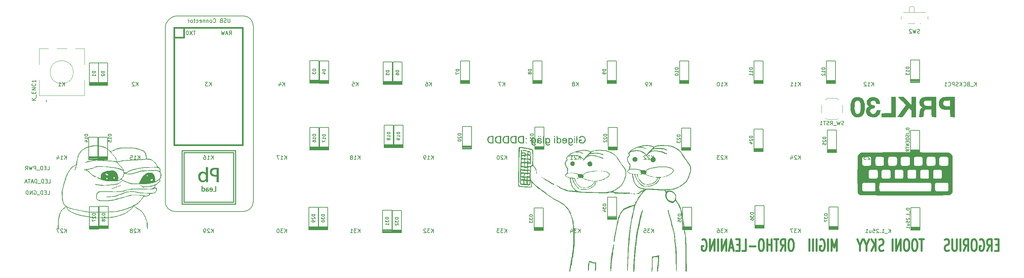
<source format=gbo>
G04 #@! TF.GenerationSoftware,KiCad,Pcbnew,(5.0.1)-3*
G04 #@! TF.CreationDate,2020-02-03T22:22:31+02:00*
G04 #@! TF.ProjectId,PRKL30,50524B4C33302E6B696361645F706362,rev?*
G04 #@! TF.SameCoordinates,Original*
G04 #@! TF.FileFunction,Legend,Bot*
G04 #@! TF.FilePolarity,Positive*
%FSLAX46Y46*%
G04 Gerber Fmt 4.6, Leading zero omitted, Abs format (unit mm)*
G04 Created by KiCad (PCBNEW (5.0.1)-3) date 02/03/20 22:22:31*
%MOMM*%
%LPD*%
G01*
G04 APERTURE LIST*
%ADD10C,0.010000*%
%ADD11C,0.200000*%
%ADD12C,0.120000*%
%ADD13C,0.150000*%
%ADD14C,0.381000*%
%ADD15C,0.500000*%
G04 APERTURE END LIST*
D10*
G04 #@! TO.C,G_silk_gfx*
G36*
X180814868Y-86081044D02*
X181055035Y-86100855D01*
X181347767Y-86137189D01*
X181668945Y-86187932D01*
X181737000Y-86200084D01*
X182017209Y-86249924D01*
X182291841Y-86296729D01*
X182499000Y-86329987D01*
X182702180Y-86366878D01*
X182973623Y-86424319D01*
X183258734Y-86490680D01*
X183292750Y-86499057D01*
X183549363Y-86562486D01*
X183773181Y-86617427D01*
X183923647Y-86653932D01*
X183943625Y-86658677D01*
X184059151Y-86730327D01*
X184086500Y-86806610D01*
X184124600Y-86916844D01*
X184165875Y-86947395D01*
X184189460Y-86984291D01*
X184208434Y-87084625D01*
X184223243Y-87258923D01*
X184234332Y-87517713D01*
X184242146Y-87871523D01*
X184247132Y-88330879D01*
X184249736Y-88906310D01*
X184249791Y-88929627D01*
X184251949Y-89493983D01*
X184255923Y-89944100D01*
X184262322Y-90292732D01*
X184271753Y-90552633D01*
X184284825Y-90736558D01*
X184302148Y-90857261D01*
X184324328Y-90927497D01*
X184346485Y-90956314D01*
X184466467Y-91074762D01*
X184620443Y-91259850D01*
X184776648Y-91469568D01*
X184903320Y-91661906D01*
X184958003Y-91765099D01*
X185008282Y-91930358D01*
X185051765Y-92151012D01*
X185063992Y-92241349D01*
X185080498Y-92407746D01*
X185077078Y-92456887D01*
X185052077Y-92397195D01*
X185040561Y-92360750D01*
X184985957Y-92165225D01*
X184949388Y-92010212D01*
X184882066Y-91833962D01*
X184756478Y-91612870D01*
X184602577Y-91391561D01*
X184450314Y-91214659D01*
X184369917Y-91146882D01*
X184138972Y-91048538D01*
X183931021Y-91060667D01*
X183768043Y-91181847D01*
X183764928Y-91186000D01*
X183731646Y-91240597D01*
X183703358Y-91314950D01*
X183679097Y-91421217D01*
X183657897Y-91571555D01*
X183638791Y-91778121D01*
X183620813Y-92053072D01*
X183602997Y-92408565D01*
X183584376Y-92856757D01*
X183563983Y-93409806D01*
X183545323Y-93948250D01*
X183541094Y-94228315D01*
X183561320Y-94427136D01*
X183621049Y-94590118D01*
X183735330Y-94762669D01*
X183871516Y-94932500D01*
X184033609Y-95116235D01*
X184246836Y-95339507D01*
X184493795Y-95586097D01*
X184757084Y-95839782D01*
X185019300Y-96084343D01*
X185263041Y-96303559D01*
X185470904Y-96481210D01*
X185625487Y-96601075D01*
X185709386Y-96646934D01*
X185710951Y-96647000D01*
X185778960Y-96685914D01*
X185914378Y-96788773D01*
X186090050Y-96934746D01*
X186121105Y-96961604D01*
X186367008Y-97159685D01*
X186643664Y-97359211D01*
X186856282Y-97495664D01*
X187108058Y-97660061D01*
X187365105Y-97853530D01*
X187515500Y-97982894D01*
X188072662Y-98452740D01*
X188648565Y-98854400D01*
X188857898Y-98992852D01*
X189101470Y-99163106D01*
X189251815Y-99272820D01*
X189427252Y-99390954D01*
X189659876Y-99530235D01*
X189920837Y-99675467D01*
X190181281Y-99811457D01*
X190412358Y-99923012D01*
X190585215Y-99994938D01*
X190658750Y-100013719D01*
X190742979Y-100050767D01*
X190885860Y-100142397D01*
X190971686Y-100204766D01*
X191131878Y-100315153D01*
X191258049Y-100383111D01*
X191296330Y-100393500D01*
X191387227Y-100430462D01*
X191532212Y-100524221D01*
X191611250Y-100584000D01*
X191774992Y-100697306D01*
X191914416Y-100765525D01*
X191958157Y-100774500D01*
X192041216Y-100818306D01*
X192189571Y-100937773D01*
X192382669Y-101114975D01*
X192599956Y-101331985D01*
X192613428Y-101346000D01*
X192827572Y-101564041D01*
X193013650Y-101743736D01*
X193152621Y-101867370D01*
X193225443Y-101917228D01*
X193227752Y-101917500D01*
X193291315Y-101966324D01*
X193294000Y-101985433D01*
X193327366Y-102073770D01*
X193412435Y-102223476D01*
X193474403Y-102318808D01*
X193639257Y-102591860D01*
X193799225Y-102908571D01*
X193932649Y-103221881D01*
X194017870Y-103484728D01*
X194024641Y-103514441D01*
X194092737Y-103727304D01*
X194184233Y-103917750D01*
X194264286Y-104085271D01*
X194350194Y-104316781D01*
X194402767Y-104489250D01*
X194475457Y-104726330D01*
X194554199Y-104939389D01*
X194603834Y-105047178D01*
X194659046Y-105213976D01*
X194701625Y-105474880D01*
X194725302Y-105777428D01*
X194753267Y-106312990D01*
X194784730Y-106725878D01*
X194820208Y-107020381D01*
X194860216Y-107200790D01*
X194904741Y-107271198D01*
X194926785Y-107312914D01*
X194945211Y-107425666D01*
X194960392Y-107618459D01*
X194972697Y-107900302D01*
X194982497Y-108280200D01*
X194990165Y-108767160D01*
X194996070Y-109370189D01*
X194997135Y-109514464D01*
X195000582Y-110133662D01*
X195001055Y-110639923D01*
X194998111Y-111047284D01*
X194991303Y-111369783D01*
X194980189Y-111621456D01*
X194964322Y-111816341D01*
X194943259Y-111968475D01*
X194916555Y-112091897D01*
X194915353Y-112096473D01*
X194861074Y-112338256D01*
X194825733Y-112565675D01*
X194818000Y-112678022D01*
X194806537Y-112904361D01*
X194775363Y-113221175D01*
X194729297Y-113594330D01*
X194673160Y-113989695D01*
X194611771Y-114373136D01*
X194549952Y-114710520D01*
X194497271Y-114949192D01*
X194436300Y-115227698D01*
X194392102Y-115499977D01*
X194373602Y-115710277D01*
X194373500Y-115722223D01*
X194349697Y-116045780D01*
X194286799Y-116405558D01*
X194197573Y-116737284D01*
X194143277Y-116881346D01*
X194080667Y-117082479D01*
X194056000Y-117270238D01*
X194034291Y-117451405D01*
X193980242Y-117669751D01*
X193960750Y-117729000D01*
X193899861Y-117951393D01*
X193867237Y-118167587D01*
X193865500Y-118213233D01*
X193843220Y-118374425D01*
X193773004Y-118427460D01*
X193770250Y-118427500D01*
X193685909Y-118383848D01*
X193675000Y-118346167D01*
X193686063Y-118255979D01*
X193716324Y-118067120D01*
X193761387Y-117805710D01*
X193816855Y-117497868D01*
X193827282Y-117441292D01*
X193898446Y-117045647D01*
X193973255Y-116611883D01*
X194041844Y-116198074D01*
X194085787Y-115919250D01*
X194135264Y-115610259D01*
X194185299Y-115325437D01*
X194229127Y-115101938D01*
X194253413Y-114998500D01*
X194308060Y-114757980D01*
X194369274Y-114418050D01*
X194433610Y-114005901D01*
X194497620Y-113548728D01*
X194557856Y-113073723D01*
X194610872Y-112608080D01*
X194653219Y-112178991D01*
X194681452Y-111813651D01*
X194692123Y-111539251D01*
X194692127Y-111537750D01*
X194697235Y-111227243D01*
X194709520Y-110941336D01*
X194726962Y-110717740D01*
X194741473Y-110617000D01*
X194756812Y-110461487D01*
X194760781Y-110216976D01*
X194753399Y-109920956D01*
X194741016Y-109696250D01*
X194722779Y-109352870D01*
X194708607Y-108935440D01*
X194699919Y-108496881D01*
X194698112Y-108093132D01*
X194684904Y-107309437D01*
X194638370Y-106549076D01*
X194561219Y-105830019D01*
X194456160Y-105170239D01*
X194325905Y-104587705D01*
X194173164Y-104100389D01*
X194054650Y-103826210D01*
X193931471Y-103568612D01*
X193797308Y-103268999D01*
X193709324Y-103060500D01*
X193557933Y-102702327D01*
X193439222Y-102455645D01*
X193347725Y-102310811D01*
X193277977Y-102258178D01*
X193255947Y-102260381D01*
X193184779Y-102227146D01*
X193088697Y-102111282D01*
X193047138Y-102043625D01*
X193025275Y-102012750D01*
X193167000Y-102012750D01*
X193198750Y-102044500D01*
X193230500Y-102012750D01*
X193198750Y-101981000D01*
X193167000Y-102012750D01*
X193025275Y-102012750D01*
X192902697Y-101839647D01*
X192684725Y-101593718D01*
X192424457Y-101335672D01*
X192153128Y-101095343D01*
X191901974Y-100902564D01*
X191760809Y-100815002D01*
X191537896Y-100686042D01*
X191287888Y-100526478D01*
X191161008Y-100439168D01*
X190990615Y-100323147D01*
X190815548Y-100218941D01*
X190607599Y-100112080D01*
X190338561Y-99988093D01*
X189980226Y-99832509D01*
X189969900Y-99828098D01*
X189744067Y-99715726D01*
X189531936Y-99584918D01*
X189461900Y-99532562D01*
X189294442Y-99400959D01*
X189101699Y-99262167D01*
X188860365Y-99100374D01*
X188547135Y-98899772D01*
X188309250Y-98750623D01*
X188049524Y-98580498D01*
X187799993Y-98403167D01*
X187603028Y-98249166D01*
X187555143Y-98207159D01*
X187411493Y-98079846D01*
X187308317Y-97997615D01*
X187277892Y-97980500D01*
X187216636Y-97944166D01*
X187082336Y-97847877D01*
X186901370Y-97710700D01*
X186857249Y-97676409D01*
X186529648Y-97428181D01*
X186230953Y-97216126D01*
X185981516Y-97053923D01*
X185801691Y-96955254D01*
X185759334Y-96938383D01*
X185675448Y-96891311D01*
X185543480Y-96786204D01*
X185355496Y-96615648D01*
X185103562Y-96372228D01*
X184779742Y-96048530D01*
X184473166Y-95736581D01*
X184274906Y-95542743D01*
X184105505Y-95393783D01*
X183985780Y-95307011D01*
X183940437Y-95293531D01*
X183913354Y-95375413D01*
X183904464Y-95563737D01*
X183914495Y-95839153D01*
X183917977Y-95891039D01*
X183930198Y-96144093D01*
X183929135Y-96345350D01*
X183915424Y-96464123D01*
X183905724Y-96482239D01*
X183807443Y-96502360D01*
X183605757Y-96515087D01*
X183324016Y-96520903D01*
X182985573Y-96520287D01*
X182613777Y-96513721D01*
X182231980Y-96501686D01*
X181863533Y-96484662D01*
X181531785Y-96463130D01*
X181260089Y-96437571D01*
X181170662Y-96425921D01*
X180894617Y-96382901D01*
X180667968Y-96342533D01*
X180518562Y-96310085D01*
X180474019Y-96294185D01*
X180465467Y-96224090D01*
X180458565Y-96043281D01*
X180453506Y-95768036D01*
X180452060Y-95598856D01*
X180491680Y-95598856D01*
X180497213Y-95724947D01*
X180536525Y-95915039D01*
X180560640Y-96032516D01*
X180588706Y-96107491D01*
X180653800Y-96160563D01*
X180782163Y-96202648D01*
X181000036Y-96244657D01*
X181116265Y-96263588D01*
X181339767Y-96292129D01*
X181650882Y-96322492D01*
X182019358Y-96352691D01*
X182414942Y-96380743D01*
X182807382Y-96404665D01*
X183166426Y-96422471D01*
X183461821Y-96432178D01*
X183663315Y-96431803D01*
X183673750Y-96431315D01*
X183731060Y-96418791D01*
X183769144Y-96373142D01*
X183792969Y-96271614D01*
X183807500Y-96091456D01*
X183817705Y-95809914D01*
X183818930Y-95766247D01*
X183823179Y-95439977D01*
X183812883Y-95213816D01*
X183785377Y-95061431D01*
X183737995Y-94956487D01*
X183736765Y-94954599D01*
X183644977Y-94848310D01*
X183579168Y-94853934D01*
X183537310Y-94975381D01*
X183517378Y-95216561D01*
X183515000Y-95382319D01*
X183512927Y-95634786D01*
X183500705Y-95789779D01*
X183469329Y-95876820D01*
X183409793Y-95925428D01*
X183340375Y-95954754D01*
X183143400Y-95994029D01*
X182975250Y-95989710D01*
X182841056Y-95975430D01*
X182610615Y-95959054D01*
X182314612Y-95942471D01*
X181983739Y-95927570D01*
X181934813Y-95925666D01*
X181616431Y-95909473D01*
X181343149Y-95887942D01*
X181140406Y-95863637D01*
X181033639Y-95839123D01*
X181025595Y-95833995D01*
X180986643Y-95743249D01*
X180945815Y-95572074D01*
X180910130Y-95365042D01*
X180886605Y-95166725D01*
X180884244Y-95087931D01*
X181038500Y-95087931D01*
X181052712Y-95328660D01*
X181102466Y-95485149D01*
X181165500Y-95567500D01*
X181299665Y-95648182D01*
X181473344Y-95690027D01*
X181639948Y-95689371D01*
X181752888Y-95642548D01*
X181770913Y-95615125D01*
X181779457Y-95512846D01*
X181770902Y-95329253D01*
X181761406Y-95236450D01*
X181927500Y-95236450D01*
X181937698Y-95495914D01*
X181966576Y-95658873D01*
X182000157Y-95708135D01*
X182105377Y-95715468D01*
X182278028Y-95703921D01*
X182333532Y-95697167D01*
X182594250Y-95661980D01*
X182571645Y-95281365D01*
X182556291Y-95075806D01*
X182539376Y-94928501D01*
X182532737Y-94900750D01*
X182784750Y-94900750D01*
X182788722Y-95186500D01*
X182808058Y-95500141D01*
X182858632Y-95701597D01*
X182944882Y-95802822D01*
X183024084Y-95820527D01*
X183177925Y-95796101D01*
X183251794Y-95765033D01*
X183305912Y-95670104D01*
X183349985Y-95475650D01*
X183371922Y-95285908D01*
X183406005Y-94861306D01*
X183095377Y-94881028D01*
X182784750Y-94900750D01*
X182532737Y-94900750D01*
X182527156Y-94877428D01*
X182456569Y-94857020D01*
X182303247Y-94832281D01*
X182216386Y-94821545D01*
X181927500Y-94788983D01*
X181927500Y-95236450D01*
X181761406Y-95236450D01*
X181753045Y-95154750D01*
X181705250Y-94773750D01*
X181371875Y-94754556D01*
X181038500Y-94735363D01*
X181038500Y-95087931D01*
X180884244Y-95087931D01*
X180882259Y-95021695D01*
X180891102Y-94979877D01*
X180900117Y-94905177D01*
X180909892Y-94722105D01*
X180911475Y-94678500D01*
X182746363Y-94678500D01*
X183394636Y-94678500D01*
X183356250Y-94011750D01*
X182784750Y-94011750D01*
X182765556Y-94345125D01*
X182746363Y-94678500D01*
X180911475Y-94678500D01*
X180919802Y-94449279D01*
X180929220Y-94105322D01*
X180931014Y-94019632D01*
X181043557Y-94019632D01*
X181054941Y-94175086D01*
X181066946Y-94265855D01*
X181110693Y-94557578D01*
X181471471Y-94538664D01*
X181832250Y-94519750D01*
X181851314Y-94259286D01*
X182002480Y-94259286D01*
X182008331Y-94452013D01*
X182080246Y-94561214D01*
X182240464Y-94607660D01*
X182382293Y-94614027D01*
X182531160Y-94605864D01*
X182606303Y-94556024D01*
X182645643Y-94428969D01*
X182658778Y-94354910D01*
X182674863Y-94148402D01*
X182622920Y-94032940D01*
X182483701Y-93988974D01*
X182301252Y-93991802D01*
X182128070Y-94010310D01*
X182044161Y-94055237D01*
X182012003Y-94160177D01*
X182002480Y-94259286D01*
X181851314Y-94259286D01*
X181851317Y-94259254D01*
X181870385Y-93998759D01*
X181475729Y-93957509D01*
X181265636Y-93940272D01*
X181111718Y-93936485D01*
X181052136Y-93945196D01*
X181043557Y-94019632D01*
X180931014Y-94019632D01*
X180935833Y-93789500D01*
X181984662Y-93789500D01*
X182337081Y-93789500D01*
X182542999Y-93782869D01*
X182650860Y-93757012D01*
X182689192Y-93702984D01*
X182691430Y-93678375D01*
X182699702Y-93602297D01*
X182736070Y-93641037D01*
X182755156Y-93673139D01*
X182839734Y-93743701D01*
X182999843Y-93763124D01*
X183086600Y-93758917D01*
X183356250Y-93738805D01*
X183356250Y-92995750D01*
X183134000Y-93016092D01*
X182963177Y-93054942D01*
X182845769Y-93122214D01*
X182839884Y-93129083D01*
X182776396Y-93188140D01*
X182734785Y-93134773D01*
X182729470Y-93121273D01*
X182673986Y-93060868D01*
X182549681Y-93036540D01*
X182356835Y-93040031D01*
X182022750Y-93059250D01*
X181984662Y-93789500D01*
X180935833Y-93789500D01*
X180937523Y-93708851D01*
X180939084Y-93614875D01*
X181076600Y-93614875D01*
X181129471Y-93671558D01*
X181273106Y-93721417D01*
X181471278Y-93756166D01*
X181687759Y-93767519D01*
X181737000Y-93765916D01*
X181828043Y-93750669D01*
X181878280Y-93695975D01*
X181903013Y-93570418D01*
X181914531Y-93401405D01*
X181933313Y-93045060D01*
X181692281Y-93005229D01*
X181480840Y-92977889D01*
X181289974Y-92964854D01*
X181276625Y-92964698D01*
X181168677Y-92974697D01*
X181115915Y-93028632D01*
X181096248Y-93160699D01*
X181092475Y-93249750D01*
X181085299Y-93441563D01*
X181078567Y-93584587D01*
X181076600Y-93614875D01*
X180939084Y-93614875D01*
X180941200Y-93487627D01*
X180949840Y-93013403D01*
X180961244Y-92528080D01*
X180968832Y-92261862D01*
X181107841Y-92261862D01*
X181114272Y-92400198D01*
X181133750Y-92741750D01*
X181564696Y-92749363D01*
X181787554Y-92758702D01*
X181956838Y-92775851D01*
X182035655Y-92796988D01*
X182117038Y-92819588D01*
X182282175Y-92834096D01*
X182409677Y-92837000D01*
X182614182Y-92828295D01*
X182722576Y-92795927D01*
X182764942Y-92730512D01*
X182765933Y-92725875D01*
X182769769Y-92658548D01*
X182852316Y-92658548D01*
X182852750Y-92772068D01*
X182857512Y-92787231D01*
X182931334Y-92809497D01*
X183087684Y-92814398D01*
X183184047Y-92809344D01*
X183483250Y-92785976D01*
X183515857Y-92065363D01*
X183526132Y-91774684D01*
X183529297Y-91532025D01*
X183525355Y-91364641D01*
X183515857Y-91301046D01*
X183440251Y-91287782D01*
X183284314Y-91302959D01*
X183181625Y-91322064D01*
X182880000Y-91386785D01*
X182880000Y-92004197D01*
X183149327Y-92023723D01*
X183341175Y-92055874D01*
X183429465Y-92122125D01*
X183439067Y-92150918D01*
X183430657Y-92218392D01*
X183351962Y-92246318D01*
X183188156Y-92246168D01*
X183017414Y-92244272D01*
X182932394Y-92280436D01*
X182891988Y-92386222D01*
X182873505Y-92487750D01*
X182852316Y-92658548D01*
X182769769Y-92658548D01*
X182774407Y-92577161D01*
X182764527Y-92447925D01*
X182732684Y-92341530D01*
X182652054Y-92282343D01*
X182486291Y-92246362D01*
X182451890Y-92241490D01*
X182245762Y-92230280D01*
X182104168Y-92255592D01*
X182082606Y-92268523D01*
X181994223Y-92298360D01*
X181966227Y-92276789D01*
X181886647Y-92236232D01*
X181725539Y-92199470D01*
X181627199Y-92186145D01*
X181421038Y-92156971D01*
X181254190Y-92120997D01*
X181209522Y-92106262D01*
X181144166Y-92091352D01*
X181113061Y-92134613D01*
X181107841Y-92261862D01*
X180968832Y-92261862D01*
X180974459Y-92064487D01*
X180988532Y-91655450D01*
X180992477Y-91564636D01*
X181110797Y-91564636D01*
X181113802Y-91637747D01*
X181133001Y-91811664D01*
X181180574Y-91898699D01*
X181291048Y-91938823D01*
X181387750Y-91954864D01*
X181652301Y-91990206D01*
X181820036Y-91996897D01*
X181918336Y-91972823D01*
X181974580Y-91915873D01*
X181978383Y-91909299D01*
X182028888Y-91839525D01*
X182064946Y-91884395D01*
X182074796Y-91909299D01*
X182141660Y-91975919D01*
X182292575Y-92006949D01*
X182433507Y-92011500D01*
X182753000Y-92011500D01*
X182753000Y-91440000D01*
X182403750Y-91440000D01*
X182171867Y-91453619D01*
X182061332Y-91494888D01*
X182050474Y-91519375D01*
X182029042Y-91532562D01*
X181990892Y-91460933D01*
X181929311Y-91374434D01*
X181808894Y-91319251D01*
X181596727Y-91280854D01*
X181577382Y-91278394D01*
X181349353Y-91262365D01*
X181196190Y-91277023D01*
X181156641Y-91296458D01*
X181122317Y-91394102D01*
X181110797Y-91564636D01*
X180992477Y-91564636D01*
X181002507Y-91333798D01*
X181005295Y-91281250D01*
X181022787Y-90955653D01*
X181030160Y-90807616D01*
X181175655Y-90807616D01*
X181191232Y-90953568D01*
X181209492Y-90999151D01*
X181296460Y-91033005D01*
X181467745Y-91069407D01*
X181625875Y-91092651D01*
X181991000Y-91137133D01*
X181991000Y-90943064D01*
X182009863Y-90793705D01*
X182054500Y-90709750D01*
X182096189Y-90738331D01*
X182116812Y-90872473D01*
X182118000Y-90928252D01*
X182118000Y-91186000D01*
X182735361Y-91186000D01*
X182772842Y-90789125D01*
X182780901Y-90515906D01*
X182734208Y-90345300D01*
X182620029Y-90260068D01*
X182425629Y-90242975D01*
X182372000Y-90246548D01*
X182217909Y-90274824D01*
X182149158Y-90346164D01*
X182129657Y-90439875D01*
X182090883Y-90581028D01*
X182038302Y-90605264D01*
X181998206Y-90516165D01*
X181991000Y-90420969D01*
X181991000Y-90227439D01*
X181594125Y-90246344D01*
X181197250Y-90265250D01*
X181177742Y-90607692D01*
X181175655Y-90807616D01*
X181030160Y-90807616D01*
X181038956Y-90631038D01*
X181054614Y-90287642D01*
X181070569Y-89905701D01*
X181072249Y-89862335D01*
X181177237Y-89862335D01*
X181178064Y-89995027D01*
X181186587Y-90026019D01*
X181260534Y-90047835D01*
X181424938Y-90057576D01*
X181635518Y-90053456D01*
X182054500Y-90032163D01*
X182054500Y-89602239D01*
X182125637Y-89602239D01*
X182129196Y-89796088D01*
X182147513Y-89921575D01*
X182194026Y-89987707D01*
X182302690Y-90016968D01*
X182483125Y-90030443D01*
X182816500Y-90049636D01*
X182816500Y-89792318D01*
X182833458Y-89607212D01*
X182873046Y-89541569D01*
X182918336Y-89594169D01*
X182952400Y-89763794D01*
X182955723Y-89802344D01*
X182981558Y-89980447D01*
X183040280Y-90072485D01*
X183134000Y-90113515D01*
X183283030Y-90152428D01*
X183359367Y-90155449D01*
X183413047Y-90119341D01*
X183438800Y-90093800D01*
X183486222Y-89986322D01*
X183512877Y-89809387D01*
X183515000Y-89742978D01*
X183504464Y-89563755D01*
X183457680Y-89466342D01*
X183351886Y-89406263D01*
X183340375Y-89401807D01*
X183147461Y-89363323D01*
X182993587Y-89369549D01*
X182855185Y-89374935D01*
X182783464Y-89342420D01*
X182702023Y-89305048D01*
X182541693Y-89283274D01*
X182464712Y-89281000D01*
X182284724Y-89290613D01*
X182192255Y-89331636D01*
X182148506Y-89422340D01*
X182146281Y-89430963D01*
X182125637Y-89602239D01*
X182054500Y-89602239D01*
X182054500Y-89298485D01*
X181700909Y-89256927D01*
X181497709Y-89239370D01*
X181347124Y-89237970D01*
X181295580Y-89247345D01*
X181260367Y-89323565D01*
X181224698Y-89481523D01*
X181194885Y-89676140D01*
X181177237Y-89862335D01*
X181072249Y-89862335D01*
X181087632Y-89465451D01*
X181106612Y-88947131D01*
X181126170Y-88392000D01*
X181292500Y-88392000D01*
X181292500Y-88709500D01*
X181304919Y-88916751D01*
X181344945Y-89014436D01*
X181378887Y-89027000D01*
X181491046Y-89035230D01*
X181673285Y-89055993D01*
X181759887Y-89067381D01*
X181939939Y-89085962D01*
X182027887Y-89071000D01*
X182056159Y-89013856D01*
X182057830Y-88988006D01*
X182068046Y-88913716D01*
X182107413Y-88938147D01*
X182160825Y-89011125D01*
X182261951Y-89107852D01*
X182414292Y-89148878D01*
X182541277Y-89154000D01*
X182822063Y-89154000D01*
X182803406Y-88693625D01*
X182802425Y-88674205D01*
X182882366Y-88674205D01*
X182890795Y-88868183D01*
X182910897Y-89016198D01*
X182928597Y-89065103D01*
X183072003Y-89170418D01*
X183297684Y-89199637D01*
X183324500Y-89197994D01*
X183409467Y-89182919D01*
X183459013Y-89134742D01*
X183484961Y-89024370D01*
X183499136Y-88822706D01*
X183501928Y-88761416D01*
X183520606Y-88337082D01*
X183247928Y-88279809D01*
X183071200Y-88250038D01*
X182949624Y-88242980D01*
X182927625Y-88247515D01*
X182900730Y-88320770D01*
X182885661Y-88477367D01*
X182882366Y-88674205D01*
X182802425Y-88674205D01*
X182791400Y-88455975D01*
X182771904Y-88316869D01*
X182733673Y-88247905D01*
X182665460Y-88220681D01*
X182613265Y-88213460D01*
X182407235Y-88228594D01*
X182252117Y-88311538D01*
X182182474Y-88442450D01*
X182181500Y-88461334D01*
X182171971Y-88547208D01*
X182120430Y-88543400D01*
X182040370Y-88490850D01*
X181884565Y-88428082D01*
X181667178Y-88394328D01*
X181595870Y-88392000D01*
X181292500Y-88392000D01*
X181126170Y-88392000D01*
X181128321Y-88330975D01*
X181139763Y-88000009D01*
X181140479Y-87982280D01*
X181292500Y-87982280D01*
X181292500Y-88207560D01*
X181686553Y-88188655D01*
X182080607Y-88169750D01*
X182104490Y-87922282D01*
X182128373Y-87674815D01*
X181828573Y-87715907D01*
X181623021Y-87740762D01*
X181455359Y-87755373D01*
X181410637Y-87757000D01*
X181328776Y-87785354D01*
X181295804Y-87891375D01*
X181292500Y-87982280D01*
X181140479Y-87982280D01*
X181158134Y-87545606D01*
X181178186Y-87210482D01*
X181200671Y-86986918D01*
X181226339Y-86867197D01*
X181252410Y-86841706D01*
X181294301Y-86916988D01*
X181319853Y-87081561D01*
X181324250Y-87201947D01*
X181324250Y-87534750D01*
X182213250Y-87534750D01*
X182233075Y-87725250D01*
X182306204Y-87932980D01*
X182464801Y-88051429D01*
X182608379Y-88074500D01*
X182701664Y-88064911D01*
X182760681Y-88018252D01*
X182799043Y-87907680D01*
X182830364Y-87706355D01*
X182841557Y-87614737D01*
X182842461Y-87602785D01*
X182943500Y-87602785D01*
X182970852Y-87805330D01*
X183071585Y-87951358D01*
X183229250Y-88060807D01*
X183363948Y-88126126D01*
X183435798Y-88112554D01*
X183476456Y-88037556D01*
X183511296Y-87863040D01*
X183508093Y-87665543D01*
X183470592Y-87503292D01*
X183438800Y-87452200D01*
X183325531Y-87398948D01*
X183157748Y-87376018D01*
X183153050Y-87376000D01*
X183013472Y-87386360D01*
X182955487Y-87443099D01*
X182943533Y-87584705D01*
X182943500Y-87602785D01*
X182842461Y-87602785D01*
X182855968Y-87424247D01*
X182832337Y-87313117D01*
X182757965Y-87236258D01*
X182729479Y-87216802D01*
X182599435Y-87164208D01*
X182382942Y-87109150D01*
X182119975Y-87061252D01*
X182032278Y-87048975D01*
X181786621Y-87011416D01*
X181597687Y-86971398D01*
X181494138Y-86935493D01*
X181483000Y-86923035D01*
X181538679Y-86878462D01*
X181707438Y-86874336D01*
X181991858Y-86910799D01*
X182295302Y-86967434D01*
X182537521Y-87023070D01*
X182811819Y-87095903D01*
X183085699Y-87176074D01*
X183326662Y-87253723D01*
X183502213Y-87318989D01*
X183573044Y-87355126D01*
X183580274Y-87421517D01*
X183587157Y-87598042D01*
X183593376Y-87867835D01*
X183598613Y-88214030D01*
X183602552Y-88619761D01*
X183604794Y-89042710D01*
X183605542Y-89477192D01*
X183604885Y-89857123D01*
X183602958Y-90168069D01*
X183599896Y-90395598D01*
X183595834Y-90525278D01*
X183590905Y-90542675D01*
X183590801Y-90541799D01*
X183561981Y-90434621D01*
X183483793Y-90374355D01*
X183320411Y-90336399D01*
X183283356Y-90330660D01*
X183108321Y-90309045D01*
X182995800Y-90303900D01*
X182976570Y-90308111D01*
X182960192Y-90377010D01*
X182936157Y-90536113D01*
X182912655Y-90725625D01*
X182867530Y-91122500D01*
X183169396Y-91122500D01*
X183425815Y-91094464D01*
X183634999Y-90995514D01*
X183686738Y-90958148D01*
X183838320Y-90863272D01*
X183959247Y-90823001D01*
X183985800Y-90825872D01*
X184024246Y-90781279D01*
X184057074Y-90628026D01*
X184084135Y-90384331D01*
X184105280Y-90068418D01*
X184120360Y-89698505D01*
X184129226Y-89292815D01*
X184131729Y-88869568D01*
X184127719Y-88446985D01*
X184117048Y-88043286D01*
X184099567Y-87676694D01*
X184075126Y-87365427D01*
X184043577Y-87127709D01*
X184016981Y-87014191D01*
X183961270Y-86886347D01*
X183872906Y-86816604D01*
X183709902Y-86776478D01*
X183654044Y-86767949D01*
X183451253Y-86730209D01*
X183289167Y-86685702D01*
X183247740Y-86668548D01*
X183122028Y-86626553D01*
X182901386Y-86574763D01*
X182616922Y-86518969D01*
X182299746Y-86464965D01*
X181980966Y-86418543D01*
X181768750Y-86393155D01*
X181519589Y-86359164D01*
X181287394Y-86314982D01*
X181174467Y-86285725D01*
X181014906Y-86250479D01*
X180910292Y-86280951D01*
X180847205Y-86336920D01*
X180805695Y-86394151D01*
X180774359Y-86480093D01*
X180751139Y-86613384D01*
X180733975Y-86812664D01*
X180720810Y-87096571D01*
X180709583Y-87483743D01*
X180706581Y-87609975D01*
X180693826Y-88011290D01*
X180676061Y-88354652D01*
X180654683Y-88621540D01*
X180631087Y-88793433D01*
X180613311Y-88848225D01*
X180585198Y-88951613D01*
X180568867Y-89168123D01*
X180564960Y-89484370D01*
X180569939Y-89757250D01*
X180581565Y-90247567D01*
X180590409Y-90782451D01*
X180596565Y-91347318D01*
X180600122Y-91927588D01*
X180601173Y-92508677D01*
X180599810Y-93076005D01*
X180596125Y-93614989D01*
X180590208Y-94111048D01*
X180582153Y-94549600D01*
X180572050Y-94916063D01*
X180559992Y-95195856D01*
X180546071Y-95374396D01*
X180534220Y-95433548D01*
X180491680Y-95598856D01*
X180452060Y-95598856D01*
X180450484Y-95414635D01*
X180449691Y-94999355D01*
X180451320Y-94538474D01*
X180451991Y-94436940D01*
X180457934Y-93659685D01*
X180464693Y-92870122D01*
X180472128Y-92078869D01*
X180480099Y-91296550D01*
X180488467Y-90533783D01*
X180497092Y-89801190D01*
X180505833Y-89109391D01*
X180514552Y-88469008D01*
X180523109Y-87890661D01*
X180531363Y-87384971D01*
X180539174Y-86962559D01*
X180546404Y-86634046D01*
X180552912Y-86410052D01*
X180558558Y-86301198D01*
X180559152Y-86296500D01*
X180579601Y-86161397D01*
X180588708Y-86099446D01*
X180651385Y-86079870D01*
X180814868Y-86081044D01*
X180814868Y-86081044D01*
G37*
X180814868Y-86081044D02*
X181055035Y-86100855D01*
X181347767Y-86137189D01*
X181668945Y-86187932D01*
X181737000Y-86200084D01*
X182017209Y-86249924D01*
X182291841Y-86296729D01*
X182499000Y-86329987D01*
X182702180Y-86366878D01*
X182973623Y-86424319D01*
X183258734Y-86490680D01*
X183292750Y-86499057D01*
X183549363Y-86562486D01*
X183773181Y-86617427D01*
X183923647Y-86653932D01*
X183943625Y-86658677D01*
X184059151Y-86730327D01*
X184086500Y-86806610D01*
X184124600Y-86916844D01*
X184165875Y-86947395D01*
X184189460Y-86984291D01*
X184208434Y-87084625D01*
X184223243Y-87258923D01*
X184234332Y-87517713D01*
X184242146Y-87871523D01*
X184247132Y-88330879D01*
X184249736Y-88906310D01*
X184249791Y-88929627D01*
X184251949Y-89493983D01*
X184255923Y-89944100D01*
X184262322Y-90292732D01*
X184271753Y-90552633D01*
X184284825Y-90736558D01*
X184302148Y-90857261D01*
X184324328Y-90927497D01*
X184346485Y-90956314D01*
X184466467Y-91074762D01*
X184620443Y-91259850D01*
X184776648Y-91469568D01*
X184903320Y-91661906D01*
X184958003Y-91765099D01*
X185008282Y-91930358D01*
X185051765Y-92151012D01*
X185063992Y-92241349D01*
X185080498Y-92407746D01*
X185077078Y-92456887D01*
X185052077Y-92397195D01*
X185040561Y-92360750D01*
X184985957Y-92165225D01*
X184949388Y-92010212D01*
X184882066Y-91833962D01*
X184756478Y-91612870D01*
X184602577Y-91391561D01*
X184450314Y-91214659D01*
X184369917Y-91146882D01*
X184138972Y-91048538D01*
X183931021Y-91060667D01*
X183768043Y-91181847D01*
X183764928Y-91186000D01*
X183731646Y-91240597D01*
X183703358Y-91314950D01*
X183679097Y-91421217D01*
X183657897Y-91571555D01*
X183638791Y-91778121D01*
X183620813Y-92053072D01*
X183602997Y-92408565D01*
X183584376Y-92856757D01*
X183563983Y-93409806D01*
X183545323Y-93948250D01*
X183541094Y-94228315D01*
X183561320Y-94427136D01*
X183621049Y-94590118D01*
X183735330Y-94762669D01*
X183871516Y-94932500D01*
X184033609Y-95116235D01*
X184246836Y-95339507D01*
X184493795Y-95586097D01*
X184757084Y-95839782D01*
X185019300Y-96084343D01*
X185263041Y-96303559D01*
X185470904Y-96481210D01*
X185625487Y-96601075D01*
X185709386Y-96646934D01*
X185710951Y-96647000D01*
X185778960Y-96685914D01*
X185914378Y-96788773D01*
X186090050Y-96934746D01*
X186121105Y-96961604D01*
X186367008Y-97159685D01*
X186643664Y-97359211D01*
X186856282Y-97495664D01*
X187108058Y-97660061D01*
X187365105Y-97853530D01*
X187515500Y-97982894D01*
X188072662Y-98452740D01*
X188648565Y-98854400D01*
X188857898Y-98992852D01*
X189101470Y-99163106D01*
X189251815Y-99272820D01*
X189427252Y-99390954D01*
X189659876Y-99530235D01*
X189920837Y-99675467D01*
X190181281Y-99811457D01*
X190412358Y-99923012D01*
X190585215Y-99994938D01*
X190658750Y-100013719D01*
X190742979Y-100050767D01*
X190885860Y-100142397D01*
X190971686Y-100204766D01*
X191131878Y-100315153D01*
X191258049Y-100383111D01*
X191296330Y-100393500D01*
X191387227Y-100430462D01*
X191532212Y-100524221D01*
X191611250Y-100584000D01*
X191774992Y-100697306D01*
X191914416Y-100765525D01*
X191958157Y-100774500D01*
X192041216Y-100818306D01*
X192189571Y-100937773D01*
X192382669Y-101114975D01*
X192599956Y-101331985D01*
X192613428Y-101346000D01*
X192827572Y-101564041D01*
X193013650Y-101743736D01*
X193152621Y-101867370D01*
X193225443Y-101917228D01*
X193227752Y-101917500D01*
X193291315Y-101966324D01*
X193294000Y-101985433D01*
X193327366Y-102073770D01*
X193412435Y-102223476D01*
X193474403Y-102318808D01*
X193639257Y-102591860D01*
X193799225Y-102908571D01*
X193932649Y-103221881D01*
X194017870Y-103484728D01*
X194024641Y-103514441D01*
X194092737Y-103727304D01*
X194184233Y-103917750D01*
X194264286Y-104085271D01*
X194350194Y-104316781D01*
X194402767Y-104489250D01*
X194475457Y-104726330D01*
X194554199Y-104939389D01*
X194603834Y-105047178D01*
X194659046Y-105213976D01*
X194701625Y-105474880D01*
X194725302Y-105777428D01*
X194753267Y-106312990D01*
X194784730Y-106725878D01*
X194820208Y-107020381D01*
X194860216Y-107200790D01*
X194904741Y-107271198D01*
X194926785Y-107312914D01*
X194945211Y-107425666D01*
X194960392Y-107618459D01*
X194972697Y-107900302D01*
X194982497Y-108280200D01*
X194990165Y-108767160D01*
X194996070Y-109370189D01*
X194997135Y-109514464D01*
X195000582Y-110133662D01*
X195001055Y-110639923D01*
X194998111Y-111047284D01*
X194991303Y-111369783D01*
X194980189Y-111621456D01*
X194964322Y-111816341D01*
X194943259Y-111968475D01*
X194916555Y-112091897D01*
X194915353Y-112096473D01*
X194861074Y-112338256D01*
X194825733Y-112565675D01*
X194818000Y-112678022D01*
X194806537Y-112904361D01*
X194775363Y-113221175D01*
X194729297Y-113594330D01*
X194673160Y-113989695D01*
X194611771Y-114373136D01*
X194549952Y-114710520D01*
X194497271Y-114949192D01*
X194436300Y-115227698D01*
X194392102Y-115499977D01*
X194373602Y-115710277D01*
X194373500Y-115722223D01*
X194349697Y-116045780D01*
X194286799Y-116405558D01*
X194197573Y-116737284D01*
X194143277Y-116881346D01*
X194080667Y-117082479D01*
X194056000Y-117270238D01*
X194034291Y-117451405D01*
X193980242Y-117669751D01*
X193960750Y-117729000D01*
X193899861Y-117951393D01*
X193867237Y-118167587D01*
X193865500Y-118213233D01*
X193843220Y-118374425D01*
X193773004Y-118427460D01*
X193770250Y-118427500D01*
X193685909Y-118383848D01*
X193675000Y-118346167D01*
X193686063Y-118255979D01*
X193716324Y-118067120D01*
X193761387Y-117805710D01*
X193816855Y-117497868D01*
X193827282Y-117441292D01*
X193898446Y-117045647D01*
X193973255Y-116611883D01*
X194041844Y-116198074D01*
X194085787Y-115919250D01*
X194135264Y-115610259D01*
X194185299Y-115325437D01*
X194229127Y-115101938D01*
X194253413Y-114998500D01*
X194308060Y-114757980D01*
X194369274Y-114418050D01*
X194433610Y-114005901D01*
X194497620Y-113548728D01*
X194557856Y-113073723D01*
X194610872Y-112608080D01*
X194653219Y-112178991D01*
X194681452Y-111813651D01*
X194692123Y-111539251D01*
X194692127Y-111537750D01*
X194697235Y-111227243D01*
X194709520Y-110941336D01*
X194726962Y-110717740D01*
X194741473Y-110617000D01*
X194756812Y-110461487D01*
X194760781Y-110216976D01*
X194753399Y-109920956D01*
X194741016Y-109696250D01*
X194722779Y-109352870D01*
X194708607Y-108935440D01*
X194699919Y-108496881D01*
X194698112Y-108093132D01*
X194684904Y-107309437D01*
X194638370Y-106549076D01*
X194561219Y-105830019D01*
X194456160Y-105170239D01*
X194325905Y-104587705D01*
X194173164Y-104100389D01*
X194054650Y-103826210D01*
X193931471Y-103568612D01*
X193797308Y-103268999D01*
X193709324Y-103060500D01*
X193557933Y-102702327D01*
X193439222Y-102455645D01*
X193347725Y-102310811D01*
X193277977Y-102258178D01*
X193255947Y-102260381D01*
X193184779Y-102227146D01*
X193088697Y-102111282D01*
X193047138Y-102043625D01*
X193025275Y-102012750D01*
X193167000Y-102012750D01*
X193198750Y-102044500D01*
X193230500Y-102012750D01*
X193198750Y-101981000D01*
X193167000Y-102012750D01*
X193025275Y-102012750D01*
X192902697Y-101839647D01*
X192684725Y-101593718D01*
X192424457Y-101335672D01*
X192153128Y-101095343D01*
X191901974Y-100902564D01*
X191760809Y-100815002D01*
X191537896Y-100686042D01*
X191287888Y-100526478D01*
X191161008Y-100439168D01*
X190990615Y-100323147D01*
X190815548Y-100218941D01*
X190607599Y-100112080D01*
X190338561Y-99988093D01*
X189980226Y-99832509D01*
X189969900Y-99828098D01*
X189744067Y-99715726D01*
X189531936Y-99584918D01*
X189461900Y-99532562D01*
X189294442Y-99400959D01*
X189101699Y-99262167D01*
X188860365Y-99100374D01*
X188547135Y-98899772D01*
X188309250Y-98750623D01*
X188049524Y-98580498D01*
X187799993Y-98403167D01*
X187603028Y-98249166D01*
X187555143Y-98207159D01*
X187411493Y-98079846D01*
X187308317Y-97997615D01*
X187277892Y-97980500D01*
X187216636Y-97944166D01*
X187082336Y-97847877D01*
X186901370Y-97710700D01*
X186857249Y-97676409D01*
X186529648Y-97428181D01*
X186230953Y-97216126D01*
X185981516Y-97053923D01*
X185801691Y-96955254D01*
X185759334Y-96938383D01*
X185675448Y-96891311D01*
X185543480Y-96786204D01*
X185355496Y-96615648D01*
X185103562Y-96372228D01*
X184779742Y-96048530D01*
X184473166Y-95736581D01*
X184274906Y-95542743D01*
X184105505Y-95393783D01*
X183985780Y-95307011D01*
X183940437Y-95293531D01*
X183913354Y-95375413D01*
X183904464Y-95563737D01*
X183914495Y-95839153D01*
X183917977Y-95891039D01*
X183930198Y-96144093D01*
X183929135Y-96345350D01*
X183915424Y-96464123D01*
X183905724Y-96482239D01*
X183807443Y-96502360D01*
X183605757Y-96515087D01*
X183324016Y-96520903D01*
X182985573Y-96520287D01*
X182613777Y-96513721D01*
X182231980Y-96501686D01*
X181863533Y-96484662D01*
X181531785Y-96463130D01*
X181260089Y-96437571D01*
X181170662Y-96425921D01*
X180894617Y-96382901D01*
X180667968Y-96342533D01*
X180518562Y-96310085D01*
X180474019Y-96294185D01*
X180465467Y-96224090D01*
X180458565Y-96043281D01*
X180453506Y-95768036D01*
X180452060Y-95598856D01*
X180491680Y-95598856D01*
X180497213Y-95724947D01*
X180536525Y-95915039D01*
X180560640Y-96032516D01*
X180588706Y-96107491D01*
X180653800Y-96160563D01*
X180782163Y-96202648D01*
X181000036Y-96244657D01*
X181116265Y-96263588D01*
X181339767Y-96292129D01*
X181650882Y-96322492D01*
X182019358Y-96352691D01*
X182414942Y-96380743D01*
X182807382Y-96404665D01*
X183166426Y-96422471D01*
X183461821Y-96432178D01*
X183663315Y-96431803D01*
X183673750Y-96431315D01*
X183731060Y-96418791D01*
X183769144Y-96373142D01*
X183792969Y-96271614D01*
X183807500Y-96091456D01*
X183817705Y-95809914D01*
X183818930Y-95766247D01*
X183823179Y-95439977D01*
X183812883Y-95213816D01*
X183785377Y-95061431D01*
X183737995Y-94956487D01*
X183736765Y-94954599D01*
X183644977Y-94848310D01*
X183579168Y-94853934D01*
X183537310Y-94975381D01*
X183517378Y-95216561D01*
X183515000Y-95382319D01*
X183512927Y-95634786D01*
X183500705Y-95789779D01*
X183469329Y-95876820D01*
X183409793Y-95925428D01*
X183340375Y-95954754D01*
X183143400Y-95994029D01*
X182975250Y-95989710D01*
X182841056Y-95975430D01*
X182610615Y-95959054D01*
X182314612Y-95942471D01*
X181983739Y-95927570D01*
X181934813Y-95925666D01*
X181616431Y-95909473D01*
X181343149Y-95887942D01*
X181140406Y-95863637D01*
X181033639Y-95839123D01*
X181025595Y-95833995D01*
X180986643Y-95743249D01*
X180945815Y-95572074D01*
X180910130Y-95365042D01*
X180886605Y-95166725D01*
X180884244Y-95087931D01*
X181038500Y-95087931D01*
X181052712Y-95328660D01*
X181102466Y-95485149D01*
X181165500Y-95567500D01*
X181299665Y-95648182D01*
X181473344Y-95690027D01*
X181639948Y-95689371D01*
X181752888Y-95642548D01*
X181770913Y-95615125D01*
X181779457Y-95512846D01*
X181770902Y-95329253D01*
X181761406Y-95236450D01*
X181927500Y-95236450D01*
X181937698Y-95495914D01*
X181966576Y-95658873D01*
X182000157Y-95708135D01*
X182105377Y-95715468D01*
X182278028Y-95703921D01*
X182333532Y-95697167D01*
X182594250Y-95661980D01*
X182571645Y-95281365D01*
X182556291Y-95075806D01*
X182539376Y-94928501D01*
X182532737Y-94900750D01*
X182784750Y-94900750D01*
X182788722Y-95186500D01*
X182808058Y-95500141D01*
X182858632Y-95701597D01*
X182944882Y-95802822D01*
X183024084Y-95820527D01*
X183177925Y-95796101D01*
X183251794Y-95765033D01*
X183305912Y-95670104D01*
X183349985Y-95475650D01*
X183371922Y-95285908D01*
X183406005Y-94861306D01*
X183095377Y-94881028D01*
X182784750Y-94900750D01*
X182532737Y-94900750D01*
X182527156Y-94877428D01*
X182456569Y-94857020D01*
X182303247Y-94832281D01*
X182216386Y-94821545D01*
X181927500Y-94788983D01*
X181927500Y-95236450D01*
X181761406Y-95236450D01*
X181753045Y-95154750D01*
X181705250Y-94773750D01*
X181371875Y-94754556D01*
X181038500Y-94735363D01*
X181038500Y-95087931D01*
X180884244Y-95087931D01*
X180882259Y-95021695D01*
X180891102Y-94979877D01*
X180900117Y-94905177D01*
X180909892Y-94722105D01*
X180911475Y-94678500D01*
X182746363Y-94678500D01*
X183394636Y-94678500D01*
X183356250Y-94011750D01*
X182784750Y-94011750D01*
X182765556Y-94345125D01*
X182746363Y-94678500D01*
X180911475Y-94678500D01*
X180919802Y-94449279D01*
X180929220Y-94105322D01*
X180931014Y-94019632D01*
X181043557Y-94019632D01*
X181054941Y-94175086D01*
X181066946Y-94265855D01*
X181110693Y-94557578D01*
X181471471Y-94538664D01*
X181832250Y-94519750D01*
X181851314Y-94259286D01*
X182002480Y-94259286D01*
X182008331Y-94452013D01*
X182080246Y-94561214D01*
X182240464Y-94607660D01*
X182382293Y-94614027D01*
X182531160Y-94605864D01*
X182606303Y-94556024D01*
X182645643Y-94428969D01*
X182658778Y-94354910D01*
X182674863Y-94148402D01*
X182622920Y-94032940D01*
X182483701Y-93988974D01*
X182301252Y-93991802D01*
X182128070Y-94010310D01*
X182044161Y-94055237D01*
X182012003Y-94160177D01*
X182002480Y-94259286D01*
X181851314Y-94259286D01*
X181851317Y-94259254D01*
X181870385Y-93998759D01*
X181475729Y-93957509D01*
X181265636Y-93940272D01*
X181111718Y-93936485D01*
X181052136Y-93945196D01*
X181043557Y-94019632D01*
X180931014Y-94019632D01*
X180935833Y-93789500D01*
X181984662Y-93789500D01*
X182337081Y-93789500D01*
X182542999Y-93782869D01*
X182650860Y-93757012D01*
X182689192Y-93702984D01*
X182691430Y-93678375D01*
X182699702Y-93602297D01*
X182736070Y-93641037D01*
X182755156Y-93673139D01*
X182839734Y-93743701D01*
X182999843Y-93763124D01*
X183086600Y-93758917D01*
X183356250Y-93738805D01*
X183356250Y-92995750D01*
X183134000Y-93016092D01*
X182963177Y-93054942D01*
X182845769Y-93122214D01*
X182839884Y-93129083D01*
X182776396Y-93188140D01*
X182734785Y-93134773D01*
X182729470Y-93121273D01*
X182673986Y-93060868D01*
X182549681Y-93036540D01*
X182356835Y-93040031D01*
X182022750Y-93059250D01*
X181984662Y-93789500D01*
X180935833Y-93789500D01*
X180937523Y-93708851D01*
X180939084Y-93614875D01*
X181076600Y-93614875D01*
X181129471Y-93671558D01*
X181273106Y-93721417D01*
X181471278Y-93756166D01*
X181687759Y-93767519D01*
X181737000Y-93765916D01*
X181828043Y-93750669D01*
X181878280Y-93695975D01*
X181903013Y-93570418D01*
X181914531Y-93401405D01*
X181933313Y-93045060D01*
X181692281Y-93005229D01*
X181480840Y-92977889D01*
X181289974Y-92964854D01*
X181276625Y-92964698D01*
X181168677Y-92974697D01*
X181115915Y-93028632D01*
X181096248Y-93160699D01*
X181092475Y-93249750D01*
X181085299Y-93441563D01*
X181078567Y-93584587D01*
X181076600Y-93614875D01*
X180939084Y-93614875D01*
X180941200Y-93487627D01*
X180949840Y-93013403D01*
X180961244Y-92528080D01*
X180968832Y-92261862D01*
X181107841Y-92261862D01*
X181114272Y-92400198D01*
X181133750Y-92741750D01*
X181564696Y-92749363D01*
X181787554Y-92758702D01*
X181956838Y-92775851D01*
X182035655Y-92796988D01*
X182117038Y-92819588D01*
X182282175Y-92834096D01*
X182409677Y-92837000D01*
X182614182Y-92828295D01*
X182722576Y-92795927D01*
X182764942Y-92730512D01*
X182765933Y-92725875D01*
X182769769Y-92658548D01*
X182852316Y-92658548D01*
X182852750Y-92772068D01*
X182857512Y-92787231D01*
X182931334Y-92809497D01*
X183087684Y-92814398D01*
X183184047Y-92809344D01*
X183483250Y-92785976D01*
X183515857Y-92065363D01*
X183526132Y-91774684D01*
X183529297Y-91532025D01*
X183525355Y-91364641D01*
X183515857Y-91301046D01*
X183440251Y-91287782D01*
X183284314Y-91302959D01*
X183181625Y-91322064D01*
X182880000Y-91386785D01*
X182880000Y-92004197D01*
X183149327Y-92023723D01*
X183341175Y-92055874D01*
X183429465Y-92122125D01*
X183439067Y-92150918D01*
X183430657Y-92218392D01*
X183351962Y-92246318D01*
X183188156Y-92246168D01*
X183017414Y-92244272D01*
X182932394Y-92280436D01*
X182891988Y-92386222D01*
X182873505Y-92487750D01*
X182852316Y-92658548D01*
X182769769Y-92658548D01*
X182774407Y-92577161D01*
X182764527Y-92447925D01*
X182732684Y-92341530D01*
X182652054Y-92282343D01*
X182486291Y-92246362D01*
X182451890Y-92241490D01*
X182245762Y-92230280D01*
X182104168Y-92255592D01*
X182082606Y-92268523D01*
X181994223Y-92298360D01*
X181966227Y-92276789D01*
X181886647Y-92236232D01*
X181725539Y-92199470D01*
X181627199Y-92186145D01*
X181421038Y-92156971D01*
X181254190Y-92120997D01*
X181209522Y-92106262D01*
X181144166Y-92091352D01*
X181113061Y-92134613D01*
X181107841Y-92261862D01*
X180968832Y-92261862D01*
X180974459Y-92064487D01*
X180988532Y-91655450D01*
X180992477Y-91564636D01*
X181110797Y-91564636D01*
X181113802Y-91637747D01*
X181133001Y-91811664D01*
X181180574Y-91898699D01*
X181291048Y-91938823D01*
X181387750Y-91954864D01*
X181652301Y-91990206D01*
X181820036Y-91996897D01*
X181918336Y-91972823D01*
X181974580Y-91915873D01*
X181978383Y-91909299D01*
X182028888Y-91839525D01*
X182064946Y-91884395D01*
X182074796Y-91909299D01*
X182141660Y-91975919D01*
X182292575Y-92006949D01*
X182433507Y-92011500D01*
X182753000Y-92011500D01*
X182753000Y-91440000D01*
X182403750Y-91440000D01*
X182171867Y-91453619D01*
X182061332Y-91494888D01*
X182050474Y-91519375D01*
X182029042Y-91532562D01*
X181990892Y-91460933D01*
X181929311Y-91374434D01*
X181808894Y-91319251D01*
X181596727Y-91280854D01*
X181577382Y-91278394D01*
X181349353Y-91262365D01*
X181196190Y-91277023D01*
X181156641Y-91296458D01*
X181122317Y-91394102D01*
X181110797Y-91564636D01*
X180992477Y-91564636D01*
X181002507Y-91333798D01*
X181005295Y-91281250D01*
X181022787Y-90955653D01*
X181030160Y-90807616D01*
X181175655Y-90807616D01*
X181191232Y-90953568D01*
X181209492Y-90999151D01*
X181296460Y-91033005D01*
X181467745Y-91069407D01*
X181625875Y-91092651D01*
X181991000Y-91137133D01*
X181991000Y-90943064D01*
X182009863Y-90793705D01*
X182054500Y-90709750D01*
X182096189Y-90738331D01*
X182116812Y-90872473D01*
X182118000Y-90928252D01*
X182118000Y-91186000D01*
X182735361Y-91186000D01*
X182772842Y-90789125D01*
X182780901Y-90515906D01*
X182734208Y-90345300D01*
X182620029Y-90260068D01*
X182425629Y-90242975D01*
X182372000Y-90246548D01*
X182217909Y-90274824D01*
X182149158Y-90346164D01*
X182129657Y-90439875D01*
X182090883Y-90581028D01*
X182038302Y-90605264D01*
X181998206Y-90516165D01*
X181991000Y-90420969D01*
X181991000Y-90227439D01*
X181594125Y-90246344D01*
X181197250Y-90265250D01*
X181177742Y-90607692D01*
X181175655Y-90807616D01*
X181030160Y-90807616D01*
X181038956Y-90631038D01*
X181054614Y-90287642D01*
X181070569Y-89905701D01*
X181072249Y-89862335D01*
X181177237Y-89862335D01*
X181178064Y-89995027D01*
X181186587Y-90026019D01*
X181260534Y-90047835D01*
X181424938Y-90057576D01*
X181635518Y-90053456D01*
X182054500Y-90032163D01*
X182054500Y-89602239D01*
X182125637Y-89602239D01*
X182129196Y-89796088D01*
X182147513Y-89921575D01*
X182194026Y-89987707D01*
X182302690Y-90016968D01*
X182483125Y-90030443D01*
X182816500Y-90049636D01*
X182816500Y-89792318D01*
X182833458Y-89607212D01*
X182873046Y-89541569D01*
X182918336Y-89594169D01*
X182952400Y-89763794D01*
X182955723Y-89802344D01*
X182981558Y-89980447D01*
X183040280Y-90072485D01*
X183134000Y-90113515D01*
X183283030Y-90152428D01*
X183359367Y-90155449D01*
X183413047Y-90119341D01*
X183438800Y-90093800D01*
X183486222Y-89986322D01*
X183512877Y-89809387D01*
X183515000Y-89742978D01*
X183504464Y-89563755D01*
X183457680Y-89466342D01*
X183351886Y-89406263D01*
X183340375Y-89401807D01*
X183147461Y-89363323D01*
X182993587Y-89369549D01*
X182855185Y-89374935D01*
X182783464Y-89342420D01*
X182702023Y-89305048D01*
X182541693Y-89283274D01*
X182464712Y-89281000D01*
X182284724Y-89290613D01*
X182192255Y-89331636D01*
X182148506Y-89422340D01*
X182146281Y-89430963D01*
X182125637Y-89602239D01*
X182054500Y-89602239D01*
X182054500Y-89298485D01*
X181700909Y-89256927D01*
X181497709Y-89239370D01*
X181347124Y-89237970D01*
X181295580Y-89247345D01*
X181260367Y-89323565D01*
X181224698Y-89481523D01*
X181194885Y-89676140D01*
X181177237Y-89862335D01*
X181072249Y-89862335D01*
X181087632Y-89465451D01*
X181106612Y-88947131D01*
X181126170Y-88392000D01*
X181292500Y-88392000D01*
X181292500Y-88709500D01*
X181304919Y-88916751D01*
X181344945Y-89014436D01*
X181378887Y-89027000D01*
X181491046Y-89035230D01*
X181673285Y-89055993D01*
X181759887Y-89067381D01*
X181939939Y-89085962D01*
X182027887Y-89071000D01*
X182056159Y-89013856D01*
X182057830Y-88988006D01*
X182068046Y-88913716D01*
X182107413Y-88938147D01*
X182160825Y-89011125D01*
X182261951Y-89107852D01*
X182414292Y-89148878D01*
X182541277Y-89154000D01*
X182822063Y-89154000D01*
X182803406Y-88693625D01*
X182802425Y-88674205D01*
X182882366Y-88674205D01*
X182890795Y-88868183D01*
X182910897Y-89016198D01*
X182928597Y-89065103D01*
X183072003Y-89170418D01*
X183297684Y-89199637D01*
X183324500Y-89197994D01*
X183409467Y-89182919D01*
X183459013Y-89134742D01*
X183484961Y-89024370D01*
X183499136Y-88822706D01*
X183501928Y-88761416D01*
X183520606Y-88337082D01*
X183247928Y-88279809D01*
X183071200Y-88250038D01*
X182949624Y-88242980D01*
X182927625Y-88247515D01*
X182900730Y-88320770D01*
X182885661Y-88477367D01*
X182882366Y-88674205D01*
X182802425Y-88674205D01*
X182791400Y-88455975D01*
X182771904Y-88316869D01*
X182733673Y-88247905D01*
X182665460Y-88220681D01*
X182613265Y-88213460D01*
X182407235Y-88228594D01*
X182252117Y-88311538D01*
X182182474Y-88442450D01*
X182181500Y-88461334D01*
X182171971Y-88547208D01*
X182120430Y-88543400D01*
X182040370Y-88490850D01*
X181884565Y-88428082D01*
X181667178Y-88394328D01*
X181595870Y-88392000D01*
X181292500Y-88392000D01*
X181126170Y-88392000D01*
X181128321Y-88330975D01*
X181139763Y-88000009D01*
X181140479Y-87982280D01*
X181292500Y-87982280D01*
X181292500Y-88207560D01*
X181686553Y-88188655D01*
X182080607Y-88169750D01*
X182104490Y-87922282D01*
X182128373Y-87674815D01*
X181828573Y-87715907D01*
X181623021Y-87740762D01*
X181455359Y-87755373D01*
X181410637Y-87757000D01*
X181328776Y-87785354D01*
X181295804Y-87891375D01*
X181292500Y-87982280D01*
X181140479Y-87982280D01*
X181158134Y-87545606D01*
X181178186Y-87210482D01*
X181200671Y-86986918D01*
X181226339Y-86867197D01*
X181252410Y-86841706D01*
X181294301Y-86916988D01*
X181319853Y-87081561D01*
X181324250Y-87201947D01*
X181324250Y-87534750D01*
X182213250Y-87534750D01*
X182233075Y-87725250D01*
X182306204Y-87932980D01*
X182464801Y-88051429D01*
X182608379Y-88074500D01*
X182701664Y-88064911D01*
X182760681Y-88018252D01*
X182799043Y-87907680D01*
X182830364Y-87706355D01*
X182841557Y-87614737D01*
X182842461Y-87602785D01*
X182943500Y-87602785D01*
X182970852Y-87805330D01*
X183071585Y-87951358D01*
X183229250Y-88060807D01*
X183363948Y-88126126D01*
X183435798Y-88112554D01*
X183476456Y-88037556D01*
X183511296Y-87863040D01*
X183508093Y-87665543D01*
X183470592Y-87503292D01*
X183438800Y-87452200D01*
X183325531Y-87398948D01*
X183157748Y-87376018D01*
X183153050Y-87376000D01*
X183013472Y-87386360D01*
X182955487Y-87443099D01*
X182943533Y-87584705D01*
X182943500Y-87602785D01*
X182842461Y-87602785D01*
X182855968Y-87424247D01*
X182832337Y-87313117D01*
X182757965Y-87236258D01*
X182729479Y-87216802D01*
X182599435Y-87164208D01*
X182382942Y-87109150D01*
X182119975Y-87061252D01*
X182032278Y-87048975D01*
X181786621Y-87011416D01*
X181597687Y-86971398D01*
X181494138Y-86935493D01*
X181483000Y-86923035D01*
X181538679Y-86878462D01*
X181707438Y-86874336D01*
X181991858Y-86910799D01*
X182295302Y-86967434D01*
X182537521Y-87023070D01*
X182811819Y-87095903D01*
X183085699Y-87176074D01*
X183326662Y-87253723D01*
X183502213Y-87318989D01*
X183573044Y-87355126D01*
X183580274Y-87421517D01*
X183587157Y-87598042D01*
X183593376Y-87867835D01*
X183598613Y-88214030D01*
X183602552Y-88619761D01*
X183604794Y-89042710D01*
X183605542Y-89477192D01*
X183604885Y-89857123D01*
X183602958Y-90168069D01*
X183599896Y-90395598D01*
X183595834Y-90525278D01*
X183590905Y-90542675D01*
X183590801Y-90541799D01*
X183561981Y-90434621D01*
X183483793Y-90374355D01*
X183320411Y-90336399D01*
X183283356Y-90330660D01*
X183108321Y-90309045D01*
X182995800Y-90303900D01*
X182976570Y-90308111D01*
X182960192Y-90377010D01*
X182936157Y-90536113D01*
X182912655Y-90725625D01*
X182867530Y-91122500D01*
X183169396Y-91122500D01*
X183425815Y-91094464D01*
X183634999Y-90995514D01*
X183686738Y-90958148D01*
X183838320Y-90863272D01*
X183959247Y-90823001D01*
X183985800Y-90825872D01*
X184024246Y-90781279D01*
X184057074Y-90628026D01*
X184084135Y-90384331D01*
X184105280Y-90068418D01*
X184120360Y-89698505D01*
X184129226Y-89292815D01*
X184131729Y-88869568D01*
X184127719Y-88446985D01*
X184117048Y-88043286D01*
X184099567Y-87676694D01*
X184075126Y-87365427D01*
X184043577Y-87127709D01*
X184016981Y-87014191D01*
X183961270Y-86886347D01*
X183872906Y-86816604D01*
X183709902Y-86776478D01*
X183654044Y-86767949D01*
X183451253Y-86730209D01*
X183289167Y-86685702D01*
X183247740Y-86668548D01*
X183122028Y-86626553D01*
X182901386Y-86574763D01*
X182616922Y-86518969D01*
X182299746Y-86464965D01*
X181980966Y-86418543D01*
X181768750Y-86393155D01*
X181519589Y-86359164D01*
X181287394Y-86314982D01*
X181174467Y-86285725D01*
X181014906Y-86250479D01*
X180910292Y-86280951D01*
X180847205Y-86336920D01*
X180805695Y-86394151D01*
X180774359Y-86480093D01*
X180751139Y-86613384D01*
X180733975Y-86812664D01*
X180720810Y-87096571D01*
X180709583Y-87483743D01*
X180706581Y-87609975D01*
X180693826Y-88011290D01*
X180676061Y-88354652D01*
X180654683Y-88621540D01*
X180631087Y-88793433D01*
X180613311Y-88848225D01*
X180585198Y-88951613D01*
X180568867Y-89168123D01*
X180564960Y-89484370D01*
X180569939Y-89757250D01*
X180581565Y-90247567D01*
X180590409Y-90782451D01*
X180596565Y-91347318D01*
X180600122Y-91927588D01*
X180601173Y-92508677D01*
X180599810Y-93076005D01*
X180596125Y-93614989D01*
X180590208Y-94111048D01*
X180582153Y-94549600D01*
X180572050Y-94916063D01*
X180559992Y-95195856D01*
X180546071Y-95374396D01*
X180534220Y-95433548D01*
X180491680Y-95598856D01*
X180452060Y-95598856D01*
X180450484Y-95414635D01*
X180449691Y-94999355D01*
X180451320Y-94538474D01*
X180451991Y-94436940D01*
X180457934Y-93659685D01*
X180464693Y-92870122D01*
X180472128Y-92078869D01*
X180480099Y-91296550D01*
X180488467Y-90533783D01*
X180497092Y-89801190D01*
X180505833Y-89109391D01*
X180514552Y-88469008D01*
X180523109Y-87890661D01*
X180531363Y-87384971D01*
X180539174Y-86962559D01*
X180546404Y-86634046D01*
X180552912Y-86410052D01*
X180558558Y-86301198D01*
X180559152Y-86296500D01*
X180579601Y-86161397D01*
X180588708Y-86099446D01*
X180651385Y-86079870D01*
X180814868Y-86081044D01*
G36*
X205187438Y-111430522D02*
X205201645Y-111552577D01*
X205198842Y-111787417D01*
X205186537Y-112002572D01*
X205162803Y-112254028D01*
X205134527Y-112409401D01*
X205104469Y-112455039D01*
X205096593Y-112447072D01*
X205053848Y-112410762D01*
X205038088Y-112490250D01*
X205033365Y-112605002D01*
X205024890Y-112813366D01*
X205014016Y-113082054D01*
X205005869Y-113284000D01*
X204988721Y-113588707D01*
X204964298Y-113869402D01*
X204936434Y-114086839D01*
X204919023Y-114173000D01*
X204849403Y-114474940D01*
X204777976Y-114859076D01*
X204710632Y-115284867D01*
X204653260Y-115711771D01*
X204611750Y-116099248D01*
X204591993Y-116406756D01*
X204591518Y-116427250D01*
X204582589Y-116661532D01*
X204564914Y-116951015D01*
X204540909Y-117269525D01*
X204512989Y-117590888D01*
X204483569Y-117888932D01*
X204455066Y-118137482D01*
X204429894Y-118310365D01*
X204411241Y-118380706D01*
X204386308Y-118350360D01*
X204366691Y-118222431D01*
X204357982Y-118063206D01*
X204350251Y-117813991D01*
X204340108Y-117578981D01*
X204334112Y-117475000D01*
X204334409Y-117327263D01*
X204346208Y-117085796D01*
X204367504Y-116783148D01*
X204396292Y-116451870D01*
X204398651Y-116427250D01*
X204435926Y-116023590D01*
X204474487Y-115576993D01*
X204509171Y-115148682D01*
X204529871Y-114871500D01*
X204565116Y-114513019D01*
X204597500Y-114287148D01*
X204731096Y-114287148D01*
X204731302Y-114300000D01*
X204737515Y-114437741D01*
X204752401Y-114458430D01*
X204784764Y-114372015D01*
X204787500Y-114363500D01*
X204830404Y-114172209D01*
X204843697Y-114046000D01*
X204838368Y-113944496D01*
X204804826Y-113957499D01*
X204787500Y-113982500D01*
X204746682Y-114109071D01*
X204731096Y-114287148D01*
X204597500Y-114287148D01*
X204617903Y-114144851D01*
X204680027Y-113819412D01*
X204718789Y-113665000D01*
X204795441Y-113355928D01*
X204866433Y-112996039D01*
X204916871Y-112661180D01*
X204918294Y-112649000D01*
X204969569Y-112250974D01*
X205022404Y-111920982D01*
X205073703Y-111666482D01*
X205120372Y-111494934D01*
X205159315Y-111413794D01*
X205187438Y-111430522D01*
X205187438Y-111430522D01*
G37*
X205187438Y-111430522D02*
X205201645Y-111552577D01*
X205198842Y-111787417D01*
X205186537Y-112002572D01*
X205162803Y-112254028D01*
X205134527Y-112409401D01*
X205104469Y-112455039D01*
X205096593Y-112447072D01*
X205053848Y-112410762D01*
X205038088Y-112490250D01*
X205033365Y-112605002D01*
X205024890Y-112813366D01*
X205014016Y-113082054D01*
X205005869Y-113284000D01*
X204988721Y-113588707D01*
X204964298Y-113869402D01*
X204936434Y-114086839D01*
X204919023Y-114173000D01*
X204849403Y-114474940D01*
X204777976Y-114859076D01*
X204710632Y-115284867D01*
X204653260Y-115711771D01*
X204611750Y-116099248D01*
X204591993Y-116406756D01*
X204591518Y-116427250D01*
X204582589Y-116661532D01*
X204564914Y-116951015D01*
X204540909Y-117269525D01*
X204512989Y-117590888D01*
X204483569Y-117888932D01*
X204455066Y-118137482D01*
X204429894Y-118310365D01*
X204411241Y-118380706D01*
X204386308Y-118350360D01*
X204366691Y-118222431D01*
X204357982Y-118063206D01*
X204350251Y-117813991D01*
X204340108Y-117578981D01*
X204334112Y-117475000D01*
X204334409Y-117327263D01*
X204346208Y-117085796D01*
X204367504Y-116783148D01*
X204396292Y-116451870D01*
X204398651Y-116427250D01*
X204435926Y-116023590D01*
X204474487Y-115576993D01*
X204509171Y-115148682D01*
X204529871Y-114871500D01*
X204565116Y-114513019D01*
X204597500Y-114287148D01*
X204731096Y-114287148D01*
X204731302Y-114300000D01*
X204737515Y-114437741D01*
X204752401Y-114458430D01*
X204784764Y-114372015D01*
X204787500Y-114363500D01*
X204830404Y-114172209D01*
X204843697Y-114046000D01*
X204838368Y-113944496D01*
X204804826Y-113957499D01*
X204787500Y-113982500D01*
X204746682Y-114109071D01*
X204731096Y-114287148D01*
X204597500Y-114287148D01*
X204617903Y-114144851D01*
X204680027Y-113819412D01*
X204718789Y-113665000D01*
X204795441Y-113355928D01*
X204866433Y-112996039D01*
X204916871Y-112661180D01*
X204918294Y-112649000D01*
X204969569Y-112250974D01*
X205022404Y-111920982D01*
X205073703Y-111666482D01*
X205120372Y-111494934D01*
X205159315Y-111413794D01*
X205187438Y-111430522D01*
G36*
X212706154Y-102506909D02*
X212711944Y-102538597D01*
X212705731Y-102671637D01*
X212667750Y-102879510D01*
X212608204Y-103110097D01*
X212455129Y-103633004D01*
X212334152Y-104060148D01*
X212238886Y-104416793D01*
X212162947Y-104728206D01*
X212099949Y-105019653D01*
X212043506Y-105316398D01*
X212026937Y-105410000D01*
X211985736Y-105640391D01*
X211940748Y-105878974D01*
X211888540Y-106142063D01*
X211825676Y-106445971D01*
X211748722Y-106807012D01*
X211654242Y-107241500D01*
X211538802Y-107765750D01*
X211398966Y-108396075D01*
X211385193Y-108458000D01*
X211359097Y-108606514D01*
X211321793Y-108862090D01*
X211275641Y-109205513D01*
X211223001Y-109617573D01*
X211166231Y-110079055D01*
X211107692Y-110570748D01*
X211049744Y-111073440D01*
X210994744Y-111567917D01*
X210945054Y-112034968D01*
X210940666Y-112077500D01*
X210912448Y-112348826D01*
X210874460Y-112709824D01*
X210830577Y-113123900D01*
X210784672Y-113554460D01*
X210755809Y-113823750D01*
X210710843Y-114297316D01*
X210668434Y-114843736D01*
X210632229Y-115408867D01*
X210605876Y-115938568D01*
X210597532Y-116173250D01*
X210583992Y-116596176D01*
X210568572Y-117016336D01*
X210552607Y-117401173D01*
X210537433Y-117718133D01*
X210526580Y-117903625D01*
X210506139Y-118162037D01*
X210482637Y-118318504D01*
X210448250Y-118397989D01*
X210395152Y-118425457D01*
X210362397Y-118427500D01*
X210273769Y-118406816D01*
X210259581Y-118320542D01*
X210271978Y-118252875D01*
X210285219Y-118138131D01*
X210300139Y-117918340D01*
X210315647Y-117615427D01*
X210330651Y-117251315D01*
X210344063Y-116847927D01*
X210347004Y-116744750D01*
X210359792Y-116422953D01*
X210382092Y-116015318D01*
X210412339Y-115540877D01*
X210448968Y-115018659D01*
X210490412Y-114467695D01*
X210535105Y-113907015D01*
X210581483Y-113355652D01*
X210627980Y-112832634D01*
X210673029Y-112356993D01*
X210715065Y-111947759D01*
X210752523Y-111623963D01*
X210783836Y-111404635D01*
X210788456Y-111379000D01*
X210804094Y-111271318D01*
X210831207Y-111057892D01*
X210867336Y-110759208D01*
X210910022Y-110395755D01*
X210956805Y-109988022D01*
X210978995Y-109791500D01*
X211030869Y-109352777D01*
X211085296Y-108932772D01*
X211138713Y-108556168D01*
X211187556Y-108247651D01*
X211228264Y-108031907D01*
X211240229Y-107981750D01*
X211355392Y-107518985D01*
X211481123Y-106966351D01*
X211609747Y-106359659D01*
X211733592Y-105734724D01*
X211811679Y-105314750D01*
X211912122Y-104819415D01*
X212037254Y-104297475D01*
X212177837Y-103781487D01*
X212324636Y-103304010D01*
X212468415Y-102897600D01*
X212559267Y-102679500D01*
X212637141Y-102519776D01*
X212681753Y-102466261D01*
X212706154Y-102506909D01*
X212706154Y-102506909D01*
G37*
X212706154Y-102506909D02*
X212711944Y-102538597D01*
X212705731Y-102671637D01*
X212667750Y-102879510D01*
X212608204Y-103110097D01*
X212455129Y-103633004D01*
X212334152Y-104060148D01*
X212238886Y-104416793D01*
X212162947Y-104728206D01*
X212099949Y-105019653D01*
X212043506Y-105316398D01*
X212026937Y-105410000D01*
X211985736Y-105640391D01*
X211940748Y-105878974D01*
X211888540Y-106142063D01*
X211825676Y-106445971D01*
X211748722Y-106807012D01*
X211654242Y-107241500D01*
X211538802Y-107765750D01*
X211398966Y-108396075D01*
X211385193Y-108458000D01*
X211359097Y-108606514D01*
X211321793Y-108862090D01*
X211275641Y-109205513D01*
X211223001Y-109617573D01*
X211166231Y-110079055D01*
X211107692Y-110570748D01*
X211049744Y-111073440D01*
X210994744Y-111567917D01*
X210945054Y-112034968D01*
X210940666Y-112077500D01*
X210912448Y-112348826D01*
X210874460Y-112709824D01*
X210830577Y-113123900D01*
X210784672Y-113554460D01*
X210755809Y-113823750D01*
X210710843Y-114297316D01*
X210668434Y-114843736D01*
X210632229Y-115408867D01*
X210605876Y-115938568D01*
X210597532Y-116173250D01*
X210583992Y-116596176D01*
X210568572Y-117016336D01*
X210552607Y-117401173D01*
X210537433Y-117718133D01*
X210526580Y-117903625D01*
X210506139Y-118162037D01*
X210482637Y-118318504D01*
X210448250Y-118397989D01*
X210395152Y-118425457D01*
X210362397Y-118427500D01*
X210273769Y-118406816D01*
X210259581Y-118320542D01*
X210271978Y-118252875D01*
X210285219Y-118138131D01*
X210300139Y-117918340D01*
X210315647Y-117615427D01*
X210330651Y-117251315D01*
X210344063Y-116847927D01*
X210347004Y-116744750D01*
X210359792Y-116422953D01*
X210382092Y-116015318D01*
X210412339Y-115540877D01*
X210448968Y-115018659D01*
X210490412Y-114467695D01*
X210535105Y-113907015D01*
X210581483Y-113355652D01*
X210627980Y-112832634D01*
X210673029Y-112356993D01*
X210715065Y-111947759D01*
X210752523Y-111623963D01*
X210783836Y-111404635D01*
X210788456Y-111379000D01*
X210804094Y-111271318D01*
X210831207Y-111057892D01*
X210867336Y-110759208D01*
X210910022Y-110395755D01*
X210956805Y-109988022D01*
X210978995Y-109791500D01*
X211030869Y-109352777D01*
X211085296Y-108932772D01*
X211138713Y-108556168D01*
X211187556Y-108247651D01*
X211228264Y-108031907D01*
X211240229Y-107981750D01*
X211355392Y-107518985D01*
X211481123Y-106966351D01*
X211609747Y-106359659D01*
X211733592Y-105734724D01*
X211811679Y-105314750D01*
X211912122Y-104819415D01*
X212037254Y-104297475D01*
X212177837Y-103781487D01*
X212324636Y-103304010D01*
X212468415Y-102897600D01*
X212559267Y-102679500D01*
X212637141Y-102519776D01*
X212681753Y-102466261D01*
X212706154Y-102506909D01*
G36*
X217016921Y-114276595D02*
X216979500Y-114311708D01*
X216941711Y-114368349D01*
X216914751Y-114473740D01*
X216896938Y-114646233D01*
X216886587Y-114904184D01*
X216882016Y-115265947D01*
X216881566Y-115379500D01*
X216875599Y-115763847D01*
X216861058Y-116143844D01*
X216839918Y-116482765D01*
X216814155Y-116743882D01*
X216804720Y-116808250D01*
X216764793Y-117088321D01*
X216725707Y-117430629D01*
X216694673Y-117770569D01*
X216689538Y-117840125D01*
X216665279Y-118126554D01*
X216637723Y-118306350D01*
X216602097Y-118399872D01*
X216553627Y-118427477D01*
X216551828Y-118427500D01*
X216508833Y-118411531D01*
X216484470Y-118349237D01*
X216476956Y-118219036D01*
X216484509Y-117999345D01*
X216498080Y-117776625D01*
X216528262Y-117406011D01*
X216571418Y-116983420D01*
X216619828Y-116582181D01*
X216636779Y-116459000D01*
X216678474Y-116083811D01*
X216706654Y-115661350D01*
X216716968Y-115264460D01*
X216715457Y-115141375D01*
X216701943Y-114813970D01*
X216680406Y-114604412D01*
X216648702Y-114503683D01*
X216604689Y-114502766D01*
X216573318Y-114543372D01*
X216500185Y-114573289D01*
X216329482Y-114611328D01*
X216089878Y-114651724D01*
X215912181Y-114676334D01*
X215283721Y-114756425D01*
X215242899Y-115464837D01*
X215228054Y-115792588D01*
X215215578Y-116201470D01*
X215206559Y-116645624D01*
X215202083Y-117079187D01*
X215201788Y-117199931D01*
X215199647Y-117631675D01*
X215192319Y-117951900D01*
X215178034Y-118176043D01*
X215155019Y-118319539D01*
X215121504Y-118397824D01*
X215075717Y-118426333D01*
X215060912Y-118427500D01*
X215029022Y-118381592D01*
X215047996Y-118316375D01*
X215061875Y-118226106D01*
X215076085Y-118026007D01*
X215089951Y-117733247D01*
X215102799Y-117364990D01*
X215113956Y-116938404D01*
X215122745Y-116470656D01*
X215124077Y-116379625D01*
X215149573Y-114554000D01*
X215318411Y-114551784D01*
X215463691Y-114538396D01*
X215693457Y-114505175D01*
X215968034Y-114458998D01*
X216247748Y-114406743D01*
X216492926Y-114355288D01*
X216598500Y-114329867D01*
X216793646Y-114283841D01*
X216916000Y-114258456D01*
X217020812Y-114245391D01*
X217016921Y-114276595D01*
X217016921Y-114276595D01*
G37*
X217016921Y-114276595D02*
X216979500Y-114311708D01*
X216941711Y-114368349D01*
X216914751Y-114473740D01*
X216896938Y-114646233D01*
X216886587Y-114904184D01*
X216882016Y-115265947D01*
X216881566Y-115379500D01*
X216875599Y-115763847D01*
X216861058Y-116143844D01*
X216839918Y-116482765D01*
X216814155Y-116743882D01*
X216804720Y-116808250D01*
X216764793Y-117088321D01*
X216725707Y-117430629D01*
X216694673Y-117770569D01*
X216689538Y-117840125D01*
X216665279Y-118126554D01*
X216637723Y-118306350D01*
X216602097Y-118399872D01*
X216553627Y-118427477D01*
X216551828Y-118427500D01*
X216508833Y-118411531D01*
X216484470Y-118349237D01*
X216476956Y-118219036D01*
X216484509Y-117999345D01*
X216498080Y-117776625D01*
X216528262Y-117406011D01*
X216571418Y-116983420D01*
X216619828Y-116582181D01*
X216636779Y-116459000D01*
X216678474Y-116083811D01*
X216706654Y-115661350D01*
X216716968Y-115264460D01*
X216715457Y-115141375D01*
X216701943Y-114813970D01*
X216680406Y-114604412D01*
X216648702Y-114503683D01*
X216604689Y-114502766D01*
X216573318Y-114543372D01*
X216500185Y-114573289D01*
X216329482Y-114611328D01*
X216089878Y-114651724D01*
X215912181Y-114676334D01*
X215283721Y-114756425D01*
X215242899Y-115464837D01*
X215228054Y-115792588D01*
X215215578Y-116201470D01*
X215206559Y-116645624D01*
X215202083Y-117079187D01*
X215201788Y-117199931D01*
X215199647Y-117631675D01*
X215192319Y-117951900D01*
X215178034Y-118176043D01*
X215155019Y-118319539D01*
X215121504Y-118397824D01*
X215075717Y-118426333D01*
X215060912Y-118427500D01*
X215029022Y-118381592D01*
X215047996Y-118316375D01*
X215061875Y-118226106D01*
X215076085Y-118026007D01*
X215089951Y-117733247D01*
X215102799Y-117364990D01*
X215113956Y-116938404D01*
X215122745Y-116470656D01*
X215124077Y-116379625D01*
X215149573Y-114554000D01*
X215318411Y-114551784D01*
X215463691Y-114538396D01*
X215693457Y-114505175D01*
X215968034Y-114458998D01*
X216247748Y-114406743D01*
X216492926Y-114355288D01*
X216598500Y-114329867D01*
X216793646Y-114283841D01*
X216916000Y-114258456D01*
X217020812Y-114245391D01*
X217016921Y-114276595D01*
G36*
X219323584Y-102489000D02*
X219363139Y-102546429D01*
X219416443Y-102698893D01*
X219473563Y-102916653D01*
X219487992Y-102981125D01*
X219555631Y-103261177D01*
X219649402Y-103606578D01*
X219754102Y-103962589D01*
X219810215Y-104141165D01*
X219912334Y-104484471D01*
X220021397Y-104896009D01*
X220122890Y-105318836D01*
X220188702Y-105626061D01*
X220269957Y-106002091D01*
X220366139Y-106397891D01*
X220464392Y-106762799D01*
X220540717Y-107013204D01*
X220745656Y-107668518D01*
X220895967Y-108243503D01*
X220998336Y-108769048D01*
X221059450Y-109276044D01*
X221073466Y-109474000D01*
X221098234Y-109821080D01*
X221135441Y-110243376D01*
X221180272Y-110690282D01*
X221227915Y-111111190D01*
X221233494Y-111156750D01*
X221305454Y-111741821D01*
X221362732Y-112216385D01*
X221406780Y-112595903D01*
X221439054Y-112895839D01*
X221461008Y-113131655D01*
X221474097Y-113318814D01*
X221479774Y-113472777D01*
X221479495Y-113609009D01*
X221475386Y-113728500D01*
X221472294Y-113891982D01*
X221472256Y-114163797D01*
X221475055Y-114525316D01*
X221480472Y-114957915D01*
X221488290Y-115442966D01*
X221498289Y-115961844D01*
X221505307Y-116284375D01*
X221516113Y-116831171D01*
X221522503Y-117316955D01*
X221524520Y-117729774D01*
X221522208Y-118057676D01*
X221515609Y-118288709D01*
X221504767Y-118410921D01*
X221497538Y-118427500D01*
X221474382Y-118367848D01*
X221449833Y-118204167D01*
X221426409Y-117959367D01*
X221406626Y-117656358D01*
X221401634Y-117554375D01*
X221388130Y-117222400D01*
X221373108Y-116797699D01*
X221357650Y-116314518D01*
X221342840Y-115807104D01*
X221329760Y-115309704D01*
X221326841Y-115189000D01*
X221313992Y-114750423D01*
X221297391Y-114340449D01*
X221278280Y-113980819D01*
X221257898Y-113693274D01*
X221237488Y-113499556D01*
X221227174Y-113442721D01*
X221222838Y-113411000D01*
X221297500Y-113411000D01*
X221324092Y-113514185D01*
X221361000Y-113538000D01*
X221412592Y-113484815D01*
X221424500Y-113411000D01*
X221397907Y-113307814D01*
X221361000Y-113284000D01*
X221309407Y-113337184D01*
X221297500Y-113411000D01*
X221222838Y-113411000D01*
X221195862Y-113213682D01*
X221218370Y-113038656D01*
X221241045Y-112895512D01*
X221242319Y-112680320D01*
X221228099Y-112498935D01*
X221135211Y-111692923D01*
X221058556Y-110992994D01*
X220996117Y-110379546D01*
X220945882Y-109832979D01*
X220914010Y-109442250D01*
X220867413Y-108949776D01*
X220803464Y-108509248D01*
X220713338Y-108077959D01*
X220588208Y-107613204D01*
X220432855Y-107114027D01*
X220349418Y-106834362D01*
X220256038Y-106485473D01*
X220167195Y-106122766D01*
X220125902Y-105939277D01*
X220020820Y-105478539D01*
X219906717Y-105021508D01*
X219791231Y-104595897D01*
X219682002Y-104229420D01*
X219586667Y-103949789D01*
X219556899Y-103874960D01*
X219499933Y-103702642D01*
X219435871Y-103451419D01*
X219376299Y-103168006D01*
X219361918Y-103088767D01*
X219313328Y-102810691D01*
X219284058Y-102634734D01*
X219272628Y-102537734D01*
X219277556Y-102496524D01*
X219297363Y-102487941D01*
X219323584Y-102489000D01*
X219323584Y-102489000D01*
G37*
X219323584Y-102489000D02*
X219363139Y-102546429D01*
X219416443Y-102698893D01*
X219473563Y-102916653D01*
X219487992Y-102981125D01*
X219555631Y-103261177D01*
X219649402Y-103606578D01*
X219754102Y-103962589D01*
X219810215Y-104141165D01*
X219912334Y-104484471D01*
X220021397Y-104896009D01*
X220122890Y-105318836D01*
X220188702Y-105626061D01*
X220269957Y-106002091D01*
X220366139Y-106397891D01*
X220464392Y-106762799D01*
X220540717Y-107013204D01*
X220745656Y-107668518D01*
X220895967Y-108243503D01*
X220998336Y-108769048D01*
X221059450Y-109276044D01*
X221073466Y-109474000D01*
X221098234Y-109821080D01*
X221135441Y-110243376D01*
X221180272Y-110690282D01*
X221227915Y-111111190D01*
X221233494Y-111156750D01*
X221305454Y-111741821D01*
X221362732Y-112216385D01*
X221406780Y-112595903D01*
X221439054Y-112895839D01*
X221461008Y-113131655D01*
X221474097Y-113318814D01*
X221479774Y-113472777D01*
X221479495Y-113609009D01*
X221475386Y-113728500D01*
X221472294Y-113891982D01*
X221472256Y-114163797D01*
X221475055Y-114525316D01*
X221480472Y-114957915D01*
X221488290Y-115442966D01*
X221498289Y-115961844D01*
X221505307Y-116284375D01*
X221516113Y-116831171D01*
X221522503Y-117316955D01*
X221524520Y-117729774D01*
X221522208Y-118057676D01*
X221515609Y-118288709D01*
X221504767Y-118410921D01*
X221497538Y-118427500D01*
X221474382Y-118367848D01*
X221449833Y-118204167D01*
X221426409Y-117959367D01*
X221406626Y-117656358D01*
X221401634Y-117554375D01*
X221388130Y-117222400D01*
X221373108Y-116797699D01*
X221357650Y-116314518D01*
X221342840Y-115807104D01*
X221329760Y-115309704D01*
X221326841Y-115189000D01*
X221313992Y-114750423D01*
X221297391Y-114340449D01*
X221278280Y-113980819D01*
X221257898Y-113693274D01*
X221237488Y-113499556D01*
X221227174Y-113442721D01*
X221222838Y-113411000D01*
X221297500Y-113411000D01*
X221324092Y-113514185D01*
X221361000Y-113538000D01*
X221412592Y-113484815D01*
X221424500Y-113411000D01*
X221397907Y-113307814D01*
X221361000Y-113284000D01*
X221309407Y-113337184D01*
X221297500Y-113411000D01*
X221222838Y-113411000D01*
X221195862Y-113213682D01*
X221218370Y-113038656D01*
X221241045Y-112895512D01*
X221242319Y-112680320D01*
X221228099Y-112498935D01*
X221135211Y-111692923D01*
X221058556Y-110992994D01*
X220996117Y-110379546D01*
X220945882Y-109832979D01*
X220914010Y-109442250D01*
X220867413Y-108949776D01*
X220803464Y-108509248D01*
X220713338Y-108077959D01*
X220588208Y-107613204D01*
X220432855Y-107114027D01*
X220349418Y-106834362D01*
X220256038Y-106485473D01*
X220167195Y-106122766D01*
X220125902Y-105939277D01*
X220020820Y-105478539D01*
X219906717Y-105021508D01*
X219791231Y-104595897D01*
X219682002Y-104229420D01*
X219586667Y-103949789D01*
X219556899Y-103874960D01*
X219499933Y-103702642D01*
X219435871Y-103451419D01*
X219376299Y-103168006D01*
X219361918Y-103088767D01*
X219313328Y-102810691D01*
X219284058Y-102634734D01*
X219272628Y-102537734D01*
X219277556Y-102496524D01*
X219297363Y-102487941D01*
X219323584Y-102489000D01*
G36*
X218075335Y-85640489D02*
X218501907Y-85654822D01*
X218932455Y-85678283D01*
X219338105Y-85709438D01*
X219689978Y-85746852D01*
X219959199Y-85789091D01*
X220059250Y-85813165D01*
X220457950Y-85939908D01*
X220779658Y-86065451D01*
X221072445Y-86210699D01*
X221347460Y-86373363D01*
X221790821Y-86659353D01*
X222141298Y-86909824D01*
X222420126Y-87144992D01*
X222648538Y-87385073D01*
X222847767Y-87650283D01*
X223039046Y-87960840D01*
X223067475Y-88011000D01*
X223247068Y-88309609D01*
X223488636Y-88680531D01*
X223774090Y-89097497D01*
X224085339Y-89534235D01*
X224404294Y-89964476D01*
X224491104Y-90078359D01*
X224779982Y-90475095D01*
X224986902Y-90814464D01*
X225123471Y-91124975D01*
X225201294Y-91435139D01*
X225231977Y-91773464D01*
X225233729Y-91902594D01*
X225226240Y-92123826D01*
X225199177Y-92329458D01*
X225144431Y-92554129D01*
X225053894Y-92832481D01*
X224948132Y-93122750D01*
X224840588Y-93415385D01*
X224751609Y-93666869D01*
X224689734Y-93852382D01*
X224663500Y-93947101D01*
X224663152Y-93951272D01*
X224632934Y-94050107D01*
X224553602Y-94226093D01*
X224441802Y-94447731D01*
X224314176Y-94683521D01*
X224187368Y-94901964D01*
X224078021Y-95071560D01*
X224053519Y-95105062D01*
X223916776Y-95253661D01*
X223720093Y-95431592D01*
X223531971Y-95580655D01*
X223342060Y-95724187D01*
X223189760Y-95846579D01*
X223107695Y-95921603D01*
X223107250Y-95922133D01*
X222960972Y-96049775D01*
X222717102Y-96208469D01*
X222397481Y-96386082D01*
X222023950Y-96570485D01*
X221618350Y-96749546D01*
X221615000Y-96750938D01*
X221209710Y-96910997D01*
X220858589Y-97026348D01*
X220521216Y-97105526D01*
X220157170Y-97157064D01*
X219726031Y-97189494D01*
X219484459Y-97200737D01*
X219159587Y-97217571D01*
X218885280Y-97238782D01*
X218683893Y-97262092D01*
X218577780Y-97285222D01*
X218567000Y-97294276D01*
X218601716Y-97378849D01*
X218686823Y-97512349D01*
X218702154Y-97533449D01*
X218822825Y-97648428D01*
X218933305Y-97679252D01*
X219002302Y-97622744D01*
X219011500Y-97564847D01*
X219069220Y-97490894D01*
X219225833Y-97447112D01*
X219456518Y-97434975D01*
X219736451Y-97455953D01*
X220014363Y-97505359D01*
X220315680Y-97589205D01*
X220546042Y-97696357D01*
X220761454Y-97853318D01*
X220776363Y-97865953D01*
X221020944Y-98105720D01*
X221183545Y-98352088D01*
X221277276Y-98637839D01*
X221315247Y-98995757D01*
X221317339Y-99218750D01*
X221310246Y-99790250D01*
X221583398Y-100181262D01*
X221840706Y-100562543D01*
X222062059Y-100924024D01*
X222252684Y-101281849D01*
X222417807Y-101652162D01*
X222562654Y-102051107D01*
X222692454Y-102494827D01*
X222812432Y-102999466D01*
X222927816Y-103581167D01*
X223043833Y-104256075D01*
X223165709Y-105040332D01*
X223173514Y-105092500D01*
X223236589Y-105483540D01*
X223314823Y-105923411D01*
X223395574Y-106342456D01*
X223433561Y-106525282D01*
X223499940Y-106861595D01*
X223572538Y-107274420D01*
X223643064Y-107714101D01*
X223703226Y-108130983D01*
X223709245Y-108176282D01*
X223759933Y-108554062D01*
X223812012Y-108928854D01*
X223860136Y-109263016D01*
X223898960Y-109518907D01*
X223907081Y-109569250D01*
X223926659Y-109748659D01*
X223945541Y-110034062D01*
X223962900Y-110404453D01*
X223977909Y-110838826D01*
X223989742Y-111316176D01*
X223997571Y-111815496D01*
X223998311Y-111887000D01*
X224004225Y-112428893D01*
X224012289Y-113063824D01*
X224022002Y-113757857D01*
X224032863Y-114477059D01*
X224044370Y-115187493D01*
X224056022Y-115855226D01*
X224060444Y-116093875D01*
X224071646Y-116699594D01*
X224079807Y-117190403D01*
X224084549Y-117578364D01*
X224085491Y-117875537D01*
X224082252Y-118093984D01*
X224074453Y-118245768D01*
X224061712Y-118342949D01*
X224043650Y-118397589D01*
X224019886Y-118421750D01*
X223990041Y-118427494D01*
X223986873Y-118427520D01*
X223953990Y-118421864D01*
X223927774Y-118396177D01*
X223907395Y-118337401D01*
X223892022Y-118232475D01*
X223880825Y-118068342D01*
X223872973Y-117831941D01*
X223867636Y-117510215D01*
X223863983Y-117090103D01*
X223861184Y-116558547D01*
X223860677Y-116443145D01*
X223854946Y-115259334D01*
X223848429Y-114196566D01*
X223840996Y-113248884D01*
X223832513Y-112410332D01*
X223822849Y-111674954D01*
X223811871Y-111036794D01*
X223799446Y-110489896D01*
X223785443Y-110028304D01*
X223769728Y-109646063D01*
X223752169Y-109337215D01*
X223732634Y-109095805D01*
X223710991Y-108915877D01*
X223690936Y-108807250D01*
X223624423Y-108494378D01*
X223559789Y-108147805D01*
X223522541Y-107918250D01*
X223481272Y-107655828D01*
X223424983Y-107322834D01*
X223362939Y-106973351D01*
X223332216Y-106807000D01*
X223279177Y-106503523D01*
X223236799Y-106221512D01*
X223210576Y-105999810D01*
X223204794Y-105906258D01*
X223185695Y-105698131D01*
X223142599Y-105514903D01*
X223140055Y-105508026D01*
X223108246Y-105389108D01*
X223062307Y-105171192D01*
X223007379Y-104880810D01*
X222948601Y-104544494D01*
X222920891Y-104376767D01*
X222798699Y-103657851D01*
X222680322Y-103047145D01*
X222559239Y-102526278D01*
X222428930Y-102076881D01*
X222282875Y-101680585D01*
X222114554Y-101319019D01*
X221917448Y-100973813D01*
X221685035Y-100626599D01*
X221501230Y-100376976D01*
X221223929Y-100011203D01*
X221054339Y-100143855D01*
X220925401Y-100276788D01*
X220850824Y-100412431D01*
X220850324Y-100414378D01*
X220762165Y-100528821D01*
X220583457Y-100581120D01*
X220333422Y-100573004D01*
X220031279Y-100506199D01*
X219696251Y-100382433D01*
X219679913Y-100374622D01*
X220194147Y-100374622D01*
X220281500Y-100383473D01*
X220371646Y-100373494D01*
X220360875Y-100351445D01*
X220230868Y-100343058D01*
X220202125Y-100351445D01*
X220194147Y-100374622D01*
X219679913Y-100374622D01*
X219511348Y-100294034D01*
X219339853Y-100165671D01*
X219141089Y-99956359D01*
X218943206Y-99699419D01*
X218774352Y-99428172D01*
X218764707Y-99410190D01*
X218674003Y-99145110D01*
X218631113Y-98812325D01*
X218633066Y-98727058D01*
X218821000Y-98727058D01*
X218851847Y-98958636D01*
X218926645Y-99183731D01*
X218932125Y-99194933D01*
X219061972Y-99424215D01*
X219213184Y-99647972D01*
X219364577Y-99839247D01*
X219494970Y-99971086D01*
X219577889Y-100016700D01*
X219690726Y-100038612D01*
X219876035Y-100090687D01*
X220027500Y-100139500D01*
X220246228Y-100212935D01*
X220385645Y-100248422D01*
X220487576Y-100246163D01*
X220593844Y-100206361D01*
X220719439Y-100142846D01*
X220906464Y-100011894D01*
X221034786Y-99825473D01*
X221124383Y-99551880D01*
X221141724Y-99472750D01*
X221194815Y-99266002D01*
X221246710Y-99107999D01*
X221278024Y-98940355D01*
X221214514Y-98784128D01*
X221209798Y-98776858D01*
X221133475Y-98618498D01*
X221107000Y-98493790D01*
X221055304Y-98358347D01*
X220918858Y-98190688D01*
X220725624Y-98017122D01*
X220503561Y-97863960D01*
X220356408Y-97787543D01*
X220177060Y-97729618D01*
X219956471Y-97687842D01*
X219728013Y-97664337D01*
X219525054Y-97661223D01*
X219380965Y-97680624D01*
X219329000Y-97722220D01*
X219276810Y-97787562D01*
X219208924Y-97819552D01*
X219105485Y-97906643D01*
X218998895Y-98081498D01*
X218905297Y-98306353D01*
X218840832Y-98543446D01*
X218821000Y-98727058D01*
X218633066Y-98727058D01*
X218639116Y-98462986D01*
X218690803Y-98182143D01*
X218716420Y-98040892D01*
X218695047Y-97904634D01*
X218616394Y-97726790D01*
X218571637Y-97642813D01*
X218392167Y-97313750D01*
X218025791Y-97331025D01*
X217796924Y-97331272D01*
X217493004Y-97317381D01*
X217164853Y-97292068D01*
X217017832Y-97277123D01*
X216754037Y-97252614D01*
X216391891Y-97225602D01*
X215959981Y-97197602D01*
X215486894Y-97170128D01*
X215001215Y-97144697D01*
X214531531Y-97122822D01*
X214106428Y-97106019D01*
X213754492Y-97095802D01*
X213550500Y-97093377D01*
X213040655Y-97057580D01*
X212528889Y-96955713D01*
X212047258Y-96798138D01*
X211627818Y-96595219D01*
X211318100Y-96371666D01*
X210985450Y-96032106D01*
X210718541Y-95671542D01*
X210505033Y-95265306D01*
X210332587Y-94788731D01*
X210188862Y-94217149D01*
X210153412Y-94043500D01*
X210097674Y-93762130D01*
X210044439Y-93498306D01*
X210003348Y-93299697D01*
X209996172Y-93266142D01*
X209967923Y-93113259D01*
X209985779Y-93054019D01*
X210067510Y-93058269D01*
X210112508Y-93068700D01*
X210265126Y-93112810D01*
X210305599Y-93143005D01*
X210227677Y-93154493D01*
X210224455Y-93154500D01*
X210180035Y-93157647D01*
X210152013Y-93179191D01*
X210141557Y-93237287D01*
X210149830Y-93350091D01*
X210177999Y-93535755D01*
X210227227Y-93812436D01*
X210287617Y-94138750D01*
X210378913Y-94577777D01*
X210478089Y-94926241D01*
X210599812Y-95220400D01*
X210758749Y-95496509D01*
X210940444Y-95752553D01*
X211203015Y-96075707D01*
X211463789Y-96336907D01*
X211739989Y-96542426D01*
X212048840Y-96698538D01*
X212407566Y-96811516D01*
X212833392Y-96887634D01*
X213343542Y-96933163D01*
X213955240Y-96954379D01*
X214249000Y-96957562D01*
X214741720Y-96966111D01*
X215293063Y-96985132D01*
X215851177Y-97012258D01*
X216364213Y-97045120D01*
X216620554Y-97065864D01*
X217007014Y-97097170D01*
X217368211Y-97120488D01*
X217677488Y-97134543D01*
X217908187Y-97138065D01*
X218017554Y-97132536D01*
X218168471Y-97119699D01*
X218419104Y-97106110D01*
X218742186Y-97092920D01*
X219110448Y-97081282D01*
X219392500Y-97074422D01*
X219821465Y-97063812D01*
X220155101Y-97048344D01*
X220425068Y-97021663D01*
X220663029Y-96977416D01*
X220900643Y-96909248D01*
X221169574Y-96810806D01*
X221501481Y-96675736D01*
X221615000Y-96628404D01*
X222096648Y-96408288D01*
X222533151Y-96163567D01*
X222970336Y-95866616D01*
X223305786Y-95609325D01*
X223623594Y-95343173D01*
X223877742Y-95093073D01*
X224085753Y-94832714D01*
X224265147Y-94535789D01*
X224433445Y-94175989D01*
X224608170Y-93727004D01*
X224665790Y-93567250D01*
X224772883Y-93266539D01*
X224880656Y-92963952D01*
X224970602Y-92711453D01*
X224993743Y-92646500D01*
X225057767Y-92435793D01*
X225089596Y-92230351D01*
X225093843Y-91982638D01*
X225081686Y-91740263D01*
X225055535Y-91453296D01*
X225010792Y-91211279D01*
X224935443Y-90987477D01*
X224817474Y-90755153D01*
X224644871Y-90487570D01*
X224405621Y-90157994D01*
X224319026Y-90043000D01*
X223998330Y-89612652D01*
X223696651Y-89195221D01*
X223425530Y-88807572D01*
X223196508Y-88466572D01*
X223021127Y-88189088D01*
X222910927Y-87991986D01*
X222900513Y-87969914D01*
X222736190Y-87667199D01*
X222525157Y-87399101D01*
X222239859Y-87133982D01*
X222027750Y-86967800D01*
X221406324Y-86540009D01*
X220815971Y-86213241D01*
X220333390Y-86009410D01*
X220144840Y-85945694D01*
X219960893Y-85897307D01*
X219755497Y-85860567D01*
X219502598Y-85831790D01*
X219176146Y-85807293D01*
X218750088Y-85783395D01*
X218725750Y-85782152D01*
X218262415Y-85760314D01*
X217895692Y-85748918D01*
X217595506Y-85749484D01*
X217331783Y-85763528D01*
X217074449Y-85792569D01*
X216793429Y-85838124D01*
X216493851Y-85894803D01*
X216210544Y-85957948D01*
X216009406Y-86027437D01*
X215846271Y-86122589D01*
X215700101Y-86241977D01*
X215550335Y-86377795D01*
X215488977Y-86446544D01*
X215508581Y-86464471D01*
X215601704Y-86447821D01*
X215606232Y-86446806D01*
X215731161Y-86432587D01*
X215956588Y-86420173D01*
X216256010Y-86410519D01*
X216602929Y-86404584D01*
X216812732Y-86403229D01*
X217213058Y-86404090D01*
X217515121Y-86410910D01*
X217747621Y-86426599D01*
X217939260Y-86454070D01*
X218118738Y-86496234D01*
X218313000Y-86555432D01*
X218557953Y-86639138D01*
X218768294Y-86718340D01*
X218903820Y-86777771D01*
X218915721Y-86784334D01*
X219001926Y-86859966D01*
X218985900Y-86906774D01*
X218891608Y-86910173D01*
X218773643Y-86870781D01*
X218470800Y-86747084D01*
X218155602Y-86657499D01*
X217801074Y-86597771D01*
X217380240Y-86563646D01*
X216866124Y-86550869D01*
X216742862Y-86550499D01*
X216281268Y-86554992D01*
X215922458Y-86571981D01*
X215642422Y-86606728D01*
X215417149Y-86664497D01*
X215222630Y-86750554D01*
X215034855Y-86870160D01*
X214931625Y-86947581D01*
X214773909Y-87084597D01*
X214703991Y-87175495D01*
X214723787Y-87208700D01*
X214835210Y-87172633D01*
X214899875Y-87139505D01*
X215016400Y-87089120D01*
X215163244Y-87056626D01*
X215367432Y-87039099D01*
X215655993Y-87033616D01*
X215868250Y-87034756D01*
X216386130Y-87054634D01*
X216861594Y-87107676D01*
X217326016Y-87201316D01*
X217810772Y-87342990D01*
X218347235Y-87540132D01*
X218808509Y-87731491D01*
X218959173Y-87809259D01*
X219001880Y-87859731D01*
X218953349Y-87879789D01*
X218830301Y-87866319D01*
X218649454Y-87816203D01*
X218550455Y-87779586D01*
X217976749Y-87560250D01*
X217485770Y-87395860D01*
X217049109Y-87279901D01*
X216638356Y-87205859D01*
X216225101Y-87167222D01*
X215836500Y-87157335D01*
X215531857Y-87159477D01*
X215316384Y-87171319D01*
X215152265Y-87200530D01*
X215001686Y-87254784D01*
X214826832Y-87341752D01*
X214765298Y-87374665D01*
X214473336Y-87559607D01*
X214216561Y-87791554D01*
X214016469Y-88023885D01*
X213804755Y-88275722D01*
X213657362Y-88419612D01*
X213573182Y-88456454D01*
X213550500Y-88403311D01*
X213591802Y-88310158D01*
X213705189Y-88143987D01*
X213874880Y-87923478D01*
X214085094Y-87667314D01*
X214320050Y-87394173D01*
X214563967Y-87122738D01*
X214801064Y-86871688D01*
X215015560Y-86659706D01*
X215052322Y-86625511D01*
X215248848Y-86436146D01*
X215399004Y-86274481D01*
X215484721Y-86161056D01*
X215496342Y-86120711D01*
X215420678Y-86067816D01*
X215261141Y-85991002D01*
X215074952Y-85915669D01*
X214735843Y-85827048D01*
X214309176Y-85773782D01*
X213829514Y-85756350D01*
X213331415Y-85775229D01*
X212849442Y-85830899D01*
X212586613Y-85881200D01*
X212308320Y-85952252D01*
X212136612Y-86013907D01*
X212076011Y-86062515D01*
X212131040Y-86094429D01*
X212306220Y-86105999D01*
X212308013Y-86106000D01*
X212493233Y-86124044D01*
X212721368Y-86183148D01*
X213016591Y-86290767D01*
X213321362Y-86418563D01*
X213516829Y-86510134D01*
X213600333Y-86563530D01*
X213580987Y-86578904D01*
X213467906Y-86556413D01*
X213270202Y-86496213D01*
X213037628Y-86413721D01*
X212753702Y-86314906D01*
X212515187Y-86254061D01*
X212269236Y-86221883D01*
X211963000Y-86209067D01*
X211867750Y-86207766D01*
X211576358Y-86206677D01*
X211367182Y-86217345D01*
X211196438Y-86249987D01*
X211020343Y-86314819D01*
X210795113Y-86422060D01*
X210661250Y-86489302D01*
X210262318Y-86697199D01*
X209942007Y-86878294D01*
X209710556Y-87026190D01*
X209578202Y-87134493D01*
X209550000Y-87183479D01*
X209602436Y-87202951D01*
X209734835Y-87177441D01*
X209788125Y-87160324D01*
X209957509Y-87115173D01*
X210210068Y-87064349D01*
X210502740Y-87016111D01*
X210639981Y-86996933D01*
X211303809Y-86957685D01*
X211900121Y-87022041D01*
X212375750Y-87168108D01*
X212594185Y-87274734D01*
X212833652Y-87414973D01*
X213072441Y-87572797D01*
X213288843Y-87732179D01*
X213461146Y-87877091D01*
X213567641Y-87991505D01*
X213586619Y-88059393D01*
X213585174Y-88060991D01*
X213525659Y-88038057D01*
X213388372Y-87953872D01*
X213197022Y-87823544D01*
X213074339Y-87735488D01*
X212636324Y-87448173D01*
X212225379Y-87253931D01*
X211803129Y-87136996D01*
X211518500Y-87096374D01*
X211125036Y-87084733D01*
X210672062Y-87115087D01*
X210217465Y-87180987D01*
X209819131Y-87275986D01*
X209772250Y-87290878D01*
X209458337Y-87415034D01*
X209263310Y-87547934D01*
X209179118Y-87702380D01*
X209197711Y-87891178D01*
X209280125Y-88073655D01*
X209391250Y-88273602D01*
X209193242Y-88443926D01*
X208944864Y-88723037D01*
X208815086Y-89033079D01*
X208804032Y-89376997D01*
X208911823Y-89757733D01*
X209138581Y-90178231D01*
X209273339Y-90372882D01*
X209376287Y-90524082D01*
X209442435Y-90663055D01*
X209474077Y-90816915D01*
X209473506Y-91012777D01*
X209443018Y-91277756D01*
X209384906Y-91638967D01*
X209381941Y-91656378D01*
X209359862Y-91813660D01*
X209377485Y-91874935D01*
X209450699Y-91868942D01*
X209492443Y-91856256D01*
X209621412Y-91831892D01*
X209840207Y-91806676D01*
X210111740Y-91784504D01*
X210260524Y-91775522D01*
X210872293Y-91784006D01*
X211461582Y-91869636D01*
X211989216Y-92026070D01*
X212103265Y-92073867D01*
X212322750Y-92147557D01*
X212508639Y-92144070D01*
X212557728Y-92131838D01*
X212829546Y-92103161D01*
X213121356Y-92147071D01*
X213336422Y-92237294D01*
X213438594Y-92283205D01*
X213524722Y-92253059D01*
X213622172Y-92157676D01*
X213858173Y-91971730D01*
X214202730Y-91798894D01*
X214637818Y-91641986D01*
X215145410Y-91503825D01*
X215707479Y-91387230D01*
X216306001Y-91295020D01*
X216922948Y-91230013D01*
X217540295Y-91195029D01*
X218140015Y-91192886D01*
X218704083Y-91226404D01*
X219170250Y-91290096D01*
X219631727Y-91399349D01*
X220030201Y-91543245D01*
X220351618Y-91713474D01*
X220581929Y-91901728D01*
X220707081Y-92099699D01*
X220726000Y-92210025D01*
X220669325Y-92436273D01*
X220512596Y-92681531D01*
X220275753Y-92923216D01*
X219978737Y-93138741D01*
X219835234Y-93218900D01*
X219661375Y-93302456D01*
X219595256Y-93321628D01*
X219636147Y-93278080D01*
X219783315Y-93173477D01*
X219884625Y-93106537D01*
X220217364Y-92861067D01*
X220456749Y-92622027D01*
X220592426Y-92401235D01*
X220620166Y-92266915D01*
X220559574Y-92037367D01*
X220385460Y-91832576D01*
X220109319Y-91654937D01*
X219742644Y-91506846D01*
X219296930Y-91390695D01*
X218783669Y-91308881D01*
X218214358Y-91263798D01*
X217600488Y-91257840D01*
X216953555Y-91293402D01*
X216310495Y-91369059D01*
X215548269Y-91498157D01*
X214910113Y-91640319D01*
X214393697Y-91796289D01*
X213996691Y-91966807D01*
X213716763Y-92152615D01*
X213651487Y-92215473D01*
X213571491Y-92331161D01*
X213587097Y-92434218D01*
X213603862Y-92463364D01*
X213673248Y-92665456D01*
X213616847Y-92853343D01*
X213567217Y-92917110D01*
X213493408Y-93012274D01*
X213509076Y-93072716D01*
X213567217Y-93119610D01*
X213656228Y-93205457D01*
X213677500Y-93250717D01*
X213638582Y-93252243D01*
X213554466Y-93189839D01*
X213425308Y-93115841D01*
X213249537Y-93110661D01*
X213186492Y-93119879D01*
X212975607Y-93130153D01*
X212783676Y-93100578D01*
X212764989Y-93094132D01*
X212600838Y-93060545D01*
X212460932Y-93116405D01*
X212452084Y-93122501D01*
X212312163Y-93194447D01*
X212218745Y-93213974D01*
X212189084Y-93194096D01*
X212264625Y-93152521D01*
X212384333Y-93059187D01*
X212392835Y-92942893D01*
X212296375Y-92844611D01*
X212222743Y-92763403D01*
X212195446Y-92609422D01*
X212196171Y-92494915D01*
X212207092Y-92207417D01*
X211846921Y-92070255D01*
X211454819Y-91954939D01*
X211015798Y-91882361D01*
X210556391Y-91851517D01*
X210103133Y-91861405D01*
X209682556Y-91911019D01*
X209321195Y-91999357D01*
X209045582Y-92125416D01*
X208973499Y-92178940D01*
X208868232Y-92250025D01*
X208820045Y-92265500D01*
X208831223Y-92228508D01*
X208918051Y-92133892D01*
X208998258Y-92059125D01*
X209111840Y-91949682D01*
X209186472Y-91843692D01*
X209236251Y-91706119D01*
X209275271Y-91501924D01*
X209303887Y-91299436D01*
X209337961Y-91032491D01*
X209350765Y-90857301D01*
X209338607Y-90739845D01*
X209297793Y-90646099D01*
X209224630Y-90542042D01*
X209221167Y-90537436D01*
X209050627Y-90278564D01*
X208893200Y-89982996D01*
X208765196Y-89687496D01*
X208682928Y-89428824D01*
X208661000Y-89274991D01*
X208687661Y-89003175D01*
X208780629Y-88767079D01*
X208959382Y-88521529D01*
X209011143Y-88462873D01*
X209141378Y-88312879D01*
X209197431Y-88214614D01*
X209191405Y-88126621D01*
X209140976Y-88018206D01*
X209059282Y-87816108D01*
X209055178Y-87644009D01*
X209137517Y-87471318D01*
X209315149Y-87267445D01*
X209375375Y-87208125D01*
X209833352Y-86841199D01*
X210410365Y-86509732D01*
X211103040Y-86215336D01*
X211908007Y-85959621D01*
X212090000Y-85911244D01*
X212505395Y-85806818D01*
X212830776Y-85732883D01*
X213098065Y-85684416D01*
X213339179Y-85656395D01*
X213586041Y-85643796D01*
X213804500Y-85641443D01*
X214440210Y-85677566D01*
X214975999Y-85786390D01*
X215416789Y-85968948D01*
X215447209Y-85986253D01*
X215592179Y-86063002D01*
X215687575Y-86074458D01*
X215791642Y-86022438D01*
X215828209Y-85998132D01*
X216023534Y-85904474D01*
X216328670Y-85814472D01*
X216750020Y-85726467D01*
X217108248Y-85666598D01*
X217349629Y-85644943D01*
X217681617Y-85636718D01*
X218075335Y-85640489D01*
X218075335Y-85640489D01*
G37*
X218075335Y-85640489D02*
X218501907Y-85654822D01*
X218932455Y-85678283D01*
X219338105Y-85709438D01*
X219689978Y-85746852D01*
X219959199Y-85789091D01*
X220059250Y-85813165D01*
X220457950Y-85939908D01*
X220779658Y-86065451D01*
X221072445Y-86210699D01*
X221347460Y-86373363D01*
X221790821Y-86659353D01*
X222141298Y-86909824D01*
X222420126Y-87144992D01*
X222648538Y-87385073D01*
X222847767Y-87650283D01*
X223039046Y-87960840D01*
X223067475Y-88011000D01*
X223247068Y-88309609D01*
X223488636Y-88680531D01*
X223774090Y-89097497D01*
X224085339Y-89534235D01*
X224404294Y-89964476D01*
X224491104Y-90078359D01*
X224779982Y-90475095D01*
X224986902Y-90814464D01*
X225123471Y-91124975D01*
X225201294Y-91435139D01*
X225231977Y-91773464D01*
X225233729Y-91902594D01*
X225226240Y-92123826D01*
X225199177Y-92329458D01*
X225144431Y-92554129D01*
X225053894Y-92832481D01*
X224948132Y-93122750D01*
X224840588Y-93415385D01*
X224751609Y-93666869D01*
X224689734Y-93852382D01*
X224663500Y-93947101D01*
X224663152Y-93951272D01*
X224632934Y-94050107D01*
X224553602Y-94226093D01*
X224441802Y-94447731D01*
X224314176Y-94683521D01*
X224187368Y-94901964D01*
X224078021Y-95071560D01*
X224053519Y-95105062D01*
X223916776Y-95253661D01*
X223720093Y-95431592D01*
X223531971Y-95580655D01*
X223342060Y-95724187D01*
X223189760Y-95846579D01*
X223107695Y-95921603D01*
X223107250Y-95922133D01*
X222960972Y-96049775D01*
X222717102Y-96208469D01*
X222397481Y-96386082D01*
X222023950Y-96570485D01*
X221618350Y-96749546D01*
X221615000Y-96750938D01*
X221209710Y-96910997D01*
X220858589Y-97026348D01*
X220521216Y-97105526D01*
X220157170Y-97157064D01*
X219726031Y-97189494D01*
X219484459Y-97200737D01*
X219159587Y-97217571D01*
X218885280Y-97238782D01*
X218683893Y-97262092D01*
X218577780Y-97285222D01*
X218567000Y-97294276D01*
X218601716Y-97378849D01*
X218686823Y-97512349D01*
X218702154Y-97533449D01*
X218822825Y-97648428D01*
X218933305Y-97679252D01*
X219002302Y-97622744D01*
X219011500Y-97564847D01*
X219069220Y-97490894D01*
X219225833Y-97447112D01*
X219456518Y-97434975D01*
X219736451Y-97455953D01*
X220014363Y-97505359D01*
X220315680Y-97589205D01*
X220546042Y-97696357D01*
X220761454Y-97853318D01*
X220776363Y-97865953D01*
X221020944Y-98105720D01*
X221183545Y-98352088D01*
X221277276Y-98637839D01*
X221315247Y-98995757D01*
X221317339Y-99218750D01*
X221310246Y-99790250D01*
X221583398Y-100181262D01*
X221840706Y-100562543D01*
X222062059Y-100924024D01*
X222252684Y-101281849D01*
X222417807Y-101652162D01*
X222562654Y-102051107D01*
X222692454Y-102494827D01*
X222812432Y-102999466D01*
X222927816Y-103581167D01*
X223043833Y-104256075D01*
X223165709Y-105040332D01*
X223173514Y-105092500D01*
X223236589Y-105483540D01*
X223314823Y-105923411D01*
X223395574Y-106342456D01*
X223433561Y-106525282D01*
X223499940Y-106861595D01*
X223572538Y-107274420D01*
X223643064Y-107714101D01*
X223703226Y-108130983D01*
X223709245Y-108176282D01*
X223759933Y-108554062D01*
X223812012Y-108928854D01*
X223860136Y-109263016D01*
X223898960Y-109518907D01*
X223907081Y-109569250D01*
X223926659Y-109748659D01*
X223945541Y-110034062D01*
X223962900Y-110404453D01*
X223977909Y-110838826D01*
X223989742Y-111316176D01*
X223997571Y-111815496D01*
X223998311Y-111887000D01*
X224004225Y-112428893D01*
X224012289Y-113063824D01*
X224022002Y-113757857D01*
X224032863Y-114477059D01*
X224044370Y-115187493D01*
X224056022Y-115855226D01*
X224060444Y-116093875D01*
X224071646Y-116699594D01*
X224079807Y-117190403D01*
X224084549Y-117578364D01*
X224085491Y-117875537D01*
X224082252Y-118093984D01*
X224074453Y-118245768D01*
X224061712Y-118342949D01*
X224043650Y-118397589D01*
X224019886Y-118421750D01*
X223990041Y-118427494D01*
X223986873Y-118427520D01*
X223953990Y-118421864D01*
X223927774Y-118396177D01*
X223907395Y-118337401D01*
X223892022Y-118232475D01*
X223880825Y-118068342D01*
X223872973Y-117831941D01*
X223867636Y-117510215D01*
X223863983Y-117090103D01*
X223861184Y-116558547D01*
X223860677Y-116443145D01*
X223854946Y-115259334D01*
X223848429Y-114196566D01*
X223840996Y-113248884D01*
X223832513Y-112410332D01*
X223822849Y-111674954D01*
X223811871Y-111036794D01*
X223799446Y-110489896D01*
X223785443Y-110028304D01*
X223769728Y-109646063D01*
X223752169Y-109337215D01*
X223732634Y-109095805D01*
X223710991Y-108915877D01*
X223690936Y-108807250D01*
X223624423Y-108494378D01*
X223559789Y-108147805D01*
X223522541Y-107918250D01*
X223481272Y-107655828D01*
X223424983Y-107322834D01*
X223362939Y-106973351D01*
X223332216Y-106807000D01*
X223279177Y-106503523D01*
X223236799Y-106221512D01*
X223210576Y-105999810D01*
X223204794Y-105906258D01*
X223185695Y-105698131D01*
X223142599Y-105514903D01*
X223140055Y-105508026D01*
X223108246Y-105389108D01*
X223062307Y-105171192D01*
X223007379Y-104880810D01*
X222948601Y-104544494D01*
X222920891Y-104376767D01*
X222798699Y-103657851D01*
X222680322Y-103047145D01*
X222559239Y-102526278D01*
X222428930Y-102076881D01*
X222282875Y-101680585D01*
X222114554Y-101319019D01*
X221917448Y-100973813D01*
X221685035Y-100626599D01*
X221501230Y-100376976D01*
X221223929Y-100011203D01*
X221054339Y-100143855D01*
X220925401Y-100276788D01*
X220850824Y-100412431D01*
X220850324Y-100414378D01*
X220762165Y-100528821D01*
X220583457Y-100581120D01*
X220333422Y-100573004D01*
X220031279Y-100506199D01*
X219696251Y-100382433D01*
X219679913Y-100374622D01*
X220194147Y-100374622D01*
X220281500Y-100383473D01*
X220371646Y-100373494D01*
X220360875Y-100351445D01*
X220230868Y-100343058D01*
X220202125Y-100351445D01*
X220194147Y-100374622D01*
X219679913Y-100374622D01*
X219511348Y-100294034D01*
X219339853Y-100165671D01*
X219141089Y-99956359D01*
X218943206Y-99699419D01*
X218774352Y-99428172D01*
X218764707Y-99410190D01*
X218674003Y-99145110D01*
X218631113Y-98812325D01*
X218633066Y-98727058D01*
X218821000Y-98727058D01*
X218851847Y-98958636D01*
X218926645Y-99183731D01*
X218932125Y-99194933D01*
X219061972Y-99424215D01*
X219213184Y-99647972D01*
X219364577Y-99839247D01*
X219494970Y-99971086D01*
X219577889Y-100016700D01*
X219690726Y-100038612D01*
X219876035Y-100090687D01*
X220027500Y-100139500D01*
X220246228Y-100212935D01*
X220385645Y-100248422D01*
X220487576Y-100246163D01*
X220593844Y-100206361D01*
X220719439Y-100142846D01*
X220906464Y-100011894D01*
X221034786Y-99825473D01*
X221124383Y-99551880D01*
X221141724Y-99472750D01*
X221194815Y-99266002D01*
X221246710Y-99107999D01*
X221278024Y-98940355D01*
X221214514Y-98784128D01*
X221209798Y-98776858D01*
X221133475Y-98618498D01*
X221107000Y-98493790D01*
X221055304Y-98358347D01*
X220918858Y-98190688D01*
X220725624Y-98017122D01*
X220503561Y-97863960D01*
X220356408Y-97787543D01*
X220177060Y-97729618D01*
X219956471Y-97687842D01*
X219728013Y-97664337D01*
X219525054Y-97661223D01*
X219380965Y-97680624D01*
X219329000Y-97722220D01*
X219276810Y-97787562D01*
X219208924Y-97819552D01*
X219105485Y-97906643D01*
X218998895Y-98081498D01*
X218905297Y-98306353D01*
X218840832Y-98543446D01*
X218821000Y-98727058D01*
X218633066Y-98727058D01*
X218639116Y-98462986D01*
X218690803Y-98182143D01*
X218716420Y-98040892D01*
X218695047Y-97904634D01*
X218616394Y-97726790D01*
X218571637Y-97642813D01*
X218392167Y-97313750D01*
X218025791Y-97331025D01*
X217796924Y-97331272D01*
X217493004Y-97317381D01*
X217164853Y-97292068D01*
X217017832Y-97277123D01*
X216754037Y-97252614D01*
X216391891Y-97225602D01*
X215959981Y-97197602D01*
X215486894Y-97170128D01*
X215001215Y-97144697D01*
X214531531Y-97122822D01*
X214106428Y-97106019D01*
X213754492Y-97095802D01*
X213550500Y-97093377D01*
X213040655Y-97057580D01*
X212528889Y-96955713D01*
X212047258Y-96798138D01*
X211627818Y-96595219D01*
X211318100Y-96371666D01*
X210985450Y-96032106D01*
X210718541Y-95671542D01*
X210505033Y-95265306D01*
X210332587Y-94788731D01*
X210188862Y-94217149D01*
X210153412Y-94043500D01*
X210097674Y-93762130D01*
X210044439Y-93498306D01*
X210003348Y-93299697D01*
X209996172Y-93266142D01*
X209967923Y-93113259D01*
X209985779Y-93054019D01*
X210067510Y-93058269D01*
X210112508Y-93068700D01*
X210265126Y-93112810D01*
X210305599Y-93143005D01*
X210227677Y-93154493D01*
X210224455Y-93154500D01*
X210180035Y-93157647D01*
X210152013Y-93179191D01*
X210141557Y-93237287D01*
X210149830Y-93350091D01*
X210177999Y-93535755D01*
X210227227Y-93812436D01*
X210287617Y-94138750D01*
X210378913Y-94577777D01*
X210478089Y-94926241D01*
X210599812Y-95220400D01*
X210758749Y-95496509D01*
X210940444Y-95752553D01*
X211203015Y-96075707D01*
X211463789Y-96336907D01*
X211739989Y-96542426D01*
X212048840Y-96698538D01*
X212407566Y-96811516D01*
X212833392Y-96887634D01*
X213343542Y-96933163D01*
X213955240Y-96954379D01*
X214249000Y-96957562D01*
X214741720Y-96966111D01*
X215293063Y-96985132D01*
X215851177Y-97012258D01*
X216364213Y-97045120D01*
X216620554Y-97065864D01*
X217007014Y-97097170D01*
X217368211Y-97120488D01*
X217677488Y-97134543D01*
X217908187Y-97138065D01*
X218017554Y-97132536D01*
X218168471Y-97119699D01*
X218419104Y-97106110D01*
X218742186Y-97092920D01*
X219110448Y-97081282D01*
X219392500Y-97074422D01*
X219821465Y-97063812D01*
X220155101Y-97048344D01*
X220425068Y-97021663D01*
X220663029Y-96977416D01*
X220900643Y-96909248D01*
X221169574Y-96810806D01*
X221501481Y-96675736D01*
X221615000Y-96628404D01*
X222096648Y-96408288D01*
X222533151Y-96163567D01*
X222970336Y-95866616D01*
X223305786Y-95609325D01*
X223623594Y-95343173D01*
X223877742Y-95093073D01*
X224085753Y-94832714D01*
X224265147Y-94535789D01*
X224433445Y-94175989D01*
X224608170Y-93727004D01*
X224665790Y-93567250D01*
X224772883Y-93266539D01*
X224880656Y-92963952D01*
X224970602Y-92711453D01*
X224993743Y-92646500D01*
X225057767Y-92435793D01*
X225089596Y-92230351D01*
X225093843Y-91982638D01*
X225081686Y-91740263D01*
X225055535Y-91453296D01*
X225010792Y-91211279D01*
X224935443Y-90987477D01*
X224817474Y-90755153D01*
X224644871Y-90487570D01*
X224405621Y-90157994D01*
X224319026Y-90043000D01*
X223998330Y-89612652D01*
X223696651Y-89195221D01*
X223425530Y-88807572D01*
X223196508Y-88466572D01*
X223021127Y-88189088D01*
X222910927Y-87991986D01*
X222900513Y-87969914D01*
X222736190Y-87667199D01*
X222525157Y-87399101D01*
X222239859Y-87133982D01*
X222027750Y-86967800D01*
X221406324Y-86540009D01*
X220815971Y-86213241D01*
X220333390Y-86009410D01*
X220144840Y-85945694D01*
X219960893Y-85897307D01*
X219755497Y-85860567D01*
X219502598Y-85831790D01*
X219176146Y-85807293D01*
X218750088Y-85783395D01*
X218725750Y-85782152D01*
X218262415Y-85760314D01*
X217895692Y-85748918D01*
X217595506Y-85749484D01*
X217331783Y-85763528D01*
X217074449Y-85792569D01*
X216793429Y-85838124D01*
X216493851Y-85894803D01*
X216210544Y-85957948D01*
X216009406Y-86027437D01*
X215846271Y-86122589D01*
X215700101Y-86241977D01*
X215550335Y-86377795D01*
X215488977Y-86446544D01*
X215508581Y-86464471D01*
X215601704Y-86447821D01*
X215606232Y-86446806D01*
X215731161Y-86432587D01*
X215956588Y-86420173D01*
X216256010Y-86410519D01*
X216602929Y-86404584D01*
X216812732Y-86403229D01*
X217213058Y-86404090D01*
X217515121Y-86410910D01*
X217747621Y-86426599D01*
X217939260Y-86454070D01*
X218118738Y-86496234D01*
X218313000Y-86555432D01*
X218557953Y-86639138D01*
X218768294Y-86718340D01*
X218903820Y-86777771D01*
X218915721Y-86784334D01*
X219001926Y-86859966D01*
X218985900Y-86906774D01*
X218891608Y-86910173D01*
X218773643Y-86870781D01*
X218470800Y-86747084D01*
X218155602Y-86657499D01*
X217801074Y-86597771D01*
X217380240Y-86563646D01*
X216866124Y-86550869D01*
X216742862Y-86550499D01*
X216281268Y-86554992D01*
X215922458Y-86571981D01*
X215642422Y-86606728D01*
X215417149Y-86664497D01*
X215222630Y-86750554D01*
X215034855Y-86870160D01*
X214931625Y-86947581D01*
X214773909Y-87084597D01*
X214703991Y-87175495D01*
X214723787Y-87208700D01*
X214835210Y-87172633D01*
X214899875Y-87139505D01*
X215016400Y-87089120D01*
X215163244Y-87056626D01*
X215367432Y-87039099D01*
X215655993Y-87033616D01*
X215868250Y-87034756D01*
X216386130Y-87054634D01*
X216861594Y-87107676D01*
X217326016Y-87201316D01*
X217810772Y-87342990D01*
X218347235Y-87540132D01*
X218808509Y-87731491D01*
X218959173Y-87809259D01*
X219001880Y-87859731D01*
X218953349Y-87879789D01*
X218830301Y-87866319D01*
X218649454Y-87816203D01*
X218550455Y-87779586D01*
X217976749Y-87560250D01*
X217485770Y-87395860D01*
X217049109Y-87279901D01*
X216638356Y-87205859D01*
X216225101Y-87167222D01*
X215836500Y-87157335D01*
X215531857Y-87159477D01*
X215316384Y-87171319D01*
X215152265Y-87200530D01*
X215001686Y-87254784D01*
X214826832Y-87341752D01*
X214765298Y-87374665D01*
X214473336Y-87559607D01*
X214216561Y-87791554D01*
X214016469Y-88023885D01*
X213804755Y-88275722D01*
X213657362Y-88419612D01*
X213573182Y-88456454D01*
X213550500Y-88403311D01*
X213591802Y-88310158D01*
X213705189Y-88143987D01*
X213874880Y-87923478D01*
X214085094Y-87667314D01*
X214320050Y-87394173D01*
X214563967Y-87122738D01*
X214801064Y-86871688D01*
X215015560Y-86659706D01*
X215052322Y-86625511D01*
X215248848Y-86436146D01*
X215399004Y-86274481D01*
X215484721Y-86161056D01*
X215496342Y-86120711D01*
X215420678Y-86067816D01*
X215261141Y-85991002D01*
X215074952Y-85915669D01*
X214735843Y-85827048D01*
X214309176Y-85773782D01*
X213829514Y-85756350D01*
X213331415Y-85775229D01*
X212849442Y-85830899D01*
X212586613Y-85881200D01*
X212308320Y-85952252D01*
X212136612Y-86013907D01*
X212076011Y-86062515D01*
X212131040Y-86094429D01*
X212306220Y-86105999D01*
X212308013Y-86106000D01*
X212493233Y-86124044D01*
X212721368Y-86183148D01*
X213016591Y-86290767D01*
X213321362Y-86418563D01*
X213516829Y-86510134D01*
X213600333Y-86563530D01*
X213580987Y-86578904D01*
X213467906Y-86556413D01*
X213270202Y-86496213D01*
X213037628Y-86413721D01*
X212753702Y-86314906D01*
X212515187Y-86254061D01*
X212269236Y-86221883D01*
X211963000Y-86209067D01*
X211867750Y-86207766D01*
X211576358Y-86206677D01*
X211367182Y-86217345D01*
X211196438Y-86249987D01*
X211020343Y-86314819D01*
X210795113Y-86422060D01*
X210661250Y-86489302D01*
X210262318Y-86697199D01*
X209942007Y-86878294D01*
X209710556Y-87026190D01*
X209578202Y-87134493D01*
X209550000Y-87183479D01*
X209602436Y-87202951D01*
X209734835Y-87177441D01*
X209788125Y-87160324D01*
X209957509Y-87115173D01*
X210210068Y-87064349D01*
X210502740Y-87016111D01*
X210639981Y-86996933D01*
X211303809Y-86957685D01*
X211900121Y-87022041D01*
X212375750Y-87168108D01*
X212594185Y-87274734D01*
X212833652Y-87414973D01*
X213072441Y-87572797D01*
X213288843Y-87732179D01*
X213461146Y-87877091D01*
X213567641Y-87991505D01*
X213586619Y-88059393D01*
X213585174Y-88060991D01*
X213525659Y-88038057D01*
X213388372Y-87953872D01*
X213197022Y-87823544D01*
X213074339Y-87735488D01*
X212636324Y-87448173D01*
X212225379Y-87253931D01*
X211803129Y-87136996D01*
X211518500Y-87096374D01*
X211125036Y-87084733D01*
X210672062Y-87115087D01*
X210217465Y-87180987D01*
X209819131Y-87275986D01*
X209772250Y-87290878D01*
X209458337Y-87415034D01*
X209263310Y-87547934D01*
X209179118Y-87702380D01*
X209197711Y-87891178D01*
X209280125Y-88073655D01*
X209391250Y-88273602D01*
X209193242Y-88443926D01*
X208944864Y-88723037D01*
X208815086Y-89033079D01*
X208804032Y-89376997D01*
X208911823Y-89757733D01*
X209138581Y-90178231D01*
X209273339Y-90372882D01*
X209376287Y-90524082D01*
X209442435Y-90663055D01*
X209474077Y-90816915D01*
X209473506Y-91012777D01*
X209443018Y-91277756D01*
X209384906Y-91638967D01*
X209381941Y-91656378D01*
X209359862Y-91813660D01*
X209377485Y-91874935D01*
X209450699Y-91868942D01*
X209492443Y-91856256D01*
X209621412Y-91831892D01*
X209840207Y-91806676D01*
X210111740Y-91784504D01*
X210260524Y-91775522D01*
X210872293Y-91784006D01*
X211461582Y-91869636D01*
X211989216Y-92026070D01*
X212103265Y-92073867D01*
X212322750Y-92147557D01*
X212508639Y-92144070D01*
X212557728Y-92131838D01*
X212829546Y-92103161D01*
X213121356Y-92147071D01*
X213336422Y-92237294D01*
X213438594Y-92283205D01*
X213524722Y-92253059D01*
X213622172Y-92157676D01*
X213858173Y-91971730D01*
X214202730Y-91798894D01*
X214637818Y-91641986D01*
X215145410Y-91503825D01*
X215707479Y-91387230D01*
X216306001Y-91295020D01*
X216922948Y-91230013D01*
X217540295Y-91195029D01*
X218140015Y-91192886D01*
X218704083Y-91226404D01*
X219170250Y-91290096D01*
X219631727Y-91399349D01*
X220030201Y-91543245D01*
X220351618Y-91713474D01*
X220581929Y-91901728D01*
X220707081Y-92099699D01*
X220726000Y-92210025D01*
X220669325Y-92436273D01*
X220512596Y-92681531D01*
X220275753Y-92923216D01*
X219978737Y-93138741D01*
X219835234Y-93218900D01*
X219661375Y-93302456D01*
X219595256Y-93321628D01*
X219636147Y-93278080D01*
X219783315Y-93173477D01*
X219884625Y-93106537D01*
X220217364Y-92861067D01*
X220456749Y-92622027D01*
X220592426Y-92401235D01*
X220620166Y-92266915D01*
X220559574Y-92037367D01*
X220385460Y-91832576D01*
X220109319Y-91654937D01*
X219742644Y-91506846D01*
X219296930Y-91390695D01*
X218783669Y-91308881D01*
X218214358Y-91263798D01*
X217600488Y-91257840D01*
X216953555Y-91293402D01*
X216310495Y-91369059D01*
X215548269Y-91498157D01*
X214910113Y-91640319D01*
X214393697Y-91796289D01*
X213996691Y-91966807D01*
X213716763Y-92152615D01*
X213651487Y-92215473D01*
X213571491Y-92331161D01*
X213587097Y-92434218D01*
X213603862Y-92463364D01*
X213673248Y-92665456D01*
X213616847Y-92853343D01*
X213567217Y-92917110D01*
X213493408Y-93012274D01*
X213509076Y-93072716D01*
X213567217Y-93119610D01*
X213656228Y-93205457D01*
X213677500Y-93250717D01*
X213638582Y-93252243D01*
X213554466Y-93189839D01*
X213425308Y-93115841D01*
X213249537Y-93110661D01*
X213186492Y-93119879D01*
X212975607Y-93130153D01*
X212783676Y-93100578D01*
X212764989Y-93094132D01*
X212600838Y-93060545D01*
X212460932Y-93116405D01*
X212452084Y-93122501D01*
X212312163Y-93194447D01*
X212218745Y-93213974D01*
X212189084Y-93194096D01*
X212264625Y-93152521D01*
X212384333Y-93059187D01*
X212392835Y-92942893D01*
X212296375Y-92844611D01*
X212222743Y-92763403D01*
X212195446Y-92609422D01*
X212196171Y-92494915D01*
X212207092Y-92207417D01*
X211846921Y-92070255D01*
X211454819Y-91954939D01*
X211015798Y-91882361D01*
X210556391Y-91851517D01*
X210103133Y-91861405D01*
X209682556Y-91911019D01*
X209321195Y-91999357D01*
X209045582Y-92125416D01*
X208973499Y-92178940D01*
X208868232Y-92250025D01*
X208820045Y-92265500D01*
X208831223Y-92228508D01*
X208918051Y-92133892D01*
X208998258Y-92059125D01*
X209111840Y-91949682D01*
X209186472Y-91843692D01*
X209236251Y-91706119D01*
X209275271Y-91501924D01*
X209303887Y-91299436D01*
X209337961Y-91032491D01*
X209350765Y-90857301D01*
X209338607Y-90739845D01*
X209297793Y-90646099D01*
X209224630Y-90542042D01*
X209221167Y-90537436D01*
X209050627Y-90278564D01*
X208893200Y-89982996D01*
X208765196Y-89687496D01*
X208682928Y-89428824D01*
X208661000Y-89274991D01*
X208687661Y-89003175D01*
X208780629Y-88767079D01*
X208959382Y-88521529D01*
X209011143Y-88462873D01*
X209141378Y-88312879D01*
X209197431Y-88214614D01*
X209191405Y-88126621D01*
X209140976Y-88018206D01*
X209059282Y-87816108D01*
X209055178Y-87644009D01*
X209137517Y-87471318D01*
X209315149Y-87267445D01*
X209375375Y-87208125D01*
X209833352Y-86841199D01*
X210410365Y-86509732D01*
X211103040Y-86215336D01*
X211908007Y-85959621D01*
X212090000Y-85911244D01*
X212505395Y-85806818D01*
X212830776Y-85732883D01*
X213098065Y-85684416D01*
X213339179Y-85656395D01*
X213586041Y-85643796D01*
X213804500Y-85641443D01*
X214440210Y-85677566D01*
X214975999Y-85786390D01*
X215416789Y-85968948D01*
X215447209Y-85986253D01*
X215592179Y-86063002D01*
X215687575Y-86074458D01*
X215791642Y-86022438D01*
X215828209Y-85998132D01*
X216023534Y-85904474D01*
X216328670Y-85814472D01*
X216750020Y-85726467D01*
X217108248Y-85666598D01*
X217349629Y-85644943D01*
X217681617Y-85636718D01*
X218075335Y-85640489D01*
G36*
X198898626Y-115744679D02*
X199006613Y-115791705D01*
X199185162Y-115836645D01*
X199263000Y-115850290D01*
X199474418Y-115898847D01*
X199654962Y-115967075D01*
X199694939Y-115989595D01*
X199854373Y-116048819D01*
X200093922Y-116084495D01*
X200228287Y-116090761D01*
X200615445Y-116096250D01*
X200572274Y-117149523D01*
X200549510Y-117607902D01*
X200523349Y-117944063D01*
X200492913Y-118162766D01*
X200457328Y-118268768D01*
X200415716Y-118266828D01*
X200379513Y-118196069D01*
X200366870Y-118094070D01*
X200361930Y-117891611D01*
X200364674Y-117614997D01*
X200375081Y-117290534D01*
X200380273Y-117175800D01*
X200424383Y-116268500D01*
X200096297Y-116268500D01*
X199777940Y-116230798D01*
X199422819Y-116110843D01*
X199346834Y-116077438D01*
X199140282Y-115986886D01*
X198984894Y-115924617D01*
X198910684Y-115902560D01*
X198908564Y-115903269D01*
X198879915Y-115985056D01*
X198843729Y-116163455D01*
X198804062Y-116408607D01*
X198764966Y-116690651D01*
X198730498Y-116979730D01*
X198704710Y-117245985D01*
X198691658Y-117459556D01*
X198690835Y-117506750D01*
X198680908Y-117834264D01*
X198654197Y-118066209D01*
X198612626Y-118191781D01*
X198566289Y-118206355D01*
X198550116Y-118135281D01*
X198540512Y-117962791D01*
X198538169Y-117714331D01*
X198543775Y-117415349D01*
X198544344Y-117397445D01*
X198573831Y-116877376D01*
X198624439Y-116470987D01*
X198695476Y-116182526D01*
X198765887Y-116040407D01*
X198789644Y-115953451D01*
X198778354Y-115932021D01*
X198764517Y-115847400D01*
X198779656Y-115787837D01*
X198840088Y-115720245D01*
X198898626Y-115744679D01*
X198898626Y-115744679D01*
G37*
X198898626Y-115744679D02*
X199006613Y-115791705D01*
X199185162Y-115836645D01*
X199263000Y-115850290D01*
X199474418Y-115898847D01*
X199654962Y-115967075D01*
X199694939Y-115989595D01*
X199854373Y-116048819D01*
X200093922Y-116084495D01*
X200228287Y-116090761D01*
X200615445Y-116096250D01*
X200572274Y-117149523D01*
X200549510Y-117607902D01*
X200523349Y-117944063D01*
X200492913Y-118162766D01*
X200457328Y-118268768D01*
X200415716Y-118266828D01*
X200379513Y-118196069D01*
X200366870Y-118094070D01*
X200361930Y-117891611D01*
X200364674Y-117614997D01*
X200375081Y-117290534D01*
X200380273Y-117175800D01*
X200424383Y-116268500D01*
X200096297Y-116268500D01*
X199777940Y-116230798D01*
X199422819Y-116110843D01*
X199346834Y-116077438D01*
X199140282Y-115986886D01*
X198984894Y-115924617D01*
X198910684Y-115902560D01*
X198908564Y-115903269D01*
X198879915Y-115985056D01*
X198843729Y-116163455D01*
X198804062Y-116408607D01*
X198764966Y-116690651D01*
X198730498Y-116979730D01*
X198704710Y-117245985D01*
X198691658Y-117459556D01*
X198690835Y-117506750D01*
X198680908Y-117834264D01*
X198654197Y-118066209D01*
X198612626Y-118191781D01*
X198566289Y-118206355D01*
X198550116Y-118135281D01*
X198540512Y-117962791D01*
X198538169Y-117714331D01*
X198543775Y-117415349D01*
X198544344Y-117397445D01*
X198573831Y-116877376D01*
X198624439Y-116470987D01*
X198695476Y-116182526D01*
X198765887Y-116040407D01*
X198789644Y-115953451D01*
X198778354Y-115932021D01*
X198764517Y-115847400D01*
X198779656Y-115787837D01*
X198840088Y-115720245D01*
X198898626Y-115744679D01*
G36*
X213484864Y-97199017D02*
X213487000Y-97218500D01*
X213445357Y-97280218D01*
X213432571Y-97281999D01*
X213362812Y-97324465D01*
X213236437Y-97433130D01*
X213081750Y-97579902D01*
X212927051Y-97736684D01*
X212800643Y-97875382D01*
X212730829Y-97967901D01*
X212725000Y-97984389D01*
X212684200Y-98053019D01*
X212578332Y-98180986D01*
X212460529Y-98308693D01*
X212288419Y-98514083D01*
X212137200Y-98738878D01*
X212074888Y-98857398D01*
X211984904Y-99027644D01*
X211897107Y-99142537D01*
X211865526Y-99164889D01*
X211777033Y-99247980D01*
X211734302Y-99335741D01*
X211684959Y-99444095D01*
X211584371Y-99632268D01*
X211448071Y-99872049D01*
X211319135Y-100089744D01*
X211170586Y-100341243D01*
X211050217Y-100554942D01*
X210971391Y-100706450D01*
X210947000Y-100769009D01*
X210919144Y-100857156D01*
X210848027Y-101013427D01*
X210794390Y-101118298D01*
X210704680Y-101333120D01*
X210620917Y-101610985D01*
X210565721Y-101867783D01*
X210456527Y-102495880D01*
X210343923Y-103077275D01*
X210231640Y-103595630D01*
X210123408Y-104034608D01*
X210022958Y-104377870D01*
X209945442Y-104584500D01*
X209898995Y-104740293D01*
X209852390Y-104985278D01*
X209811970Y-105281809D01*
X209790324Y-105505250D01*
X209758632Y-105824790D01*
X209717415Y-106128822D01*
X209672856Y-106375771D01*
X209643923Y-106489500D01*
X209595364Y-106696790D01*
X209553101Y-106973694D01*
X209525758Y-107262847D01*
X209524559Y-107283250D01*
X209503975Y-107562102D01*
X209470711Y-107915447D01*
X209429873Y-108292026D01*
X209398070Y-108553250D01*
X209358322Y-108890828D01*
X209326003Y-109220042D01*
X209304830Y-109499478D01*
X209298380Y-109664500D01*
X209291227Y-109857509D01*
X209272733Y-110141927D01*
X209245506Y-110482927D01*
X209212154Y-110845687D01*
X209203286Y-110934500D01*
X209136677Y-111639405D01*
X209077896Y-112370837D01*
X209025546Y-113150746D01*
X208978231Y-114001083D01*
X208934556Y-114943797D01*
X208910469Y-115538250D01*
X208879906Y-116283323D01*
X208850682Y-116903585D01*
X208822640Y-117401217D01*
X208795621Y-117778398D01*
X208769465Y-118037310D01*
X208744014Y-118180131D01*
X208719110Y-118209044D01*
X208716327Y-118205250D01*
X208705639Y-118122098D01*
X208702843Y-117936558D01*
X208707682Y-117672978D01*
X208719898Y-117355709D01*
X208726697Y-117221000D01*
X208740382Y-116937906D01*
X208756848Y-116549879D01*
X208775282Y-116078932D01*
X208794868Y-115547080D01*
X208814790Y-114976339D01*
X208834234Y-114388723D01*
X208848966Y-113919000D01*
X208867297Y-113368725D01*
X208887555Y-112847968D01*
X208908896Y-112372915D01*
X208930471Y-111959748D01*
X208951435Y-111624653D01*
X208970940Y-111383815D01*
X208988141Y-111253417D01*
X208988467Y-111252000D01*
X209014650Y-111083493D01*
X209039902Y-110820556D01*
X209061737Y-110495751D01*
X209077667Y-110141638D01*
X209080625Y-110045500D01*
X209171442Y-108675018D01*
X209365784Y-107293028D01*
X209417073Y-107017249D01*
X209481656Y-106662369D01*
X209546425Y-106270571D01*
X209599868Y-105912400D01*
X209611426Y-105826272D01*
X209684427Y-105353643D01*
X209788753Y-104803049D01*
X209915436Y-104216961D01*
X210055512Y-103637855D01*
X210142199Y-103311624D01*
X210220667Y-102986601D01*
X210288590Y-102632563D01*
X210332594Y-102320217D01*
X210335636Y-102288846D01*
X210364835Y-102023909D01*
X210400352Y-101782508D01*
X210434728Y-101615005D01*
X210436224Y-101609678D01*
X210459921Y-101439246D01*
X210405096Y-101354476D01*
X210266619Y-101354472D01*
X210039360Y-101438336D01*
X209886636Y-101513624D01*
X209672691Y-101618891D01*
X209494898Y-101695120D01*
X209389562Y-101726845D01*
X209385774Y-101727000D01*
X209254108Y-101756660D01*
X209184013Y-101788272D01*
X209063491Y-101847107D01*
X208876777Y-101930065D01*
X208756250Y-101981000D01*
X208554692Y-102067277D01*
X208388801Y-102143183D01*
X208328486Y-102173727D01*
X208193775Y-102225976D01*
X208133329Y-102235000D01*
X208047683Y-102278625D01*
X207901631Y-102394292D01*
X207719218Y-102559190D01*
X207524488Y-102750508D01*
X207341485Y-102945434D01*
X207194253Y-103121155D01*
X207181488Y-103138046D01*
X207079605Y-103304480D01*
X206962309Y-103539885D01*
X206856020Y-103790750D01*
X206764896Y-104026304D01*
X206684957Y-104228692D01*
X206632499Y-104356697D01*
X206630082Y-104362250D01*
X206569201Y-104523026D01*
X206504679Y-104741660D01*
X206431298Y-105038229D01*
X206343844Y-105432810D01*
X206308376Y-105600500D01*
X206242805Y-105893341D01*
X206176837Y-106153987D01*
X206119557Y-106348153D01*
X206089575Y-106426000D01*
X206022425Y-106623356D01*
X205960582Y-106926495D01*
X205908118Y-107314207D01*
X205895499Y-107436742D01*
X205768768Y-108237546D01*
X205705347Y-108489750D01*
X205663956Y-108669801D01*
X205611698Y-108942341D01*
X205554534Y-109273978D01*
X205498427Y-109631319D01*
X205484216Y-109728000D01*
X205421703Y-110149003D01*
X205372051Y-110453250D01*
X205332673Y-110650040D01*
X205300978Y-110748672D01*
X205274378Y-110758445D01*
X205250283Y-110688659D01*
X205236703Y-110617000D01*
X205224949Y-110443811D01*
X205238549Y-110203898D01*
X205279149Y-109887115D01*
X205348391Y-109483315D01*
X205447920Y-108982353D01*
X205579378Y-108374082D01*
X205653341Y-108045250D01*
X205714276Y-107756566D01*
X205770267Y-107456912D01*
X205803196Y-107251500D01*
X205879548Y-106764063D01*
X205970575Y-106276132D01*
X206068103Y-105827766D01*
X206163958Y-105459023D01*
X206179520Y-105407070D01*
X206250321Y-105163665D01*
X206308354Y-104941148D01*
X206337405Y-104806750D01*
X206372329Y-104600435D01*
X206406063Y-104403039D01*
X206452424Y-104257380D01*
X206545793Y-104039380D01*
X206667828Y-103785319D01*
X206800189Y-103531477D01*
X206924537Y-103314136D01*
X207022532Y-103169576D01*
X207039100Y-103150762D01*
X207101502Y-103069011D01*
X207212264Y-102908494D01*
X207351879Y-102697786D01*
X207417576Y-102596302D01*
X207579038Y-102354768D01*
X207705578Y-102197506D01*
X207824387Y-102098012D01*
X207962658Y-102029784D01*
X208020826Y-102008336D01*
X208213890Y-101935665D01*
X208365993Y-101869736D01*
X208407000Y-101848017D01*
X208548038Y-101774549D01*
X208597500Y-101753764D01*
X208738697Y-101687789D01*
X208788000Y-101659865D01*
X209147202Y-101491960D01*
X209568880Y-101396073D01*
X209645250Y-101386449D01*
X209962310Y-101320142D01*
X210302227Y-101201362D01*
X210429705Y-101143284D01*
X210639201Y-101036582D01*
X210756952Y-100959601D01*
X210805593Y-100886864D01*
X210807754Y-100792893D01*
X210798228Y-100728441D01*
X210786313Y-100496986D01*
X210838655Y-100362286D01*
X210920579Y-100330000D01*
X211020909Y-100276326D01*
X211127409Y-100143729D01*
X211209471Y-99974843D01*
X211230208Y-99898698D01*
X211274010Y-99801333D01*
X211376459Y-99622973D01*
X211522638Y-99386143D01*
X211697628Y-99113373D01*
X211886511Y-98827189D01*
X212074368Y-98550118D01*
X212246280Y-98304689D01*
X212387331Y-98113427D01*
X212482601Y-97998861D01*
X212497755Y-97984644D01*
X212606299Y-97862140D01*
X212698983Y-97715412D01*
X212755826Y-97593398D01*
X212744486Y-97550833D01*
X212669239Y-97554997D01*
X212519544Y-97606591D01*
X212461318Y-97643455D01*
X212353734Y-97709900D01*
X212196576Y-97785564D01*
X212032569Y-97852669D01*
X211904438Y-97893437D01*
X211856465Y-97895132D01*
X211876773Y-97841748D01*
X212008957Y-97749150D01*
X212256336Y-97615096D01*
X212312250Y-97586941D01*
X212736753Y-97382135D01*
X213059988Y-97242908D01*
X213288233Y-97167292D01*
X213427766Y-97153318D01*
X213484864Y-97199017D01*
X213484864Y-97199017D01*
G37*
X213484864Y-97199017D02*
X213487000Y-97218500D01*
X213445357Y-97280218D01*
X213432571Y-97281999D01*
X213362812Y-97324465D01*
X213236437Y-97433130D01*
X213081750Y-97579902D01*
X212927051Y-97736684D01*
X212800643Y-97875382D01*
X212730829Y-97967901D01*
X212725000Y-97984389D01*
X212684200Y-98053019D01*
X212578332Y-98180986D01*
X212460529Y-98308693D01*
X212288419Y-98514083D01*
X212137200Y-98738878D01*
X212074888Y-98857398D01*
X211984904Y-99027644D01*
X211897107Y-99142537D01*
X211865526Y-99164889D01*
X211777033Y-99247980D01*
X211734302Y-99335741D01*
X211684959Y-99444095D01*
X211584371Y-99632268D01*
X211448071Y-99872049D01*
X211319135Y-100089744D01*
X211170586Y-100341243D01*
X211050217Y-100554942D01*
X210971391Y-100706450D01*
X210947000Y-100769009D01*
X210919144Y-100857156D01*
X210848027Y-101013427D01*
X210794390Y-101118298D01*
X210704680Y-101333120D01*
X210620917Y-101610985D01*
X210565721Y-101867783D01*
X210456527Y-102495880D01*
X210343923Y-103077275D01*
X210231640Y-103595630D01*
X210123408Y-104034608D01*
X210022958Y-104377870D01*
X209945442Y-104584500D01*
X209898995Y-104740293D01*
X209852390Y-104985278D01*
X209811970Y-105281809D01*
X209790324Y-105505250D01*
X209758632Y-105824790D01*
X209717415Y-106128822D01*
X209672856Y-106375771D01*
X209643923Y-106489500D01*
X209595364Y-106696790D01*
X209553101Y-106973694D01*
X209525758Y-107262847D01*
X209524559Y-107283250D01*
X209503975Y-107562102D01*
X209470711Y-107915447D01*
X209429873Y-108292026D01*
X209398070Y-108553250D01*
X209358322Y-108890828D01*
X209326003Y-109220042D01*
X209304830Y-109499478D01*
X209298380Y-109664500D01*
X209291227Y-109857509D01*
X209272733Y-110141927D01*
X209245506Y-110482927D01*
X209212154Y-110845687D01*
X209203286Y-110934500D01*
X209136677Y-111639405D01*
X209077896Y-112370837D01*
X209025546Y-113150746D01*
X208978231Y-114001083D01*
X208934556Y-114943797D01*
X208910469Y-115538250D01*
X208879906Y-116283323D01*
X208850682Y-116903585D01*
X208822640Y-117401217D01*
X208795621Y-117778398D01*
X208769465Y-118037310D01*
X208744014Y-118180131D01*
X208719110Y-118209044D01*
X208716327Y-118205250D01*
X208705639Y-118122098D01*
X208702843Y-117936558D01*
X208707682Y-117672978D01*
X208719898Y-117355709D01*
X208726697Y-117221000D01*
X208740382Y-116937906D01*
X208756848Y-116549879D01*
X208775282Y-116078932D01*
X208794868Y-115547080D01*
X208814790Y-114976339D01*
X208834234Y-114388723D01*
X208848966Y-113919000D01*
X208867297Y-113368725D01*
X208887555Y-112847968D01*
X208908896Y-112372915D01*
X208930471Y-111959748D01*
X208951435Y-111624653D01*
X208970940Y-111383815D01*
X208988141Y-111253417D01*
X208988467Y-111252000D01*
X209014650Y-111083493D01*
X209039902Y-110820556D01*
X209061737Y-110495751D01*
X209077667Y-110141638D01*
X209080625Y-110045500D01*
X209171442Y-108675018D01*
X209365784Y-107293028D01*
X209417073Y-107017249D01*
X209481656Y-106662369D01*
X209546425Y-106270571D01*
X209599868Y-105912400D01*
X209611426Y-105826272D01*
X209684427Y-105353643D01*
X209788753Y-104803049D01*
X209915436Y-104216961D01*
X210055512Y-103637855D01*
X210142199Y-103311624D01*
X210220667Y-102986601D01*
X210288590Y-102632563D01*
X210332594Y-102320217D01*
X210335636Y-102288846D01*
X210364835Y-102023909D01*
X210400352Y-101782508D01*
X210434728Y-101615005D01*
X210436224Y-101609678D01*
X210459921Y-101439246D01*
X210405096Y-101354476D01*
X210266619Y-101354472D01*
X210039360Y-101438336D01*
X209886636Y-101513624D01*
X209672691Y-101618891D01*
X209494898Y-101695120D01*
X209389562Y-101726845D01*
X209385774Y-101727000D01*
X209254108Y-101756660D01*
X209184013Y-101788272D01*
X209063491Y-101847107D01*
X208876777Y-101930065D01*
X208756250Y-101981000D01*
X208554692Y-102067277D01*
X208388801Y-102143183D01*
X208328486Y-102173727D01*
X208193775Y-102225976D01*
X208133329Y-102235000D01*
X208047683Y-102278625D01*
X207901631Y-102394292D01*
X207719218Y-102559190D01*
X207524488Y-102750508D01*
X207341485Y-102945434D01*
X207194253Y-103121155D01*
X207181488Y-103138046D01*
X207079605Y-103304480D01*
X206962309Y-103539885D01*
X206856020Y-103790750D01*
X206764896Y-104026304D01*
X206684957Y-104228692D01*
X206632499Y-104356697D01*
X206630082Y-104362250D01*
X206569201Y-104523026D01*
X206504679Y-104741660D01*
X206431298Y-105038229D01*
X206343844Y-105432810D01*
X206308376Y-105600500D01*
X206242805Y-105893341D01*
X206176837Y-106153987D01*
X206119557Y-106348153D01*
X206089575Y-106426000D01*
X206022425Y-106623356D01*
X205960582Y-106926495D01*
X205908118Y-107314207D01*
X205895499Y-107436742D01*
X205768768Y-108237546D01*
X205705347Y-108489750D01*
X205663956Y-108669801D01*
X205611698Y-108942341D01*
X205554534Y-109273978D01*
X205498427Y-109631319D01*
X205484216Y-109728000D01*
X205421703Y-110149003D01*
X205372051Y-110453250D01*
X205332673Y-110650040D01*
X205300978Y-110748672D01*
X205274378Y-110758445D01*
X205250283Y-110688659D01*
X205236703Y-110617000D01*
X205224949Y-110443811D01*
X205238549Y-110203898D01*
X205279149Y-109887115D01*
X205348391Y-109483315D01*
X205447920Y-108982353D01*
X205579378Y-108374082D01*
X205653341Y-108045250D01*
X205714276Y-107756566D01*
X205770267Y-107456912D01*
X205803196Y-107251500D01*
X205879548Y-106764063D01*
X205970575Y-106276132D01*
X206068103Y-105827766D01*
X206163958Y-105459023D01*
X206179520Y-105407070D01*
X206250321Y-105163665D01*
X206308354Y-104941148D01*
X206337405Y-104806750D01*
X206372329Y-104600435D01*
X206406063Y-104403039D01*
X206452424Y-104257380D01*
X206545793Y-104039380D01*
X206667828Y-103785319D01*
X206800189Y-103531477D01*
X206924537Y-103314136D01*
X207022532Y-103169576D01*
X207039100Y-103150762D01*
X207101502Y-103069011D01*
X207212264Y-102908494D01*
X207351879Y-102697786D01*
X207417576Y-102596302D01*
X207579038Y-102354768D01*
X207705578Y-102197506D01*
X207824387Y-102098012D01*
X207962658Y-102029784D01*
X208020826Y-102008336D01*
X208213890Y-101935665D01*
X208365993Y-101869736D01*
X208407000Y-101848017D01*
X208548038Y-101774549D01*
X208597500Y-101753764D01*
X208738697Y-101687789D01*
X208788000Y-101659865D01*
X209147202Y-101491960D01*
X209568880Y-101396073D01*
X209645250Y-101386449D01*
X209962310Y-101320142D01*
X210302227Y-101201362D01*
X210429705Y-101143284D01*
X210639201Y-101036582D01*
X210756952Y-100959601D01*
X210805593Y-100886864D01*
X210807754Y-100792893D01*
X210798228Y-100728441D01*
X210786313Y-100496986D01*
X210838655Y-100362286D01*
X210920579Y-100330000D01*
X211020909Y-100276326D01*
X211127409Y-100143729D01*
X211209471Y-99974843D01*
X211230208Y-99898698D01*
X211274010Y-99801333D01*
X211376459Y-99622973D01*
X211522638Y-99386143D01*
X211697628Y-99113373D01*
X211886511Y-98827189D01*
X212074368Y-98550118D01*
X212246280Y-98304689D01*
X212387331Y-98113427D01*
X212482601Y-97998861D01*
X212497755Y-97984644D01*
X212606299Y-97862140D01*
X212698983Y-97715412D01*
X212755826Y-97593398D01*
X212744486Y-97550833D01*
X212669239Y-97554997D01*
X212519544Y-97606591D01*
X212461318Y-97643455D01*
X212353734Y-97709900D01*
X212196576Y-97785564D01*
X212032569Y-97852669D01*
X211904438Y-97893437D01*
X211856465Y-97895132D01*
X211876773Y-97841748D01*
X212008957Y-97749150D01*
X212256336Y-97615096D01*
X212312250Y-97586941D01*
X212736753Y-97382135D01*
X213059988Y-97242908D01*
X213288233Y-97167292D01*
X213427766Y-97153318D01*
X213484864Y-97199017D01*
G36*
X62920375Y-101668516D02*
X62914110Y-101692046D01*
X62856535Y-101746813D01*
X62733308Y-101845537D01*
X62530088Y-102000941D01*
X62388750Y-102107838D01*
X62153900Y-102288430D01*
X61993270Y-102425478D01*
X61878094Y-102549760D01*
X61779607Y-102692050D01*
X61676389Y-102870000D01*
X61591329Y-103032933D01*
X61517037Y-103205125D01*
X61449138Y-103403919D01*
X61383258Y-103646659D01*
X61315022Y-103950690D01*
X61240055Y-104333354D01*
X61153982Y-104811996D01*
X61083748Y-105219500D01*
X61061605Y-105414443D01*
X61043141Y-105700671D01*
X61030059Y-106042483D01*
X61024065Y-106404177D01*
X61023867Y-106473625D01*
X61019210Y-106882937D01*
X61005485Y-107168265D01*
X60982482Y-107332311D01*
X60954086Y-107378500D01*
X60927372Y-107331264D01*
X60911723Y-107184462D01*
X60906894Y-106930446D01*
X60912640Y-106561569D01*
X60919955Y-106314875D01*
X60939409Y-105824868D01*
X60964302Y-105423288D01*
X60998874Y-105071568D01*
X61047364Y-104731141D01*
X61114012Y-104363440D01*
X61159037Y-104140000D01*
X61314836Y-103530471D01*
X61513086Y-103026400D01*
X61763668Y-102610492D01*
X62076464Y-102265453D01*
X62357000Y-102043356D01*
X62530610Y-101916344D01*
X62678805Y-101797244D01*
X62702348Y-101776350D01*
X62817762Y-101691006D01*
X62889673Y-101663500D01*
X62920375Y-101668516D01*
X62920375Y-101668516D01*
G37*
X62920375Y-101668516D02*
X62914110Y-101692046D01*
X62856535Y-101746813D01*
X62733308Y-101845537D01*
X62530088Y-102000941D01*
X62388750Y-102107838D01*
X62153900Y-102288430D01*
X61993270Y-102425478D01*
X61878094Y-102549760D01*
X61779607Y-102692050D01*
X61676389Y-102870000D01*
X61591329Y-103032933D01*
X61517037Y-103205125D01*
X61449138Y-103403919D01*
X61383258Y-103646659D01*
X61315022Y-103950690D01*
X61240055Y-104333354D01*
X61153982Y-104811996D01*
X61083748Y-105219500D01*
X61061605Y-105414443D01*
X61043141Y-105700671D01*
X61030059Y-106042483D01*
X61024065Y-106404177D01*
X61023867Y-106473625D01*
X61019210Y-106882937D01*
X61005485Y-107168265D01*
X60982482Y-107332311D01*
X60954086Y-107378500D01*
X60927372Y-107331264D01*
X60911723Y-107184462D01*
X60906894Y-106930446D01*
X60912640Y-106561569D01*
X60919955Y-106314875D01*
X60939409Y-105824868D01*
X60964302Y-105423288D01*
X60998874Y-105071568D01*
X61047364Y-104731141D01*
X61114012Y-104363440D01*
X61159037Y-104140000D01*
X61314836Y-103530471D01*
X61513086Y-103026400D01*
X61763668Y-102610492D01*
X62076464Y-102265453D01*
X62357000Y-102043356D01*
X62530610Y-101916344D01*
X62678805Y-101797244D01*
X62702348Y-101776350D01*
X62817762Y-101691006D01*
X62889673Y-101663500D01*
X62920375Y-101668516D01*
G36*
X79331004Y-86266106D02*
X79743117Y-86274682D01*
X80104139Y-86289535D01*
X80200500Y-86295360D01*
X81016122Y-86385520D01*
X81738848Y-86543647D01*
X82385296Y-86773403D01*
X82400846Y-86780195D01*
X82547214Y-86839592D01*
X82638049Y-86867663D01*
X82642455Y-86868000D01*
X82720441Y-86892331D01*
X82869740Y-86953858D01*
X82950358Y-86989895D01*
X83299825Y-87213529D01*
X83563270Y-87526734D01*
X83742777Y-87932693D01*
X83827641Y-88328500D01*
X83865692Y-88580061D01*
X83908043Y-88824179D01*
X83927210Y-88921295D01*
X83978750Y-89164841D01*
X84411505Y-89193798D01*
X84830321Y-89253622D01*
X85196199Y-89382559D01*
X85540116Y-89596261D01*
X85893048Y-89910381D01*
X85955203Y-89973889D01*
X86160516Y-90197698D01*
X86344812Y-90417580D01*
X86480070Y-90599303D01*
X86519602Y-90663393D01*
X86683916Y-90957233D01*
X86811651Y-91158353D01*
X86920257Y-91288969D01*
X87027188Y-91371294D01*
X87106528Y-91410473D01*
X87279224Y-91524809D01*
X87384615Y-91705201D01*
X87430644Y-91971171D01*
X87432093Y-92210717D01*
X87435642Y-92424959D01*
X87458672Y-92592967D01*
X87484414Y-92659320D01*
X87576540Y-92834944D01*
X87651915Y-93085876D01*
X87697042Y-93360467D01*
X87704083Y-93499989D01*
X87652178Y-93839679D01*
X87509179Y-94190949D01*
X87365973Y-94414934D01*
X87293086Y-94530466D01*
X87303343Y-94608158D01*
X87346023Y-94657594D01*
X87430055Y-94799662D01*
X87402030Y-94955576D01*
X87258461Y-95136600D01*
X87174070Y-95213301D01*
X87020387Y-95338838D01*
X86905914Y-95421351D01*
X86866762Y-95440500D01*
X86812388Y-95491351D01*
X86755696Y-95592352D01*
X86645669Y-95726308D01*
X86468079Y-95852279D01*
X86279326Y-95934665D01*
X86191493Y-95948500D01*
X86134726Y-95996771D01*
X86108672Y-96150353D01*
X86106000Y-96258254D01*
X86093498Y-96464213D01*
X86045754Y-96588370D01*
X85963125Y-96664119D01*
X85886346Y-96720784D01*
X85892332Y-96743818D01*
X85997674Y-96740074D01*
X86117015Y-96727653D01*
X86413781Y-96695078D01*
X86491565Y-96954699D01*
X86533497Y-97140849D01*
X86523686Y-97301722D01*
X86458155Y-97505479D01*
X86316826Y-97759242D01*
X86103870Y-97949638D01*
X85806451Y-98082814D01*
X85411731Y-98164914D01*
X85011024Y-98198231D01*
X84844940Y-98218578D01*
X84745324Y-98255390D01*
X84734523Y-98269842D01*
X84710931Y-98373117D01*
X84683861Y-98495344D01*
X84589039Y-98643840D01*
X84387400Y-98759985D01*
X84096474Y-98837234D01*
X83733794Y-98869043D01*
X83681580Y-98869500D01*
X83451675Y-98873773D01*
X83306678Y-98896692D01*
X83204543Y-98953407D01*
X83103226Y-99059069D01*
X83080453Y-99086102D01*
X82919908Y-99288649D01*
X82761483Y-99504147D01*
X82740500Y-99534407D01*
X82552001Y-99789285D01*
X82329837Y-100058450D01*
X82095010Y-100319703D01*
X81868520Y-100550845D01*
X81671371Y-100729679D01*
X81524564Y-100834004D01*
X81500625Y-100844937D01*
X81356311Y-100915915D01*
X81175830Y-101026040D01*
X80988750Y-101154117D01*
X80824639Y-101278948D01*
X80713066Y-101379336D01*
X80682155Y-101431677D01*
X80752912Y-101513659D01*
X80883448Y-101608518D01*
X80884119Y-101608921D01*
X81475076Y-101972156D01*
X81960348Y-102290626D01*
X82349841Y-102572181D01*
X82653459Y-102824667D01*
X82881106Y-103055932D01*
X83042688Y-103273826D01*
X83089750Y-103356515D01*
X83190821Y-103542154D01*
X83325750Y-103779845D01*
X83443423Y-103981045D01*
X83665435Y-104418261D01*
X83860421Y-104923498D01*
X84016276Y-105455054D01*
X84120894Y-105971225D01*
X84162168Y-106430307D01*
X84162371Y-106457750D01*
X84157559Y-106820208D01*
X84142966Y-107104353D01*
X84119899Y-107294896D01*
X84089664Y-107376546D01*
X84083696Y-107378500D01*
X84064613Y-107318728D01*
X84048409Y-107154307D01*
X84036409Y-106907577D01*
X84029937Y-106600881D01*
X84029186Y-106459213D01*
X84024912Y-106125590D01*
X84013648Y-105834395D01*
X83996929Y-105610662D01*
X83976293Y-105479426D01*
X83967797Y-105459088D01*
X83920477Y-105362439D01*
X83850432Y-105180192D01*
X83771344Y-104948419D01*
X83756500Y-104902000D01*
X83679525Y-104668095D01*
X83612016Y-104479760D01*
X83566449Y-104371436D01*
X83560959Y-104362250D01*
X83494566Y-104253922D01*
X83376710Y-104045662D01*
X83214520Y-103750212D01*
X83099279Y-103537109D01*
X82930802Y-103254702D01*
X82746080Y-103019296D01*
X82515293Y-102799503D01*
X82208617Y-102563936D01*
X82105500Y-102491163D01*
X81960828Y-102387649D01*
X81865644Y-102314460D01*
X81851500Y-102301559D01*
X81776701Y-102246921D01*
X81676875Y-102187375D01*
X81501580Y-102089531D01*
X81393089Y-102028625D01*
X81267682Y-101950126D01*
X81083224Y-101825788D01*
X80911242Y-101704987D01*
X80570305Y-101460724D01*
X80466028Y-101609737D01*
X80110192Y-102030606D01*
X79655494Y-102425975D01*
X79555279Y-102499491D01*
X79329932Y-102663898D01*
X79115079Y-102826940D01*
X78962046Y-102949375D01*
X78823245Y-103057328D01*
X78723436Y-103118679D01*
X78704867Y-103124000D01*
X78620831Y-103161296D01*
X78554500Y-103211019D01*
X78384016Y-103329866D01*
X78142073Y-103464167D01*
X77877617Y-103588984D01*
X77639594Y-103679378D01*
X77628750Y-103682703D01*
X77444655Y-103739375D01*
X77189630Y-103819271D01*
X76913643Y-103906720D01*
X76866750Y-103921685D01*
X76596379Y-104005965D01*
X76357009Y-104074397D01*
X76107707Y-104137459D01*
X75807544Y-104205635D01*
X75501500Y-104271277D01*
X75225529Y-104326845D01*
X74965366Y-104371700D01*
X74701619Y-104407277D01*
X74414894Y-104435014D01*
X74085801Y-104456346D01*
X73694948Y-104472707D01*
X73222943Y-104485535D01*
X72650393Y-104496264D01*
X72413049Y-104499932D01*
X71821340Y-104507794D01*
X71339299Y-104511664D01*
X70949642Y-104511026D01*
X70635084Y-104505367D01*
X70378342Y-104494171D01*
X70162131Y-104476922D01*
X69969167Y-104453106D01*
X69782166Y-104422208D01*
X69777799Y-104421410D01*
X69467080Y-104366002D01*
X69156934Y-104313137D01*
X68900352Y-104271775D01*
X68834000Y-104261819D01*
X68560016Y-104218001D01*
X68273502Y-104166274D01*
X68167250Y-104145141D01*
X67897566Y-104095728D01*
X67610732Y-104052594D01*
X67532250Y-104042865D01*
X67363271Y-104021234D01*
X67203136Y-103993771D01*
X67024669Y-103953931D01*
X66800700Y-103895165D01*
X66504054Y-103810926D01*
X66198750Y-103721560D01*
X65606908Y-103537901D01*
X65109882Y-103360437D01*
X64677056Y-103175448D01*
X64277817Y-102969212D01*
X63881552Y-102728010D01*
X63676776Y-102591247D01*
X63516555Y-102442511D01*
X63355734Y-102231210D01*
X63219984Y-101998970D01*
X63134974Y-101787417D01*
X63125400Y-101727099D01*
X63182499Y-101727099D01*
X63210106Y-101815883D01*
X63281326Y-101975966D01*
X63350562Y-102114250D01*
X63513679Y-102360812D01*
X63733917Y-102565642D01*
X64039538Y-102752514D01*
X64206650Y-102834388D01*
X64385792Y-102924358D01*
X64610517Y-103045932D01*
X64743301Y-103121359D01*
X64979542Y-103235315D01*
X65311990Y-103364068D01*
X65711986Y-103499251D01*
X66150867Y-103632496D01*
X66599973Y-103755436D01*
X67030642Y-103859701D01*
X67414212Y-103936926D01*
X67659250Y-103972676D01*
X67927591Y-104007990D01*
X68196673Y-104052428D01*
X68326000Y-104078358D01*
X68565456Y-104123985D01*
X68842878Y-104166108D01*
X68961000Y-104180617D01*
X69173814Y-104210786D01*
X69343026Y-104246681D01*
X69405500Y-104268243D01*
X69515775Y-104300380D01*
X69708415Y-104335243D01*
X69913500Y-104361977D01*
X70128306Y-104388328D01*
X70286747Y-104413674D01*
X70352278Y-104431599D01*
X70426451Y-104443194D01*
X70608447Y-104451407D01*
X70879139Y-104456458D01*
X71219400Y-104458568D01*
X71610106Y-104457957D01*
X72032128Y-104454846D01*
X72466342Y-104449455D01*
X72893620Y-104442005D01*
X73294837Y-104432716D01*
X73650865Y-104421809D01*
X73942579Y-104409504D01*
X74150852Y-104396022D01*
X74231500Y-104386881D01*
X74557435Y-104332739D01*
X74944209Y-104265815D01*
X75344386Y-104194550D01*
X75710526Y-104127382D01*
X75977750Y-104076220D01*
X76170744Y-104030799D01*
X76427072Y-103961250D01*
X76676250Y-103887203D01*
X76926704Y-103810103D01*
X77155116Y-103741564D01*
X77311250Y-103696643D01*
X77864537Y-103500114D01*
X78445533Y-103202692D01*
X79061853Y-102799796D01*
X79721112Y-102286844D01*
X79883000Y-102149915D01*
X80016246Y-102022626D01*
X80159039Y-101866644D01*
X80290316Y-101708202D01*
X80389017Y-101573536D01*
X80434081Y-101488878D01*
X80426432Y-101473000D01*
X80353885Y-101499604D01*
X80201877Y-101569240D01*
X80009999Y-101663500D01*
X79807820Y-101760849D01*
X79647398Y-101829513D01*
X79566618Y-101854000D01*
X79472907Y-101878586D01*
X79312579Y-101940709D01*
X79231432Y-101976266D01*
X78984379Y-102079626D01*
X78668254Y-102199754D01*
X78330529Y-102319738D01*
X78018677Y-102422669D01*
X77795691Y-102487700D01*
X77622283Y-102532416D01*
X77374728Y-102596283D01*
X77101846Y-102666706D01*
X77057250Y-102678217D01*
X76788866Y-102744272D01*
X76526517Y-102800701D01*
X76257109Y-102848448D01*
X75967554Y-102888458D01*
X75644760Y-102921674D01*
X75275636Y-102949041D01*
X74847091Y-102971503D01*
X74346036Y-102990003D01*
X73759379Y-103005486D01*
X73074029Y-103018896D01*
X72276895Y-103031177D01*
X72136000Y-103033130D01*
X71398698Y-103042935D01*
X70774339Y-103050081D01*
X70248882Y-103053941D01*
X69808287Y-103053890D01*
X69438511Y-103049303D01*
X69125515Y-103039553D01*
X68855257Y-103024015D01*
X68613696Y-103002063D01*
X68386792Y-102973072D01*
X68160504Y-102936417D01*
X67920791Y-102891471D01*
X67653611Y-102837610D01*
X67627500Y-102832254D01*
X67122828Y-102723514D01*
X66696012Y-102621584D01*
X66517147Y-102582736D01*
X66255284Y-102534039D01*
X65953202Y-102483219D01*
X65785920Y-102457238D01*
X65453265Y-102400358D01*
X65111900Y-102330597D01*
X64817128Y-102259645D01*
X64717157Y-102231282D01*
X64456357Y-102152608D01*
X64203660Y-102077685D01*
X64039750Y-102030176D01*
X63825161Y-101956497D01*
X63579751Y-101854603D01*
X63484125Y-101809728D01*
X63317561Y-101738803D01*
X63208017Y-101713262D01*
X63182499Y-101727099D01*
X63125400Y-101727099D01*
X63118999Y-101686777D01*
X63102981Y-101612264D01*
X63083953Y-101613879D01*
X63027752Y-101588792D01*
X62914666Y-101490284D01*
X62768218Y-101343234D01*
X62611933Y-101172525D01*
X62469333Y-101003038D01*
X62363941Y-100859655D01*
X62350415Y-100838000D01*
X62193759Y-100492235D01*
X62073854Y-100036560D01*
X61989975Y-99467116D01*
X61941396Y-98780042D01*
X61935981Y-98632245D01*
X61927806Y-98386363D01*
X61922467Y-98184256D01*
X61922713Y-98008579D01*
X61931295Y-97841987D01*
X61950960Y-97667135D01*
X61984460Y-97466677D01*
X62034543Y-97223268D01*
X62103960Y-96919563D01*
X62195458Y-96538216D01*
X62311789Y-96061883D01*
X62401622Y-95694753D01*
X62460892Y-95468288D01*
X62516317Y-95283403D01*
X62552986Y-95186753D01*
X62591668Y-95089240D01*
X62657040Y-94899618D01*
X62739191Y-94647390D01*
X62809056Y-94424500D01*
X62914594Y-94102034D01*
X63030647Y-93779106D01*
X63139751Y-93503061D01*
X63193787Y-93381371D01*
X63286327Y-93174875D01*
X63351055Y-93007237D01*
X63372999Y-92920996D01*
X63402041Y-92843868D01*
X63420998Y-92837000D01*
X63475343Y-92784725D01*
X63546397Y-92656330D01*
X63557836Y-92630625D01*
X63641613Y-92473716D01*
X63774617Y-92263425D01*
X63922587Y-92052833D01*
X64057474Y-91864163D01*
X64155773Y-91713144D01*
X64198093Y-91629762D01*
X64198500Y-91626211D01*
X64246284Y-91562923D01*
X64373489Y-91450063D01*
X64555893Y-91305129D01*
X64769273Y-91145621D01*
X64989407Y-90989039D01*
X65192072Y-90852883D01*
X65353047Y-90754652D01*
X65448108Y-90711846D01*
X65461737Y-90713570D01*
X65476483Y-90729845D01*
X65469884Y-90750483D01*
X65423028Y-90790548D01*
X65317002Y-90865103D01*
X65132894Y-90989215D01*
X65024000Y-91062249D01*
X64743381Y-91257744D01*
X64539789Y-91421582D01*
X64379687Y-91584600D01*
X64229540Y-91777634D01*
X64198844Y-91821000D01*
X64069902Y-91995668D01*
X63948100Y-92146214D01*
X63926731Y-92170233D01*
X63848027Y-92283006D01*
X63735826Y-92477481D01*
X63609195Y-92719751D01*
X63551793Y-92836983D01*
X63428696Y-93093725D01*
X63318254Y-93323495D01*
X63237679Y-93490507D01*
X63215825Y-93535500D01*
X63162755Y-93666056D01*
X63086384Y-93880933D01*
X62999756Y-94142762D01*
X62960963Y-94265750D01*
X62866855Y-94563147D01*
X62770998Y-94856476D01*
X62689913Y-95095449D01*
X62668874Y-95154750D01*
X62617510Y-95300111D01*
X62571733Y-95440166D01*
X62525693Y-95596700D01*
X62473534Y-95791501D01*
X62409406Y-96046356D01*
X62327456Y-96383051D01*
X62231500Y-96782943D01*
X62145872Y-97160963D01*
X62089830Y-97472747D01*
X62057541Y-97768771D01*
X62043172Y-98099507D01*
X62040670Y-98433943D01*
X62063591Y-99168632D01*
X62132551Y-99793538D01*
X62251122Y-100318569D01*
X62422878Y-100753630D01*
X62651390Y-101108630D01*
X62940233Y-101393476D01*
X63163141Y-101546363D01*
X63546815Y-101741009D01*
X64026146Y-101931008D01*
X64569898Y-102106446D01*
X65146838Y-102257409D01*
X65725730Y-102373982D01*
X65817750Y-102388985D01*
X66176629Y-102450420D01*
X66571713Y-102525831D01*
X66932620Y-102601596D01*
X67024250Y-102622485D01*
X67329634Y-102690326D01*
X67636145Y-102752522D01*
X67889435Y-102798196D01*
X67945000Y-102806772D01*
X68208210Y-102846408D01*
X68514263Y-102894552D01*
X68707000Y-102925938D01*
X68932777Y-102950154D01*
X69268815Y-102968203D01*
X69698560Y-102980410D01*
X70205457Y-102987101D01*
X70772952Y-102988601D01*
X71384490Y-102985237D01*
X72023517Y-102977333D01*
X72673479Y-102965215D01*
X73317820Y-102949209D01*
X73939987Y-102929640D01*
X74523425Y-102906833D01*
X75051580Y-102881115D01*
X75507897Y-102852810D01*
X75875822Y-102822245D01*
X76138801Y-102789744D01*
X76200000Y-102778595D01*
X76493653Y-102718566D01*
X76795172Y-102658052D01*
X77025500Y-102612836D01*
X77244944Y-102565597D01*
X77428775Y-102517432D01*
X77501750Y-102492778D01*
X77640633Y-102443722D01*
X77838028Y-102383460D01*
X77914500Y-102362000D01*
X78117201Y-102302976D01*
X78285755Y-102247668D01*
X78327250Y-102231929D01*
X78451486Y-102185363D01*
X78651445Y-102114822D01*
X78867000Y-102041272D01*
X79084249Y-101963375D01*
X79254581Y-101893191D01*
X79340074Y-101846604D01*
X79454817Y-101794557D01*
X79494059Y-101790500D01*
X79597916Y-101761832D01*
X79784099Y-101685153D01*
X80024097Y-101574451D01*
X80289397Y-101443713D01*
X80551487Y-101306926D01*
X80781855Y-101178077D01*
X80930750Y-101085701D01*
X81151905Y-100946113D01*
X81385656Y-100811430D01*
X81439428Y-100782779D01*
X81668751Y-100628451D01*
X81933906Y-100394491D01*
X82205583Y-100110289D01*
X82454471Y-99805236D01*
X82553419Y-99665731D01*
X82716634Y-99438336D01*
X82897034Y-99209483D01*
X82984925Y-99107316D01*
X83102358Y-98957086D01*
X83154190Y-98846786D01*
X83147284Y-98812571D01*
X83000610Y-98741573D01*
X82732595Y-98682810D01*
X82341827Y-98636093D01*
X81826889Y-98601235D01*
X81438750Y-98585301D01*
X80939615Y-98573035D01*
X80535467Y-98575055D01*
X80194795Y-98594391D01*
X79886085Y-98634071D01*
X79577824Y-98697126D01*
X79238500Y-98786585D01*
X79184500Y-98802029D01*
X78871058Y-98890345D01*
X78527755Y-98984059D01*
X78261731Y-99054329D01*
X78005879Y-99127604D01*
X77771041Y-99207319D01*
X77614010Y-99273453D01*
X77452753Y-99344057D01*
X77328466Y-99377153D01*
X77320239Y-99377500D01*
X77228230Y-99393888D01*
X77038774Y-99438907D01*
X76776549Y-99506333D01*
X76466233Y-99589944D01*
X76348711Y-99622469D01*
X75888584Y-99748032D01*
X75506282Y-99843977D01*
X75166502Y-99916277D01*
X74833945Y-99970907D01*
X74473311Y-100013841D01*
X74049299Y-100051052D01*
X73641020Y-100080696D01*
X73135712Y-100111234D01*
X72722670Y-100124784D01*
X72368209Y-100120646D01*
X72038642Y-100098118D01*
X71700285Y-100056500D01*
X71576360Y-100037736D01*
X71287188Y-99945436D01*
X71075836Y-99768099D01*
X70939448Y-99499974D01*
X70875166Y-99135307D01*
X70878354Y-98835639D01*
X70966586Y-98835639D01*
X70966993Y-98951813D01*
X70971485Y-99239313D01*
X70983122Y-99428847D01*
X71008730Y-99549448D01*
X71055136Y-99630148D01*
X71129168Y-99699982D01*
X71146169Y-99713813D01*
X71287729Y-99809582D01*
X71456133Y-99882335D01*
X71668762Y-99934433D01*
X71942997Y-99968236D01*
X72296219Y-99986105D01*
X72745809Y-99990399D01*
X73152000Y-99986206D01*
X73810911Y-99967704D01*
X74352312Y-99934579D01*
X74784920Y-99886205D01*
X74961750Y-99856376D01*
X75269299Y-99793929D01*
X75577612Y-99726170D01*
X75831213Y-99665415D01*
X75882500Y-99651973D01*
X76058590Y-99604426D01*
X76212911Y-99562494D01*
X76376410Y-99517669D01*
X76580033Y-99461445D01*
X76854725Y-99385316D01*
X77089000Y-99320307D01*
X77384573Y-99238755D01*
X77735757Y-99142565D01*
X78075521Y-99050087D01*
X78136750Y-99033504D01*
X78430048Y-98952459D01*
X78713496Y-98871263D01*
X78938871Y-98803816D01*
X78994000Y-98786389D01*
X79265980Y-98699454D01*
X79489164Y-98634028D01*
X79688588Y-98587270D01*
X79889290Y-98556338D01*
X80116306Y-98538391D01*
X80394674Y-98530587D01*
X80749431Y-98530084D01*
X81205614Y-98534042D01*
X81216500Y-98534153D01*
X81715963Y-98541299D01*
X82113269Y-98553052D01*
X82433244Y-98571957D01*
X82700715Y-98600558D01*
X82940506Y-98641403D01*
X83177444Y-98697036D01*
X83393398Y-98757341D01*
X83608494Y-98794284D01*
X83863874Y-98780930D01*
X84024505Y-98754957D01*
X84289165Y-98694170D01*
X84455532Y-98618050D01*
X84552186Y-98505571D01*
X84607706Y-98335704D01*
X84610185Y-98324036D01*
X84651127Y-98127823D01*
X83362348Y-98086258D01*
X82881421Y-98068460D01*
X82500487Y-98048009D01*
X82192541Y-98022075D01*
X81930575Y-97987831D01*
X81687584Y-97942448D01*
X81446392Y-97885596D01*
X81094433Y-97805565D01*
X80771896Y-97756519D01*
X80424657Y-97732262D01*
X80056849Y-97726500D01*
X79733938Y-97731276D01*
X79435693Y-97744243D01*
X79197528Y-97763351D01*
X79064867Y-97783843D01*
X78855495Y-97834835D01*
X78609497Y-97893028D01*
X78533222Y-97910707D01*
X78279644Y-97983486D01*
X78021994Y-98078648D01*
X77961722Y-98105151D01*
X77777571Y-98182973D01*
X77518346Y-98283005D01*
X77229645Y-98387869D01*
X77120750Y-98425692D01*
X76856392Y-98517504D01*
X76626506Y-98599742D01*
X76465567Y-98659968D01*
X76422250Y-98677707D01*
X76273453Y-98734558D01*
X76085089Y-98795820D01*
X76073000Y-98799399D01*
X75846419Y-98867427D01*
X75628500Y-98934803D01*
X75510992Y-98956687D01*
X75308030Y-98979366D01*
X75043484Y-99001619D01*
X74741226Y-99022225D01*
X74425127Y-99039965D01*
X74119060Y-99053618D01*
X73846895Y-99061963D01*
X73632505Y-99063779D01*
X73499761Y-99057847D01*
X73469500Y-99045188D01*
X73540739Y-99031493D01*
X73716232Y-99014743D01*
X73973324Y-98996629D01*
X74289355Y-98978848D01*
X74473644Y-98970109D01*
X74873982Y-98949631D01*
X75179358Y-98925707D01*
X75421801Y-98893473D01*
X75633341Y-98848066D01*
X75846008Y-98784623D01*
X75965894Y-98743518D01*
X76537283Y-98541487D01*
X77001757Y-98376093D01*
X77372445Y-98242517D01*
X77662473Y-98135942D01*
X77884972Y-98051549D01*
X78053070Y-97984519D01*
X78168500Y-97935143D01*
X78487566Y-97819295D01*
X78858435Y-97737667D01*
X79302660Y-97687188D01*
X79841793Y-97664788D01*
X80078778Y-97663000D01*
X80488778Y-97668052D01*
X80815187Y-97686238D01*
X81101123Y-97722097D01*
X81389703Y-97780172D01*
X81540602Y-97816962D01*
X81763081Y-97869061D01*
X81987929Y-97910822D01*
X82237275Y-97944466D01*
X82533245Y-97972212D01*
X82897967Y-97996282D01*
X83353567Y-98018895D01*
X83698146Y-98033429D01*
X84146779Y-98049156D01*
X84568740Y-98059549D01*
X84942375Y-98064419D01*
X85246029Y-98063575D01*
X85458047Y-98056829D01*
X85534500Y-98049515D01*
X85908020Y-97944009D01*
X86182652Y-97767870D01*
X86353439Y-97526346D01*
X86415420Y-97224689D01*
X86411837Y-97120618D01*
X86360566Y-96927019D01*
X86241167Y-96830707D01*
X86043416Y-96826797D01*
X85881617Y-96867173D01*
X85642405Y-96941605D01*
X85395979Y-97017556D01*
X85374500Y-97024130D01*
X85190019Y-97059581D01*
X84922805Y-97075457D01*
X84556577Y-97072290D01*
X84263250Y-97060543D01*
X83390676Y-97025619D01*
X82557766Y-97006998D01*
X81776463Y-97004284D01*
X81058710Y-97017080D01*
X80416450Y-97044989D01*
X79861625Y-97087614D01*
X79406179Y-97144560D01*
X79062055Y-97215429D01*
X78994000Y-97235537D01*
X78740279Y-97315103D01*
X78474111Y-97395988D01*
X78422500Y-97411282D01*
X78238145Y-97470748D01*
X78103861Y-97523430D01*
X78073250Y-97539913D01*
X78021525Y-97564985D01*
X77926710Y-97591118D01*
X77768888Y-97622158D01*
X77528140Y-97661952D01*
X77184549Y-97714346D01*
X77120750Y-97723851D01*
X76956935Y-97737546D01*
X76686868Y-97747630D01*
X76331252Y-97753882D01*
X75910789Y-97756086D01*
X75446181Y-97754023D01*
X74958132Y-97747475D01*
X74930000Y-97746961D01*
X74218987Y-97733773D01*
X73623560Y-97723063D01*
X73132323Y-97715173D01*
X72733881Y-97710446D01*
X72416837Y-97709222D01*
X72169795Y-97711845D01*
X71981359Y-97718656D01*
X71840134Y-97729997D01*
X71734724Y-97746210D01*
X71653732Y-97767637D01*
X71585763Y-97794621D01*
X71519420Y-97827503D01*
X71474778Y-97850656D01*
X71259013Y-97976594D01*
X71112987Y-98110573D01*
X71024024Y-98280081D01*
X70979449Y-98512607D01*
X70966586Y-98835639D01*
X70878354Y-98835639D01*
X70880134Y-98668344D01*
X70882310Y-98640187D01*
X70911191Y-98387867D01*
X70965184Y-98210498D01*
X71068296Y-98068340D01*
X71244533Y-97921652D01*
X71370347Y-97832266D01*
X71659750Y-97631250D01*
X72517000Y-97644218D01*
X73413124Y-97657397D01*
X74192518Y-97667664D01*
X74865426Y-97674594D01*
X75442093Y-97677759D01*
X75932764Y-97676732D01*
X76347685Y-97671086D01*
X76697100Y-97660395D01*
X76991253Y-97644232D01*
X77240392Y-97622170D01*
X77454759Y-97593781D01*
X77644600Y-97558640D01*
X77820160Y-97516318D01*
X77991685Y-97466390D01*
X78168500Y-97408739D01*
X78553974Y-97284851D01*
X78924516Y-97180496D01*
X79293454Y-97094793D01*
X79674113Y-97026864D01*
X80079823Y-96975831D01*
X80523910Y-96940814D01*
X81019701Y-96920936D01*
X81580524Y-96915317D01*
X82219707Y-96923080D01*
X82950576Y-96943345D01*
X83786459Y-96975234D01*
X84362222Y-97000408D01*
X84776236Y-97009436D01*
X85099800Y-96996055D01*
X85323797Y-96961580D01*
X85439108Y-96907329D01*
X85443509Y-96844392D01*
X85469779Y-96790138D01*
X85573302Y-96746153D01*
X85834528Y-96646769D01*
X85986304Y-96500351D01*
X86041693Y-96293327D01*
X86042500Y-96258696D01*
X86028319Y-96102356D01*
X85993012Y-96017224D01*
X85980285Y-96012000D01*
X85881330Y-96034867D01*
X85693348Y-96096975D01*
X85444485Y-96188582D01*
X85248750Y-96265194D01*
X85021935Y-96329487D01*
X84700970Y-96384506D01*
X84318590Y-96426387D01*
X83907529Y-96451265D01*
X83628211Y-96456500D01*
X82974816Y-96456500D01*
X83216750Y-96734510D01*
X83020610Y-96598469D01*
X82846120Y-96464430D01*
X82734549Y-96352834D01*
X82701612Y-96281833D01*
X82732724Y-96266000D01*
X82800512Y-96309919D01*
X82804000Y-96329500D01*
X82863037Y-96359557D01*
X83023078Y-96379755D01*
X83258519Y-96390182D01*
X83543754Y-96390927D01*
X83853177Y-96382080D01*
X84161183Y-96363730D01*
X84442167Y-96335966D01*
X84533196Y-96323471D01*
X84783119Y-96274790D01*
X85095076Y-96197871D01*
X85438654Y-96102054D01*
X85783443Y-95996675D01*
X86099032Y-95891072D01*
X86355010Y-95794584D01*
X86520966Y-95716549D01*
X86532148Y-95709667D01*
X86653359Y-95599835D01*
X86707465Y-95509623D01*
X86781412Y-95413031D01*
X86926401Y-95299507D01*
X86995605Y-95257289D01*
X87228485Y-95093437D01*
X87337244Y-94931479D01*
X87324605Y-94766991D01*
X87312500Y-94742000D01*
X87250146Y-94649561D01*
X87177003Y-94625741D01*
X87061976Y-94673396D01*
X86896234Y-94780235D01*
X86541333Y-95000863D01*
X86182341Y-95177491D01*
X85790196Y-95320318D01*
X85335839Y-95439541D01*
X84790206Y-95545361D01*
X84649247Y-95568794D01*
X84396225Y-95606975D01*
X84149229Y-95636939D01*
X83888264Y-95659616D01*
X83593336Y-95675937D01*
X83244451Y-95686833D01*
X82821615Y-95693236D01*
X82304833Y-95696075D01*
X81907503Y-95696450D01*
X81415609Y-95694555D01*
X80959575Y-95689408D01*
X80556317Y-95681465D01*
X80222753Y-95671182D01*
X79975800Y-95659016D01*
X79832375Y-95645421D01*
X79808255Y-95639869D01*
X79650524Y-95584152D01*
X79448642Y-95517959D01*
X79406750Y-95504812D01*
X79279983Y-95464205D01*
X79160712Y-95421725D01*
X79021585Y-95366212D01*
X78835250Y-95286505D01*
X78574356Y-95171447D01*
X78404743Y-95095989D01*
X78205712Y-95010740D01*
X78052984Y-94951593D01*
X77985874Y-94932500D01*
X77865163Y-94896989D01*
X77697537Y-94810027D01*
X77534057Y-94700965D01*
X77443366Y-94620653D01*
X77362852Y-94543897D01*
X77287922Y-94535178D01*
X77166625Y-94593254D01*
X77131472Y-94613208D01*
X76930733Y-94709705D01*
X76704181Y-94794762D01*
X76676250Y-94803350D01*
X76492005Y-94858699D01*
X76350046Y-94902598D01*
X76327000Y-94910036D01*
X76213804Y-94924973D01*
X75997270Y-94934662D01*
X75700933Y-94939490D01*
X75348331Y-94939849D01*
X74962999Y-94936127D01*
X74568474Y-94928712D01*
X74188292Y-94917995D01*
X73845989Y-94904363D01*
X73565102Y-94888208D01*
X73369166Y-94869916D01*
X73310750Y-94860168D01*
X72895701Y-94756116D01*
X72482626Y-94634071D01*
X72107254Y-94505752D01*
X71805311Y-94382879D01*
X71704151Y-94333148D01*
X71491095Y-94225042D01*
X71290196Y-94132045D01*
X71215250Y-94101120D01*
X71105770Y-94045753D01*
X71087536Y-94005582D01*
X71094020Y-94002257D01*
X71182085Y-94016562D01*
X71344554Y-94079473D01*
X71533841Y-94171074D01*
X71735994Y-94266502D01*
X71901005Y-94324796D01*
X71988445Y-94333740D01*
X72034827Y-94270230D01*
X72037434Y-94255166D01*
X73406000Y-94255166D01*
X73423613Y-94389899D01*
X73451248Y-94448581D01*
X73550801Y-94479722D01*
X73690803Y-94465957D01*
X73805189Y-94418434D01*
X73832562Y-94384245D01*
X73809413Y-94279793D01*
X73709007Y-94175929D01*
X73574911Y-94112372D01*
X73528464Y-94107000D01*
X73429407Y-94149608D01*
X73406000Y-94255166D01*
X72037434Y-94255166D01*
X72061998Y-94113248D01*
X72065892Y-94012574D01*
X75273368Y-94012574D01*
X75278468Y-94198253D01*
X75384361Y-94322844D01*
X75541025Y-94361000D01*
X75652047Y-94336674D01*
X75690076Y-94238861D01*
X75692000Y-94183200D01*
X75654795Y-94007506D01*
X75563527Y-93891381D01*
X75448712Y-93847261D01*
X75340865Y-93887585D01*
X75273368Y-94012574D01*
X72065892Y-94012574D01*
X72072268Y-93847778D01*
X72072500Y-93787318D01*
X72082148Y-93450905D01*
X72124120Y-93207854D01*
X72173986Y-93111624D01*
X73194722Y-93111624D01*
X73238308Y-93224777D01*
X73372899Y-93362207D01*
X73597949Y-93451014D01*
X73800090Y-93502928D01*
X73911407Y-93523123D01*
X73964271Y-93510734D01*
X73991053Y-93464895D01*
X74000463Y-93440250D01*
X74008855Y-93283614D01*
X73901907Y-93140852D01*
X73718197Y-93024795D01*
X73472679Y-92926679D01*
X73296371Y-92911456D01*
X73200108Y-92974609D01*
X73194722Y-93111624D01*
X72173986Y-93111624D01*
X72217956Y-93026772D01*
X72383195Y-92876268D01*
X72639378Y-92724948D01*
X72777901Y-92654047D01*
X73020010Y-92542117D01*
X73258942Y-92455774D01*
X73525412Y-92387477D01*
X73850134Y-92329689D01*
X74263825Y-92274870D01*
X74376317Y-92261713D01*
X74720681Y-92226978D01*
X74971217Y-92215028D01*
X75159028Y-92225808D01*
X75315213Y-92259263D01*
X75317802Y-92260035D01*
X75692595Y-92407461D01*
X75972293Y-92603529D01*
X76148280Y-92810432D01*
X76277656Y-93057111D01*
X76384047Y-93368747D01*
X76461842Y-93711164D01*
X76505431Y-94050184D01*
X76509202Y-94351629D01*
X76467544Y-94581324D01*
X76446772Y-94628505D01*
X76411487Y-94709410D01*
X76439591Y-94741219D01*
X76556284Y-94735940D01*
X76647649Y-94724230D01*
X76888064Y-94662808D01*
X77082610Y-94559650D01*
X77203126Y-94434230D01*
X77226230Y-94324145D01*
X77223897Y-94246970D01*
X77281774Y-94273466D01*
X77303082Y-94290721D01*
X77377079Y-94327907D01*
X77446533Y-94283936D01*
X77530740Y-94160307D01*
X77610785Y-94044381D01*
X77656310Y-94008222D01*
X77660262Y-94019061D01*
X77624049Y-94114798D01*
X77536319Y-94247724D01*
X77533500Y-94251327D01*
X77426983Y-94419244D01*
X77424100Y-94529966D01*
X77517625Y-94596370D01*
X77654472Y-94661497D01*
X77783612Y-94737252D01*
X77920391Y-94810606D01*
X78149392Y-94917335D01*
X78444035Y-95045922D01*
X78777743Y-95184847D01*
X79123936Y-95322592D01*
X79216250Y-95358143D01*
X79529564Y-95465033D01*
X79842615Y-95541174D01*
X80186326Y-95590912D01*
X80591618Y-95618591D01*
X81089412Y-95628556D01*
X81142170Y-95628738D01*
X82115590Y-95631000D01*
X82075058Y-95446455D01*
X82072274Y-95272338D01*
X82159192Y-95144830D01*
X82239764Y-95039614D01*
X82356577Y-94850308D01*
X82416748Y-94742000D01*
X83629500Y-94742000D01*
X83651165Y-94803849D01*
X83657502Y-94805500D01*
X83711716Y-94761003D01*
X83724750Y-94742000D01*
X83721740Y-94707010D01*
X84836000Y-94707010D01*
X84894024Y-94831207D01*
X85046310Y-94924256D01*
X85121750Y-94945697D01*
X85292814Y-94952403D01*
X85411442Y-94868031D01*
X85472512Y-94770924D01*
X85522886Y-94628790D01*
X85493569Y-94487033D01*
X85473114Y-94440917D01*
X85408346Y-94340074D01*
X85364171Y-94340237D01*
X85362132Y-94345125D01*
X85283650Y-94407069D01*
X85184494Y-94424500D01*
X85020498Y-94469237D01*
X84888387Y-94577570D01*
X84836000Y-94707010D01*
X83721740Y-94707010D01*
X83719715Y-94683485D01*
X83696747Y-94678500D01*
X83632084Y-94724595D01*
X83629500Y-94742000D01*
X82416748Y-94742000D01*
X82491433Y-94607567D01*
X82579890Y-94436164D01*
X82714841Y-94175674D01*
X82840763Y-93948809D01*
X82940309Y-93786022D01*
X82982835Y-93728799D01*
X83096827Y-93607583D01*
X83903589Y-93607583D01*
X83972937Y-93680346D01*
X84052998Y-93713986D01*
X84213855Y-93768497D01*
X84284284Y-93768361D01*
X84292716Y-93703661D01*
X84280768Y-93634549D01*
X84230486Y-93510885D01*
X84143280Y-93386842D01*
X84050887Y-93299491D01*
X83985042Y-93285908D01*
X83983522Y-93287311D01*
X83950220Y-93362053D01*
X83915284Y-93481004D01*
X83903589Y-93607583D01*
X83096827Y-93607583D01*
X83229002Y-93467032D01*
X83418036Y-93280348D01*
X83574982Y-93147002D01*
X83724886Y-93045248D01*
X83851478Y-92974637D01*
X84058937Y-92880544D01*
X84261143Y-92829334D01*
X84512366Y-92809615D01*
X84645500Y-92807985D01*
X84976284Y-92814965D01*
X85212282Y-92843992D01*
X85385225Y-92906056D01*
X85526847Y-93012151D01*
X85656951Y-93158340D01*
X85904313Y-93544243D01*
X86057521Y-93978606D01*
X86124379Y-94485290D01*
X86128106Y-94599045D01*
X86136793Y-94839004D01*
X86151514Y-95021153D01*
X86169568Y-95115885D01*
X86175929Y-95122920D01*
X86242054Y-95090509D01*
X86389807Y-95003063D01*
X86594731Y-94875372D01*
X86752098Y-94774499D01*
X87013271Y-94598962D01*
X87190810Y-94458969D01*
X87311899Y-94328022D01*
X87403721Y-94179623D01*
X87441713Y-94102273D01*
X87545851Y-93819264D01*
X87582980Y-93527650D01*
X87582667Y-93393569D01*
X87551834Y-93060260D01*
X87472281Y-92792216D01*
X87332831Y-92583159D01*
X87122302Y-92426811D01*
X86829514Y-92316894D01*
X86443288Y-92247130D01*
X85952443Y-92211242D01*
X85461853Y-92202687D01*
X84844627Y-92212786D01*
X84222694Y-92242379D01*
X83614544Y-92289148D01*
X83038666Y-92350773D01*
X82513550Y-92424935D01*
X82057685Y-92509317D01*
X81689560Y-92601598D01*
X81427666Y-92699460D01*
X81403987Y-92711612D01*
X81289052Y-92756388D01*
X81080990Y-92822254D01*
X80810035Y-92900110D01*
X80526345Y-92975754D01*
X80186093Y-93059550D01*
X79924318Y-93111837D01*
X79697825Y-93137503D01*
X79463419Y-93141436D01*
X79177904Y-93128525D01*
X79176917Y-93128465D01*
X78881971Y-93102147D01*
X78609308Y-93063032D01*
X78401593Y-93017819D01*
X78340334Y-92997124D01*
X78124276Y-92906849D01*
X78366162Y-92906849D01*
X78444775Y-92952823D01*
X78565375Y-92970329D01*
X78767368Y-92989445D01*
X78930500Y-93021827D01*
X79168340Y-93067477D01*
X79440907Y-93073167D01*
X79771954Y-93036952D01*
X80185237Y-92956888D01*
X80434578Y-92898727D01*
X80757488Y-92817380D01*
X81051419Y-92738080D01*
X81285840Y-92669414D01*
X81430217Y-92619968D01*
X81438750Y-92616313D01*
X81876880Y-92462864D01*
X82433896Y-92339518D01*
X83110822Y-92246153D01*
X83908683Y-92182643D01*
X84828503Y-92148865D01*
X85354610Y-92143012D01*
X85805222Y-92142553D01*
X86149043Y-92145715D01*
X86406267Y-92154036D01*
X86597086Y-92169058D01*
X86741692Y-92192319D01*
X86860278Y-92225359D01*
X86963721Y-92265702D01*
X87145602Y-92331491D01*
X87282640Y-92359145D01*
X87324320Y-92353444D01*
X87352929Y-92271809D01*
X87352438Y-92111268D01*
X87327857Y-91915247D01*
X87284194Y-91727173D01*
X87238725Y-91611312D01*
X87141996Y-91522927D01*
X87070367Y-91510112D01*
X86937917Y-91495759D01*
X86772750Y-91443302D01*
X86679252Y-91417969D01*
X86529261Y-91400358D01*
X86309466Y-91390198D01*
X86006553Y-91387220D01*
X85607211Y-91391152D01*
X85098127Y-91401725D01*
X84931250Y-91405912D01*
X84479657Y-91418634D01*
X84064966Y-91432312D01*
X83705661Y-91446178D01*
X83420228Y-91459463D01*
X83227152Y-91471397D01*
X83148594Y-91480104D01*
X83022062Y-91502652D01*
X82812795Y-91532359D01*
X82564360Y-91563076D01*
X82545344Y-91565251D01*
X82270855Y-91602471D01*
X82008667Y-91648027D01*
X81819750Y-91690989D01*
X81640065Y-91737853D01*
X81382425Y-91799935D01*
X81093131Y-91866184D01*
X80994250Y-91888030D01*
X80377926Y-92038544D01*
X79856329Y-92203409D01*
X79397198Y-92394861D01*
X78968278Y-92625138D01*
X78835250Y-92707051D01*
X78663661Y-92791770D01*
X78508422Y-92832033D01*
X78501875Y-92832358D01*
X78381258Y-92858139D01*
X78366162Y-92906849D01*
X78124276Y-92906849D01*
X78114582Y-92902799D01*
X77972825Y-93380311D01*
X77897918Y-93611370D01*
X77827472Y-93792340D01*
X77774528Y-93890485D01*
X77766742Y-93897578D01*
X77731810Y-93888688D01*
X77752277Y-93815791D01*
X77805591Y-93664208D01*
X77853049Y-93503750D01*
X77910622Y-93299238D01*
X77968536Y-93106047D01*
X77999749Y-92907112D01*
X77943689Y-92727439D01*
X77942445Y-92725047D01*
X77875051Y-92542898D01*
X77851391Y-92390643D01*
X77834255Y-92298761D01*
X77767623Y-92218467D01*
X77627890Y-92129935D01*
X77415922Y-92024843D01*
X77070409Y-91885781D01*
X76645996Y-91751162D01*
X76181520Y-91630114D01*
X75715819Y-91531766D01*
X75287730Y-91465247D01*
X74936090Y-91439685D01*
X74926177Y-91439645D01*
X74689609Y-91425590D01*
X74462116Y-91391288D01*
X74422000Y-91381904D01*
X74082607Y-91317967D01*
X73622499Y-91269575D01*
X73047048Y-91237096D01*
X72361631Y-91220897D01*
X72040750Y-91219035D01*
X71632643Y-91219177D01*
X71328340Y-91222486D01*
X71104645Y-91231708D01*
X70938362Y-91249587D01*
X70806296Y-91278868D01*
X70685251Y-91322297D01*
X70552031Y-91382619D01*
X70516750Y-91399399D01*
X70315108Y-91480963D01*
X70024002Y-91579755D01*
X69677828Y-91684955D01*
X69310986Y-91785740D01*
X69194010Y-91815501D01*
X68836094Y-91906190D01*
X68587941Y-91973952D01*
X68435501Y-92024132D01*
X68364724Y-92062077D01*
X68361559Y-92093133D01*
X68400260Y-92117528D01*
X68576420Y-92224577D01*
X68795155Y-92393589D01*
X69016308Y-92590172D01*
X69199719Y-92779934D01*
X69257694Y-92851834D01*
X69408910Y-93008685D01*
X69646659Y-93199378D01*
X69942296Y-93404248D01*
X70267176Y-93603632D01*
X70592654Y-93777864D01*
X70639762Y-93800616D01*
X70806308Y-93884323D01*
X70890252Y-93936218D01*
X70876156Y-93946504D01*
X70866000Y-93944195D01*
X70549704Y-93827821D01*
X70183151Y-93631230D01*
X69795236Y-93373521D01*
X69414852Y-93073796D01*
X69088000Y-92768789D01*
X68760339Y-92454042D01*
X68485573Y-92238731D01*
X68250334Y-92113952D01*
X68041253Y-92070799D01*
X68040250Y-92070774D01*
X67901530Y-92055502D01*
X67764330Y-92023630D01*
X67663716Y-91986615D01*
X67634756Y-91955911D01*
X67659250Y-91946310D01*
X67761717Y-91941347D01*
X67926677Y-91943436D01*
X67945000Y-91944084D01*
X68107766Y-91933707D01*
X68350631Y-91898792D01*
X68630569Y-91845943D01*
X68738750Y-91822296D01*
X69033191Y-91756024D01*
X69317518Y-91693379D01*
X69542948Y-91645072D01*
X69596000Y-91634122D01*
X69808345Y-91585573D01*
X70007366Y-91524769D01*
X70232372Y-91437653D01*
X70522672Y-91310163D01*
X70598997Y-91275396D01*
X70959496Y-91110500D01*
X72325623Y-91145281D01*
X72759674Y-91158975D01*
X73178119Y-91177001D01*
X73554473Y-91197855D01*
X73862253Y-91220033D01*
X74074974Y-91242027D01*
X74104500Y-91246387D01*
X74369993Y-91285155D01*
X74698898Y-91327696D01*
X75028181Y-91365942D01*
X75088750Y-91372388D01*
X75790753Y-91465290D01*
X76412856Y-91587714D01*
X76940954Y-91736191D01*
X77360942Y-91907250D01*
X77445982Y-91952343D01*
X77652095Y-92047831D01*
X77792355Y-92070445D01*
X77850347Y-92017965D01*
X77851000Y-92007086D01*
X77808647Y-91925588D01*
X77688982Y-91765989D01*
X77503089Y-91541368D01*
X77262055Y-91264808D01*
X76976966Y-90949391D01*
X76723875Y-90677073D01*
X76548547Y-90483110D01*
X76412833Y-90318622D01*
X76336615Y-90208398D01*
X76327000Y-90182254D01*
X76264703Y-90078367D01*
X76081997Y-89984907D01*
X75785163Y-89903390D01*
X75380476Y-89835327D01*
X74874217Y-89782230D01*
X74580750Y-89761511D01*
X74349248Y-89746165D01*
X74023129Y-89722775D01*
X73634346Y-89693723D01*
X73214852Y-89661390D01*
X72866250Y-89633767D01*
X72102477Y-89579175D01*
X71457404Y-89547970D01*
X70924899Y-89540151D01*
X70498834Y-89555717D01*
X70173080Y-89594669D01*
X70008750Y-89633586D01*
X69803162Y-89689306D01*
X69520156Y-89756610D01*
X69207277Y-89824445D01*
X69063814Y-89853291D01*
X68778475Y-89916025D01*
X68525654Y-89984270D01*
X68341362Y-90047696D01*
X68280429Y-90077965D01*
X68160414Y-90139906D01*
X68091866Y-90148313D01*
X68101018Y-90106374D01*
X68149840Y-90062100D01*
X68335493Y-89960004D01*
X68602075Y-89864007D01*
X68903786Y-89788479D01*
X69135481Y-89752873D01*
X69359958Y-89723726D01*
X69548000Y-89688484D01*
X69627750Y-89665850D01*
X69877558Y-89584818D01*
X70165994Y-89525557D01*
X70506374Y-89487714D01*
X70912017Y-89470931D01*
X71396238Y-89474856D01*
X71972355Y-89499131D01*
X72653686Y-89543403D01*
X73056750Y-89574432D01*
X73501036Y-89609877D01*
X73953964Y-89645641D01*
X74380786Y-89679004D01*
X74746753Y-89707251D01*
X74993500Y-89725912D01*
X75305194Y-89753118D01*
X75599977Y-89785892D01*
X75835507Y-89819203D01*
X75930125Y-89837206D01*
X76109212Y-89869603D01*
X76184932Y-89845020D01*
X76175449Y-89743333D01*
X76128593Y-89617362D01*
X76016312Y-89347399D01*
X75925671Y-89155949D01*
X75836391Y-89001644D01*
X75798485Y-88943968D01*
X75725908Y-88815786D01*
X75707431Y-88737881D01*
X75710006Y-88733826D01*
X75756978Y-88762972D01*
X75838925Y-88879614D01*
X75940163Y-89054787D01*
X76045008Y-89259528D01*
X76137774Y-89464874D01*
X76202778Y-89641862D01*
X76204045Y-89646125D01*
X76263733Y-89809010D01*
X76321487Y-89905064D01*
X76340798Y-89916000D01*
X76369663Y-89955325D01*
X76359561Y-89978187D01*
X76351002Y-90069151D01*
X76416296Y-90208953D01*
X76562209Y-90407793D01*
X76795507Y-90675874D01*
X76890935Y-90779248D01*
X77296861Y-91222409D01*
X77611871Y-91584189D01*
X77835332Y-91863748D01*
X77966611Y-92060249D01*
X78005073Y-92172853D01*
X77966296Y-92202000D01*
X77930574Y-92253268D01*
X77934998Y-92377127D01*
X77971544Y-92528661D01*
X78032185Y-92662951D01*
X78054113Y-92693448D01*
X78167293Y-92743427D01*
X78354861Y-92748310D01*
X78575546Y-92715454D01*
X78788075Y-92652220D01*
X78951176Y-92565966D01*
X78994000Y-92525868D01*
X79117511Y-92433162D01*
X79337958Y-92320620D01*
X79628813Y-92198165D01*
X79963549Y-92075723D01*
X80315636Y-91963217D01*
X80658548Y-91870572D01*
X80867250Y-91825071D01*
X81124272Y-91772549D01*
X81438436Y-91703810D01*
X81743651Y-91633332D01*
X81756250Y-91630320D01*
X82056724Y-91561990D01*
X82342523Y-91506418D01*
X82633430Y-91461795D01*
X82949225Y-91426316D01*
X83309691Y-91398172D01*
X83734611Y-91375556D01*
X84243766Y-91356662D01*
X84856939Y-91339683D01*
X84967246Y-91336994D01*
X86781243Y-91293402D01*
X86488810Y-90801737D01*
X86270890Y-90474292D01*
X86017093Y-90154609D01*
X85752173Y-89869597D01*
X85500882Y-89646166D01*
X85312250Y-89522638D01*
X84950509Y-89393628D01*
X84486447Y-89316960D01*
X83916709Y-89292501D01*
X83237941Y-89320117D01*
X82446791Y-89399677D01*
X82391250Y-89406662D01*
X82180723Y-89427600D01*
X81868748Y-89450918D01*
X81480816Y-89475090D01*
X81042417Y-89498595D01*
X80579043Y-89519909D01*
X80327500Y-89529968D01*
X79671230Y-89555806D01*
X79126619Y-89580069D01*
X78678360Y-89604065D01*
X78311145Y-89629105D01*
X78009665Y-89656495D01*
X77758612Y-89687546D01*
X77542679Y-89723565D01*
X77346558Y-89765862D01*
X77233042Y-89794530D01*
X76981841Y-89853660D01*
X76756198Y-89894112D01*
X76603061Y-89907544D01*
X76598042Y-89907352D01*
X76480350Y-89899765D01*
X76485457Y-89888989D01*
X76581000Y-89871258D01*
X76724071Y-89839492D01*
X76939300Y-89783955D01*
X77152500Y-89724526D01*
X77311784Y-89682229D01*
X77482103Y-89646188D01*
X77677945Y-89615174D01*
X77913800Y-89587956D01*
X78204156Y-89563303D01*
X78563503Y-89539987D01*
X79006330Y-89516776D01*
X79547125Y-89492441D01*
X80200378Y-89465751D01*
X80200500Y-89465746D01*
X80664281Y-89445771D01*
X81114577Y-89423414D01*
X81526474Y-89400137D01*
X81875060Y-89377400D01*
X82135422Y-89356664D01*
X82232500Y-89346580D01*
X82528829Y-89313895D01*
X82884569Y-89279208D01*
X83232412Y-89249006D01*
X83300600Y-89243653D01*
X83892450Y-89198306D01*
X83849032Y-89033278D01*
X83818916Y-88883200D01*
X83784463Y-88659700D01*
X83758106Y-88452799D01*
X83664929Y-87987907D01*
X83504499Y-87606676D01*
X83283287Y-87323576D01*
X83234295Y-87281576D01*
X83021184Y-87146177D01*
X82716838Y-86998366D01*
X82354432Y-86851253D01*
X81967142Y-86717947D01*
X81588142Y-86611559D01*
X81470500Y-86584582D01*
X81194180Y-86524931D01*
X80926297Y-86466369D01*
X80724537Y-86421509D01*
X80723463Y-86421266D01*
X80583876Y-86403991D01*
X80338853Y-86388698D01*
X80009953Y-86376106D01*
X79618732Y-86366929D01*
X79186749Y-86361885D01*
X78913713Y-86361142D01*
X78415833Y-86362511D01*
X78022738Y-86366824D01*
X77712218Y-86375628D01*
X77462066Y-86390472D01*
X77250073Y-86412904D01*
X77054031Y-86444473D01*
X76851733Y-86486727D01*
X76739750Y-86512711D01*
X76404629Y-86594184D01*
X76152492Y-86662661D01*
X75942116Y-86731637D01*
X75732280Y-86814612D01*
X75485420Y-86923428D01*
X75142911Y-87074616D01*
X74910095Y-87168959D01*
X74788038Y-87206063D01*
X74777808Y-87185536D01*
X74780813Y-87182423D01*
X74874289Y-87123308D01*
X75058328Y-87031669D01*
X75304586Y-86919601D01*
X75584724Y-86799200D01*
X75870398Y-86682562D01*
X76133269Y-86581783D01*
X76344993Y-86508958D01*
X76390500Y-86495435D01*
X76618612Y-86429928D01*
X76835460Y-86365788D01*
X76885170Y-86350666D01*
X77031752Y-86325693D01*
X77283035Y-86304399D01*
X77616762Y-86287155D01*
X78010679Y-86274332D01*
X78442529Y-86266303D01*
X78890056Y-86263437D01*
X79331004Y-86266106D01*
X79331004Y-86266106D01*
G37*
X79331004Y-86266106D02*
X79743117Y-86274682D01*
X80104139Y-86289535D01*
X80200500Y-86295360D01*
X81016122Y-86385520D01*
X81738848Y-86543647D01*
X82385296Y-86773403D01*
X82400846Y-86780195D01*
X82547214Y-86839592D01*
X82638049Y-86867663D01*
X82642455Y-86868000D01*
X82720441Y-86892331D01*
X82869740Y-86953858D01*
X82950358Y-86989895D01*
X83299825Y-87213529D01*
X83563270Y-87526734D01*
X83742777Y-87932693D01*
X83827641Y-88328500D01*
X83865692Y-88580061D01*
X83908043Y-88824179D01*
X83927210Y-88921295D01*
X83978750Y-89164841D01*
X84411505Y-89193798D01*
X84830321Y-89253622D01*
X85196199Y-89382559D01*
X85540116Y-89596261D01*
X85893048Y-89910381D01*
X85955203Y-89973889D01*
X86160516Y-90197698D01*
X86344812Y-90417580D01*
X86480070Y-90599303D01*
X86519602Y-90663393D01*
X86683916Y-90957233D01*
X86811651Y-91158353D01*
X86920257Y-91288969D01*
X87027188Y-91371294D01*
X87106528Y-91410473D01*
X87279224Y-91524809D01*
X87384615Y-91705201D01*
X87430644Y-91971171D01*
X87432093Y-92210717D01*
X87435642Y-92424959D01*
X87458672Y-92592967D01*
X87484414Y-92659320D01*
X87576540Y-92834944D01*
X87651915Y-93085876D01*
X87697042Y-93360467D01*
X87704083Y-93499989D01*
X87652178Y-93839679D01*
X87509179Y-94190949D01*
X87365973Y-94414934D01*
X87293086Y-94530466D01*
X87303343Y-94608158D01*
X87346023Y-94657594D01*
X87430055Y-94799662D01*
X87402030Y-94955576D01*
X87258461Y-95136600D01*
X87174070Y-95213301D01*
X87020387Y-95338838D01*
X86905914Y-95421351D01*
X86866762Y-95440500D01*
X86812388Y-95491351D01*
X86755696Y-95592352D01*
X86645669Y-95726308D01*
X86468079Y-95852279D01*
X86279326Y-95934665D01*
X86191493Y-95948500D01*
X86134726Y-95996771D01*
X86108672Y-96150353D01*
X86106000Y-96258254D01*
X86093498Y-96464213D01*
X86045754Y-96588370D01*
X85963125Y-96664119D01*
X85886346Y-96720784D01*
X85892332Y-96743818D01*
X85997674Y-96740074D01*
X86117015Y-96727653D01*
X86413781Y-96695078D01*
X86491565Y-96954699D01*
X86533497Y-97140849D01*
X86523686Y-97301722D01*
X86458155Y-97505479D01*
X86316826Y-97759242D01*
X86103870Y-97949638D01*
X85806451Y-98082814D01*
X85411731Y-98164914D01*
X85011024Y-98198231D01*
X84844940Y-98218578D01*
X84745324Y-98255390D01*
X84734523Y-98269842D01*
X84710931Y-98373117D01*
X84683861Y-98495344D01*
X84589039Y-98643840D01*
X84387400Y-98759985D01*
X84096474Y-98837234D01*
X83733794Y-98869043D01*
X83681580Y-98869500D01*
X83451675Y-98873773D01*
X83306678Y-98896692D01*
X83204543Y-98953407D01*
X83103226Y-99059069D01*
X83080453Y-99086102D01*
X82919908Y-99288649D01*
X82761483Y-99504147D01*
X82740500Y-99534407D01*
X82552001Y-99789285D01*
X82329837Y-100058450D01*
X82095010Y-100319703D01*
X81868520Y-100550845D01*
X81671371Y-100729679D01*
X81524564Y-100834004D01*
X81500625Y-100844937D01*
X81356311Y-100915915D01*
X81175830Y-101026040D01*
X80988750Y-101154117D01*
X80824639Y-101278948D01*
X80713066Y-101379336D01*
X80682155Y-101431677D01*
X80752912Y-101513659D01*
X80883448Y-101608518D01*
X80884119Y-101608921D01*
X81475076Y-101972156D01*
X81960348Y-102290626D01*
X82349841Y-102572181D01*
X82653459Y-102824667D01*
X82881106Y-103055932D01*
X83042688Y-103273826D01*
X83089750Y-103356515D01*
X83190821Y-103542154D01*
X83325750Y-103779845D01*
X83443423Y-103981045D01*
X83665435Y-104418261D01*
X83860421Y-104923498D01*
X84016276Y-105455054D01*
X84120894Y-105971225D01*
X84162168Y-106430307D01*
X84162371Y-106457750D01*
X84157559Y-106820208D01*
X84142966Y-107104353D01*
X84119899Y-107294896D01*
X84089664Y-107376546D01*
X84083696Y-107378500D01*
X84064613Y-107318728D01*
X84048409Y-107154307D01*
X84036409Y-106907577D01*
X84029937Y-106600881D01*
X84029186Y-106459213D01*
X84024912Y-106125590D01*
X84013648Y-105834395D01*
X83996929Y-105610662D01*
X83976293Y-105479426D01*
X83967797Y-105459088D01*
X83920477Y-105362439D01*
X83850432Y-105180192D01*
X83771344Y-104948419D01*
X83756500Y-104902000D01*
X83679525Y-104668095D01*
X83612016Y-104479760D01*
X83566449Y-104371436D01*
X83560959Y-104362250D01*
X83494566Y-104253922D01*
X83376710Y-104045662D01*
X83214520Y-103750212D01*
X83099279Y-103537109D01*
X82930802Y-103254702D01*
X82746080Y-103019296D01*
X82515293Y-102799503D01*
X82208617Y-102563936D01*
X82105500Y-102491163D01*
X81960828Y-102387649D01*
X81865644Y-102314460D01*
X81851500Y-102301559D01*
X81776701Y-102246921D01*
X81676875Y-102187375D01*
X81501580Y-102089531D01*
X81393089Y-102028625D01*
X81267682Y-101950126D01*
X81083224Y-101825788D01*
X80911242Y-101704987D01*
X80570305Y-101460724D01*
X80466028Y-101609737D01*
X80110192Y-102030606D01*
X79655494Y-102425975D01*
X79555279Y-102499491D01*
X79329932Y-102663898D01*
X79115079Y-102826940D01*
X78962046Y-102949375D01*
X78823245Y-103057328D01*
X78723436Y-103118679D01*
X78704867Y-103124000D01*
X78620831Y-103161296D01*
X78554500Y-103211019D01*
X78384016Y-103329866D01*
X78142073Y-103464167D01*
X77877617Y-103588984D01*
X77639594Y-103679378D01*
X77628750Y-103682703D01*
X77444655Y-103739375D01*
X77189630Y-103819271D01*
X76913643Y-103906720D01*
X76866750Y-103921685D01*
X76596379Y-104005965D01*
X76357009Y-104074397D01*
X76107707Y-104137459D01*
X75807544Y-104205635D01*
X75501500Y-104271277D01*
X75225529Y-104326845D01*
X74965366Y-104371700D01*
X74701619Y-104407277D01*
X74414894Y-104435014D01*
X74085801Y-104456346D01*
X73694948Y-104472707D01*
X73222943Y-104485535D01*
X72650393Y-104496264D01*
X72413049Y-104499932D01*
X71821340Y-104507794D01*
X71339299Y-104511664D01*
X70949642Y-104511026D01*
X70635084Y-104505367D01*
X70378342Y-104494171D01*
X70162131Y-104476922D01*
X69969167Y-104453106D01*
X69782166Y-104422208D01*
X69777799Y-104421410D01*
X69467080Y-104366002D01*
X69156934Y-104313137D01*
X68900352Y-104271775D01*
X68834000Y-104261819D01*
X68560016Y-104218001D01*
X68273502Y-104166274D01*
X68167250Y-104145141D01*
X67897566Y-104095728D01*
X67610732Y-104052594D01*
X67532250Y-104042865D01*
X67363271Y-104021234D01*
X67203136Y-103993771D01*
X67024669Y-103953931D01*
X66800700Y-103895165D01*
X66504054Y-103810926D01*
X66198750Y-103721560D01*
X65606908Y-103537901D01*
X65109882Y-103360437D01*
X64677056Y-103175448D01*
X64277817Y-102969212D01*
X63881552Y-102728010D01*
X63676776Y-102591247D01*
X63516555Y-102442511D01*
X63355734Y-102231210D01*
X63219984Y-101998970D01*
X63134974Y-101787417D01*
X63125400Y-101727099D01*
X63182499Y-101727099D01*
X63210106Y-101815883D01*
X63281326Y-101975966D01*
X63350562Y-102114250D01*
X63513679Y-102360812D01*
X63733917Y-102565642D01*
X64039538Y-102752514D01*
X64206650Y-102834388D01*
X64385792Y-102924358D01*
X64610517Y-103045932D01*
X64743301Y-103121359D01*
X64979542Y-103235315D01*
X65311990Y-103364068D01*
X65711986Y-103499251D01*
X66150867Y-103632496D01*
X66599973Y-103755436D01*
X67030642Y-103859701D01*
X67414212Y-103936926D01*
X67659250Y-103972676D01*
X67927591Y-104007990D01*
X68196673Y-104052428D01*
X68326000Y-104078358D01*
X68565456Y-104123985D01*
X68842878Y-104166108D01*
X68961000Y-104180617D01*
X69173814Y-104210786D01*
X69343026Y-104246681D01*
X69405500Y-104268243D01*
X69515775Y-104300380D01*
X69708415Y-104335243D01*
X69913500Y-104361977D01*
X70128306Y-104388328D01*
X70286747Y-104413674D01*
X70352278Y-104431599D01*
X70426451Y-104443194D01*
X70608447Y-104451407D01*
X70879139Y-104456458D01*
X71219400Y-104458568D01*
X71610106Y-104457957D01*
X72032128Y-104454846D01*
X72466342Y-104449455D01*
X72893620Y-104442005D01*
X73294837Y-104432716D01*
X73650865Y-104421809D01*
X73942579Y-104409504D01*
X74150852Y-104396022D01*
X74231500Y-104386881D01*
X74557435Y-104332739D01*
X74944209Y-104265815D01*
X75344386Y-104194550D01*
X75710526Y-104127382D01*
X75977750Y-104076220D01*
X76170744Y-104030799D01*
X76427072Y-103961250D01*
X76676250Y-103887203D01*
X76926704Y-103810103D01*
X77155116Y-103741564D01*
X77311250Y-103696643D01*
X77864537Y-103500114D01*
X78445533Y-103202692D01*
X79061853Y-102799796D01*
X79721112Y-102286844D01*
X79883000Y-102149915D01*
X80016246Y-102022626D01*
X80159039Y-101866644D01*
X80290316Y-101708202D01*
X80389017Y-101573536D01*
X80434081Y-101488878D01*
X80426432Y-101473000D01*
X80353885Y-101499604D01*
X80201877Y-101569240D01*
X80009999Y-101663500D01*
X79807820Y-101760849D01*
X79647398Y-101829513D01*
X79566618Y-101854000D01*
X79472907Y-101878586D01*
X79312579Y-101940709D01*
X79231432Y-101976266D01*
X78984379Y-102079626D01*
X78668254Y-102199754D01*
X78330529Y-102319738D01*
X78018677Y-102422669D01*
X77795691Y-102487700D01*
X77622283Y-102532416D01*
X77374728Y-102596283D01*
X77101846Y-102666706D01*
X77057250Y-102678217D01*
X76788866Y-102744272D01*
X76526517Y-102800701D01*
X76257109Y-102848448D01*
X75967554Y-102888458D01*
X75644760Y-102921674D01*
X75275636Y-102949041D01*
X74847091Y-102971503D01*
X74346036Y-102990003D01*
X73759379Y-103005486D01*
X73074029Y-103018896D01*
X72276895Y-103031177D01*
X72136000Y-103033130D01*
X71398698Y-103042935D01*
X70774339Y-103050081D01*
X70248882Y-103053941D01*
X69808287Y-103053890D01*
X69438511Y-103049303D01*
X69125515Y-103039553D01*
X68855257Y-103024015D01*
X68613696Y-103002063D01*
X68386792Y-102973072D01*
X68160504Y-102936417D01*
X67920791Y-102891471D01*
X67653611Y-102837610D01*
X67627500Y-102832254D01*
X67122828Y-102723514D01*
X66696012Y-102621584D01*
X66517147Y-102582736D01*
X66255284Y-102534039D01*
X65953202Y-102483219D01*
X65785920Y-102457238D01*
X65453265Y-102400358D01*
X65111900Y-102330597D01*
X64817128Y-102259645D01*
X64717157Y-102231282D01*
X64456357Y-102152608D01*
X64203660Y-102077685D01*
X64039750Y-102030176D01*
X63825161Y-101956497D01*
X63579751Y-101854603D01*
X63484125Y-101809728D01*
X63317561Y-101738803D01*
X63208017Y-101713262D01*
X63182499Y-101727099D01*
X63125400Y-101727099D01*
X63118999Y-101686777D01*
X63102981Y-101612264D01*
X63083953Y-101613879D01*
X63027752Y-101588792D01*
X62914666Y-101490284D01*
X62768218Y-101343234D01*
X62611933Y-101172525D01*
X62469333Y-101003038D01*
X62363941Y-100859655D01*
X62350415Y-100838000D01*
X62193759Y-100492235D01*
X62073854Y-100036560D01*
X61989975Y-99467116D01*
X61941396Y-98780042D01*
X61935981Y-98632245D01*
X61927806Y-98386363D01*
X61922467Y-98184256D01*
X61922713Y-98008579D01*
X61931295Y-97841987D01*
X61950960Y-97667135D01*
X61984460Y-97466677D01*
X62034543Y-97223268D01*
X62103960Y-96919563D01*
X62195458Y-96538216D01*
X62311789Y-96061883D01*
X62401622Y-95694753D01*
X62460892Y-95468288D01*
X62516317Y-95283403D01*
X62552986Y-95186753D01*
X62591668Y-95089240D01*
X62657040Y-94899618D01*
X62739191Y-94647390D01*
X62809056Y-94424500D01*
X62914594Y-94102034D01*
X63030647Y-93779106D01*
X63139751Y-93503061D01*
X63193787Y-93381371D01*
X63286327Y-93174875D01*
X63351055Y-93007237D01*
X63372999Y-92920996D01*
X63402041Y-92843868D01*
X63420998Y-92837000D01*
X63475343Y-92784725D01*
X63546397Y-92656330D01*
X63557836Y-92630625D01*
X63641613Y-92473716D01*
X63774617Y-92263425D01*
X63922587Y-92052833D01*
X64057474Y-91864163D01*
X64155773Y-91713144D01*
X64198093Y-91629762D01*
X64198500Y-91626211D01*
X64246284Y-91562923D01*
X64373489Y-91450063D01*
X64555893Y-91305129D01*
X64769273Y-91145621D01*
X64989407Y-90989039D01*
X65192072Y-90852883D01*
X65353047Y-90754652D01*
X65448108Y-90711846D01*
X65461737Y-90713570D01*
X65476483Y-90729845D01*
X65469884Y-90750483D01*
X65423028Y-90790548D01*
X65317002Y-90865103D01*
X65132894Y-90989215D01*
X65024000Y-91062249D01*
X64743381Y-91257744D01*
X64539789Y-91421582D01*
X64379687Y-91584600D01*
X64229540Y-91777634D01*
X64198844Y-91821000D01*
X64069902Y-91995668D01*
X63948100Y-92146214D01*
X63926731Y-92170233D01*
X63848027Y-92283006D01*
X63735826Y-92477481D01*
X63609195Y-92719751D01*
X63551793Y-92836983D01*
X63428696Y-93093725D01*
X63318254Y-93323495D01*
X63237679Y-93490507D01*
X63215825Y-93535500D01*
X63162755Y-93666056D01*
X63086384Y-93880933D01*
X62999756Y-94142762D01*
X62960963Y-94265750D01*
X62866855Y-94563147D01*
X62770998Y-94856476D01*
X62689913Y-95095449D01*
X62668874Y-95154750D01*
X62617510Y-95300111D01*
X62571733Y-95440166D01*
X62525693Y-95596700D01*
X62473534Y-95791501D01*
X62409406Y-96046356D01*
X62327456Y-96383051D01*
X62231500Y-96782943D01*
X62145872Y-97160963D01*
X62089830Y-97472747D01*
X62057541Y-97768771D01*
X62043172Y-98099507D01*
X62040670Y-98433943D01*
X62063591Y-99168632D01*
X62132551Y-99793538D01*
X62251122Y-100318569D01*
X62422878Y-100753630D01*
X62651390Y-101108630D01*
X62940233Y-101393476D01*
X63163141Y-101546363D01*
X63546815Y-101741009D01*
X64026146Y-101931008D01*
X64569898Y-102106446D01*
X65146838Y-102257409D01*
X65725730Y-102373982D01*
X65817750Y-102388985D01*
X66176629Y-102450420D01*
X66571713Y-102525831D01*
X66932620Y-102601596D01*
X67024250Y-102622485D01*
X67329634Y-102690326D01*
X67636145Y-102752522D01*
X67889435Y-102798196D01*
X67945000Y-102806772D01*
X68208210Y-102846408D01*
X68514263Y-102894552D01*
X68707000Y-102925938D01*
X68932777Y-102950154D01*
X69268815Y-102968203D01*
X69698560Y-102980410D01*
X70205457Y-102987101D01*
X70772952Y-102988601D01*
X71384490Y-102985237D01*
X72023517Y-102977333D01*
X72673479Y-102965215D01*
X73317820Y-102949209D01*
X73939987Y-102929640D01*
X74523425Y-102906833D01*
X75051580Y-102881115D01*
X75507897Y-102852810D01*
X75875822Y-102822245D01*
X76138801Y-102789744D01*
X76200000Y-102778595D01*
X76493653Y-102718566D01*
X76795172Y-102658052D01*
X77025500Y-102612836D01*
X77244944Y-102565597D01*
X77428775Y-102517432D01*
X77501750Y-102492778D01*
X77640633Y-102443722D01*
X77838028Y-102383460D01*
X77914500Y-102362000D01*
X78117201Y-102302976D01*
X78285755Y-102247668D01*
X78327250Y-102231929D01*
X78451486Y-102185363D01*
X78651445Y-102114822D01*
X78867000Y-102041272D01*
X79084249Y-101963375D01*
X79254581Y-101893191D01*
X79340074Y-101846604D01*
X79454817Y-101794557D01*
X79494059Y-101790500D01*
X79597916Y-101761832D01*
X79784099Y-101685153D01*
X80024097Y-101574451D01*
X80289397Y-101443713D01*
X80551487Y-101306926D01*
X80781855Y-101178077D01*
X80930750Y-101085701D01*
X81151905Y-100946113D01*
X81385656Y-100811430D01*
X81439428Y-100782779D01*
X81668751Y-100628451D01*
X81933906Y-100394491D01*
X82205583Y-100110289D01*
X82454471Y-99805236D01*
X82553419Y-99665731D01*
X82716634Y-99438336D01*
X82897034Y-99209483D01*
X82984925Y-99107316D01*
X83102358Y-98957086D01*
X83154190Y-98846786D01*
X83147284Y-98812571D01*
X83000610Y-98741573D01*
X82732595Y-98682810D01*
X82341827Y-98636093D01*
X81826889Y-98601235D01*
X81438750Y-98585301D01*
X80939615Y-98573035D01*
X80535467Y-98575055D01*
X80194795Y-98594391D01*
X79886085Y-98634071D01*
X79577824Y-98697126D01*
X79238500Y-98786585D01*
X79184500Y-98802029D01*
X78871058Y-98890345D01*
X78527755Y-98984059D01*
X78261731Y-99054329D01*
X78005879Y-99127604D01*
X77771041Y-99207319D01*
X77614010Y-99273453D01*
X77452753Y-99344057D01*
X77328466Y-99377153D01*
X77320239Y-99377500D01*
X77228230Y-99393888D01*
X77038774Y-99438907D01*
X76776549Y-99506333D01*
X76466233Y-99589944D01*
X76348711Y-99622469D01*
X75888584Y-99748032D01*
X75506282Y-99843977D01*
X75166502Y-99916277D01*
X74833945Y-99970907D01*
X74473311Y-100013841D01*
X74049299Y-100051052D01*
X73641020Y-100080696D01*
X73135712Y-100111234D01*
X72722670Y-100124784D01*
X72368209Y-100120646D01*
X72038642Y-100098118D01*
X71700285Y-100056500D01*
X71576360Y-100037736D01*
X71287188Y-99945436D01*
X71075836Y-99768099D01*
X70939448Y-99499974D01*
X70875166Y-99135307D01*
X70878354Y-98835639D01*
X70966586Y-98835639D01*
X70966993Y-98951813D01*
X70971485Y-99239313D01*
X70983122Y-99428847D01*
X71008730Y-99549448D01*
X71055136Y-99630148D01*
X71129168Y-99699982D01*
X71146169Y-99713813D01*
X71287729Y-99809582D01*
X71456133Y-99882335D01*
X71668762Y-99934433D01*
X71942997Y-99968236D01*
X72296219Y-99986105D01*
X72745809Y-99990399D01*
X73152000Y-99986206D01*
X73810911Y-99967704D01*
X74352312Y-99934579D01*
X74784920Y-99886205D01*
X74961750Y-99856376D01*
X75269299Y-99793929D01*
X75577612Y-99726170D01*
X75831213Y-99665415D01*
X75882500Y-99651973D01*
X76058590Y-99604426D01*
X76212911Y-99562494D01*
X76376410Y-99517669D01*
X76580033Y-99461445D01*
X76854725Y-99385316D01*
X77089000Y-99320307D01*
X77384573Y-99238755D01*
X77735757Y-99142565D01*
X78075521Y-99050087D01*
X78136750Y-99033504D01*
X78430048Y-98952459D01*
X78713496Y-98871263D01*
X78938871Y-98803816D01*
X78994000Y-98786389D01*
X79265980Y-98699454D01*
X79489164Y-98634028D01*
X79688588Y-98587270D01*
X79889290Y-98556338D01*
X80116306Y-98538391D01*
X80394674Y-98530587D01*
X80749431Y-98530084D01*
X81205614Y-98534042D01*
X81216500Y-98534153D01*
X81715963Y-98541299D01*
X82113269Y-98553052D01*
X82433244Y-98571957D01*
X82700715Y-98600558D01*
X82940506Y-98641403D01*
X83177444Y-98697036D01*
X83393398Y-98757341D01*
X83608494Y-98794284D01*
X83863874Y-98780930D01*
X84024505Y-98754957D01*
X84289165Y-98694170D01*
X84455532Y-98618050D01*
X84552186Y-98505571D01*
X84607706Y-98335704D01*
X84610185Y-98324036D01*
X84651127Y-98127823D01*
X83362348Y-98086258D01*
X82881421Y-98068460D01*
X82500487Y-98048009D01*
X82192541Y-98022075D01*
X81930575Y-97987831D01*
X81687584Y-97942448D01*
X81446392Y-97885596D01*
X81094433Y-97805565D01*
X80771896Y-97756519D01*
X80424657Y-97732262D01*
X80056849Y-97726500D01*
X79733938Y-97731276D01*
X79435693Y-97744243D01*
X79197528Y-97763351D01*
X79064867Y-97783843D01*
X78855495Y-97834835D01*
X78609497Y-97893028D01*
X78533222Y-97910707D01*
X78279644Y-97983486D01*
X78021994Y-98078648D01*
X77961722Y-98105151D01*
X77777571Y-98182973D01*
X77518346Y-98283005D01*
X77229645Y-98387869D01*
X77120750Y-98425692D01*
X76856392Y-98517504D01*
X76626506Y-98599742D01*
X76465567Y-98659968D01*
X76422250Y-98677707D01*
X76273453Y-98734558D01*
X76085089Y-98795820D01*
X76073000Y-98799399D01*
X75846419Y-98867427D01*
X75628500Y-98934803D01*
X75510992Y-98956687D01*
X75308030Y-98979366D01*
X75043484Y-99001619D01*
X74741226Y-99022225D01*
X74425127Y-99039965D01*
X74119060Y-99053618D01*
X73846895Y-99061963D01*
X73632505Y-99063779D01*
X73499761Y-99057847D01*
X73469500Y-99045188D01*
X73540739Y-99031493D01*
X73716232Y-99014743D01*
X73973324Y-98996629D01*
X74289355Y-98978848D01*
X74473644Y-98970109D01*
X74873982Y-98949631D01*
X75179358Y-98925707D01*
X75421801Y-98893473D01*
X75633341Y-98848066D01*
X75846008Y-98784623D01*
X75965894Y-98743518D01*
X76537283Y-98541487D01*
X77001757Y-98376093D01*
X77372445Y-98242517D01*
X77662473Y-98135942D01*
X77884972Y-98051549D01*
X78053070Y-97984519D01*
X78168500Y-97935143D01*
X78487566Y-97819295D01*
X78858435Y-97737667D01*
X79302660Y-97687188D01*
X79841793Y-97664788D01*
X80078778Y-97663000D01*
X80488778Y-97668052D01*
X80815187Y-97686238D01*
X81101123Y-97722097D01*
X81389703Y-97780172D01*
X81540602Y-97816962D01*
X81763081Y-97869061D01*
X81987929Y-97910822D01*
X82237275Y-97944466D01*
X82533245Y-97972212D01*
X82897967Y-97996282D01*
X83353567Y-98018895D01*
X83698146Y-98033429D01*
X84146779Y-98049156D01*
X84568740Y-98059549D01*
X84942375Y-98064419D01*
X85246029Y-98063575D01*
X85458047Y-98056829D01*
X85534500Y-98049515D01*
X85908020Y-97944009D01*
X86182652Y-97767870D01*
X86353439Y-97526346D01*
X86415420Y-97224689D01*
X86411837Y-97120618D01*
X86360566Y-96927019D01*
X86241167Y-96830707D01*
X86043416Y-96826797D01*
X85881617Y-96867173D01*
X85642405Y-96941605D01*
X85395979Y-97017556D01*
X85374500Y-97024130D01*
X85190019Y-97059581D01*
X84922805Y-97075457D01*
X84556577Y-97072290D01*
X84263250Y-97060543D01*
X83390676Y-97025619D01*
X82557766Y-97006998D01*
X81776463Y-97004284D01*
X81058710Y-97017080D01*
X80416450Y-97044989D01*
X79861625Y-97087614D01*
X79406179Y-97144560D01*
X79062055Y-97215429D01*
X78994000Y-97235537D01*
X78740279Y-97315103D01*
X78474111Y-97395988D01*
X78422500Y-97411282D01*
X78238145Y-97470748D01*
X78103861Y-97523430D01*
X78073250Y-97539913D01*
X78021525Y-97564985D01*
X77926710Y-97591118D01*
X77768888Y-97622158D01*
X77528140Y-97661952D01*
X77184549Y-97714346D01*
X77120750Y-97723851D01*
X76956935Y-97737546D01*
X76686868Y-97747630D01*
X76331252Y-97753882D01*
X75910789Y-97756086D01*
X75446181Y-97754023D01*
X74958132Y-97747475D01*
X74930000Y-97746961D01*
X74218987Y-97733773D01*
X73623560Y-97723063D01*
X73132323Y-97715173D01*
X72733881Y-97710446D01*
X72416837Y-97709222D01*
X72169795Y-97711845D01*
X71981359Y-97718656D01*
X71840134Y-97729997D01*
X71734724Y-97746210D01*
X71653732Y-97767637D01*
X71585763Y-97794621D01*
X71519420Y-97827503D01*
X71474778Y-97850656D01*
X71259013Y-97976594D01*
X71112987Y-98110573D01*
X71024024Y-98280081D01*
X70979449Y-98512607D01*
X70966586Y-98835639D01*
X70878354Y-98835639D01*
X70880134Y-98668344D01*
X70882310Y-98640187D01*
X70911191Y-98387867D01*
X70965184Y-98210498D01*
X71068296Y-98068340D01*
X71244533Y-97921652D01*
X71370347Y-97832266D01*
X71659750Y-97631250D01*
X72517000Y-97644218D01*
X73413124Y-97657397D01*
X74192518Y-97667664D01*
X74865426Y-97674594D01*
X75442093Y-97677759D01*
X75932764Y-97676732D01*
X76347685Y-97671086D01*
X76697100Y-97660395D01*
X76991253Y-97644232D01*
X77240392Y-97622170D01*
X77454759Y-97593781D01*
X77644600Y-97558640D01*
X77820160Y-97516318D01*
X77991685Y-97466390D01*
X78168500Y-97408739D01*
X78553974Y-97284851D01*
X78924516Y-97180496D01*
X79293454Y-97094793D01*
X79674113Y-97026864D01*
X80079823Y-96975831D01*
X80523910Y-96940814D01*
X81019701Y-96920936D01*
X81580524Y-96915317D01*
X82219707Y-96923080D01*
X82950576Y-96943345D01*
X83786459Y-96975234D01*
X84362222Y-97000408D01*
X84776236Y-97009436D01*
X85099800Y-96996055D01*
X85323797Y-96961580D01*
X85439108Y-96907329D01*
X85443509Y-96844392D01*
X85469779Y-96790138D01*
X85573302Y-96746153D01*
X85834528Y-96646769D01*
X85986304Y-96500351D01*
X86041693Y-96293327D01*
X86042500Y-96258696D01*
X86028319Y-96102356D01*
X85993012Y-96017224D01*
X85980285Y-96012000D01*
X85881330Y-96034867D01*
X85693348Y-96096975D01*
X85444485Y-96188582D01*
X85248750Y-96265194D01*
X85021935Y-96329487D01*
X84700970Y-96384506D01*
X84318590Y-96426387D01*
X83907529Y-96451265D01*
X83628211Y-96456500D01*
X82974816Y-96456500D01*
X83216750Y-96734510D01*
X83020610Y-96598469D01*
X82846120Y-96464430D01*
X82734549Y-96352834D01*
X82701612Y-96281833D01*
X82732724Y-96266000D01*
X82800512Y-96309919D01*
X82804000Y-96329500D01*
X82863037Y-96359557D01*
X83023078Y-96379755D01*
X83258519Y-96390182D01*
X83543754Y-96390927D01*
X83853177Y-96382080D01*
X84161183Y-96363730D01*
X84442167Y-96335966D01*
X84533196Y-96323471D01*
X84783119Y-96274790D01*
X85095076Y-96197871D01*
X85438654Y-96102054D01*
X85783443Y-95996675D01*
X86099032Y-95891072D01*
X86355010Y-95794584D01*
X86520966Y-95716549D01*
X86532148Y-95709667D01*
X86653359Y-95599835D01*
X86707465Y-95509623D01*
X86781412Y-95413031D01*
X86926401Y-95299507D01*
X86995605Y-95257289D01*
X87228485Y-95093437D01*
X87337244Y-94931479D01*
X87324605Y-94766991D01*
X87312500Y-94742000D01*
X87250146Y-94649561D01*
X87177003Y-94625741D01*
X87061976Y-94673396D01*
X86896234Y-94780235D01*
X86541333Y-95000863D01*
X86182341Y-95177491D01*
X85790196Y-95320318D01*
X85335839Y-95439541D01*
X84790206Y-95545361D01*
X84649247Y-95568794D01*
X84396225Y-95606975D01*
X84149229Y-95636939D01*
X83888264Y-95659616D01*
X83593336Y-95675937D01*
X83244451Y-95686833D01*
X82821615Y-95693236D01*
X82304833Y-95696075D01*
X81907503Y-95696450D01*
X81415609Y-95694555D01*
X80959575Y-95689408D01*
X80556317Y-95681465D01*
X80222753Y-95671182D01*
X79975800Y-95659016D01*
X79832375Y-95645421D01*
X79808255Y-95639869D01*
X79650524Y-95584152D01*
X79448642Y-95517959D01*
X79406750Y-95504812D01*
X79279983Y-95464205D01*
X79160712Y-95421725D01*
X79021585Y-95366212D01*
X78835250Y-95286505D01*
X78574356Y-95171447D01*
X78404743Y-95095989D01*
X78205712Y-95010740D01*
X78052984Y-94951593D01*
X77985874Y-94932500D01*
X77865163Y-94896989D01*
X77697537Y-94810027D01*
X77534057Y-94700965D01*
X77443366Y-94620653D01*
X77362852Y-94543897D01*
X77287922Y-94535178D01*
X77166625Y-94593254D01*
X77131472Y-94613208D01*
X76930733Y-94709705D01*
X76704181Y-94794762D01*
X76676250Y-94803350D01*
X76492005Y-94858699D01*
X76350046Y-94902598D01*
X76327000Y-94910036D01*
X76213804Y-94924973D01*
X75997270Y-94934662D01*
X75700933Y-94939490D01*
X75348331Y-94939849D01*
X74962999Y-94936127D01*
X74568474Y-94928712D01*
X74188292Y-94917995D01*
X73845989Y-94904363D01*
X73565102Y-94888208D01*
X73369166Y-94869916D01*
X73310750Y-94860168D01*
X72895701Y-94756116D01*
X72482626Y-94634071D01*
X72107254Y-94505752D01*
X71805311Y-94382879D01*
X71704151Y-94333148D01*
X71491095Y-94225042D01*
X71290196Y-94132045D01*
X71215250Y-94101120D01*
X71105770Y-94045753D01*
X71087536Y-94005582D01*
X71094020Y-94002257D01*
X71182085Y-94016562D01*
X71344554Y-94079473D01*
X71533841Y-94171074D01*
X71735994Y-94266502D01*
X71901005Y-94324796D01*
X71988445Y-94333740D01*
X72034827Y-94270230D01*
X72037434Y-94255166D01*
X73406000Y-94255166D01*
X73423613Y-94389899D01*
X73451248Y-94448581D01*
X73550801Y-94479722D01*
X73690803Y-94465957D01*
X73805189Y-94418434D01*
X73832562Y-94384245D01*
X73809413Y-94279793D01*
X73709007Y-94175929D01*
X73574911Y-94112372D01*
X73528464Y-94107000D01*
X73429407Y-94149608D01*
X73406000Y-94255166D01*
X72037434Y-94255166D01*
X72061998Y-94113248D01*
X72065892Y-94012574D01*
X75273368Y-94012574D01*
X75278468Y-94198253D01*
X75384361Y-94322844D01*
X75541025Y-94361000D01*
X75652047Y-94336674D01*
X75690076Y-94238861D01*
X75692000Y-94183200D01*
X75654795Y-94007506D01*
X75563527Y-93891381D01*
X75448712Y-93847261D01*
X75340865Y-93887585D01*
X75273368Y-94012574D01*
X72065892Y-94012574D01*
X72072268Y-93847778D01*
X72072500Y-93787318D01*
X72082148Y-93450905D01*
X72124120Y-93207854D01*
X72173986Y-93111624D01*
X73194722Y-93111624D01*
X73238308Y-93224777D01*
X73372899Y-93362207D01*
X73597949Y-93451014D01*
X73800090Y-93502928D01*
X73911407Y-93523123D01*
X73964271Y-93510734D01*
X73991053Y-93464895D01*
X74000463Y-93440250D01*
X74008855Y-93283614D01*
X73901907Y-93140852D01*
X73718197Y-93024795D01*
X73472679Y-92926679D01*
X73296371Y-92911456D01*
X73200108Y-92974609D01*
X73194722Y-93111624D01*
X72173986Y-93111624D01*
X72217956Y-93026772D01*
X72383195Y-92876268D01*
X72639378Y-92724948D01*
X72777901Y-92654047D01*
X73020010Y-92542117D01*
X73258942Y-92455774D01*
X73525412Y-92387477D01*
X73850134Y-92329689D01*
X74263825Y-92274870D01*
X74376317Y-92261713D01*
X74720681Y-92226978D01*
X74971217Y-92215028D01*
X75159028Y-92225808D01*
X75315213Y-92259263D01*
X75317802Y-92260035D01*
X75692595Y-92407461D01*
X75972293Y-92603529D01*
X76148280Y-92810432D01*
X76277656Y-93057111D01*
X76384047Y-93368747D01*
X76461842Y-93711164D01*
X76505431Y-94050184D01*
X76509202Y-94351629D01*
X76467544Y-94581324D01*
X76446772Y-94628505D01*
X76411487Y-94709410D01*
X76439591Y-94741219D01*
X76556284Y-94735940D01*
X76647649Y-94724230D01*
X76888064Y-94662808D01*
X77082610Y-94559650D01*
X77203126Y-94434230D01*
X77226230Y-94324145D01*
X77223897Y-94246970D01*
X77281774Y-94273466D01*
X77303082Y-94290721D01*
X77377079Y-94327907D01*
X77446533Y-94283936D01*
X77530740Y-94160307D01*
X77610785Y-94044381D01*
X77656310Y-94008222D01*
X77660262Y-94019061D01*
X77624049Y-94114798D01*
X77536319Y-94247724D01*
X77533500Y-94251327D01*
X77426983Y-94419244D01*
X77424100Y-94529966D01*
X77517625Y-94596370D01*
X77654472Y-94661497D01*
X77783612Y-94737252D01*
X77920391Y-94810606D01*
X78149392Y-94917335D01*
X78444035Y-95045922D01*
X78777743Y-95184847D01*
X79123936Y-95322592D01*
X79216250Y-95358143D01*
X79529564Y-95465033D01*
X79842615Y-95541174D01*
X80186326Y-95590912D01*
X80591618Y-95618591D01*
X81089412Y-95628556D01*
X81142170Y-95628738D01*
X82115590Y-95631000D01*
X82075058Y-95446455D01*
X82072274Y-95272338D01*
X82159192Y-95144830D01*
X82239764Y-95039614D01*
X82356577Y-94850308D01*
X82416748Y-94742000D01*
X83629500Y-94742000D01*
X83651165Y-94803849D01*
X83657502Y-94805500D01*
X83711716Y-94761003D01*
X83724750Y-94742000D01*
X83721740Y-94707010D01*
X84836000Y-94707010D01*
X84894024Y-94831207D01*
X85046310Y-94924256D01*
X85121750Y-94945697D01*
X85292814Y-94952403D01*
X85411442Y-94868031D01*
X85472512Y-94770924D01*
X85522886Y-94628790D01*
X85493569Y-94487033D01*
X85473114Y-94440917D01*
X85408346Y-94340074D01*
X85364171Y-94340237D01*
X85362132Y-94345125D01*
X85283650Y-94407069D01*
X85184494Y-94424500D01*
X85020498Y-94469237D01*
X84888387Y-94577570D01*
X84836000Y-94707010D01*
X83721740Y-94707010D01*
X83719715Y-94683485D01*
X83696747Y-94678500D01*
X83632084Y-94724595D01*
X83629500Y-94742000D01*
X82416748Y-94742000D01*
X82491433Y-94607567D01*
X82579890Y-94436164D01*
X82714841Y-94175674D01*
X82840763Y-93948809D01*
X82940309Y-93786022D01*
X82982835Y-93728799D01*
X83096827Y-93607583D01*
X83903589Y-93607583D01*
X83972937Y-93680346D01*
X84052998Y-93713986D01*
X84213855Y-93768497D01*
X84284284Y-93768361D01*
X84292716Y-93703661D01*
X84280768Y-93634549D01*
X84230486Y-93510885D01*
X84143280Y-93386842D01*
X84050887Y-93299491D01*
X83985042Y-93285908D01*
X83983522Y-93287311D01*
X83950220Y-93362053D01*
X83915284Y-93481004D01*
X83903589Y-93607583D01*
X83096827Y-93607583D01*
X83229002Y-93467032D01*
X83418036Y-93280348D01*
X83574982Y-93147002D01*
X83724886Y-93045248D01*
X83851478Y-92974637D01*
X84058937Y-92880544D01*
X84261143Y-92829334D01*
X84512366Y-92809615D01*
X84645500Y-92807985D01*
X84976284Y-92814965D01*
X85212282Y-92843992D01*
X85385225Y-92906056D01*
X85526847Y-93012151D01*
X85656951Y-93158340D01*
X85904313Y-93544243D01*
X86057521Y-93978606D01*
X86124379Y-94485290D01*
X86128106Y-94599045D01*
X86136793Y-94839004D01*
X86151514Y-95021153D01*
X86169568Y-95115885D01*
X86175929Y-95122920D01*
X86242054Y-95090509D01*
X86389807Y-95003063D01*
X86594731Y-94875372D01*
X86752098Y-94774499D01*
X87013271Y-94598962D01*
X87190810Y-94458969D01*
X87311899Y-94328022D01*
X87403721Y-94179623D01*
X87441713Y-94102273D01*
X87545851Y-93819264D01*
X87582980Y-93527650D01*
X87582667Y-93393569D01*
X87551834Y-93060260D01*
X87472281Y-92792216D01*
X87332831Y-92583159D01*
X87122302Y-92426811D01*
X86829514Y-92316894D01*
X86443288Y-92247130D01*
X85952443Y-92211242D01*
X85461853Y-92202687D01*
X84844627Y-92212786D01*
X84222694Y-92242379D01*
X83614544Y-92289148D01*
X83038666Y-92350773D01*
X82513550Y-92424935D01*
X82057685Y-92509317D01*
X81689560Y-92601598D01*
X81427666Y-92699460D01*
X81403987Y-92711612D01*
X81289052Y-92756388D01*
X81080990Y-92822254D01*
X80810035Y-92900110D01*
X80526345Y-92975754D01*
X80186093Y-93059550D01*
X79924318Y-93111837D01*
X79697825
... [329489 chars truncated]
</source>
